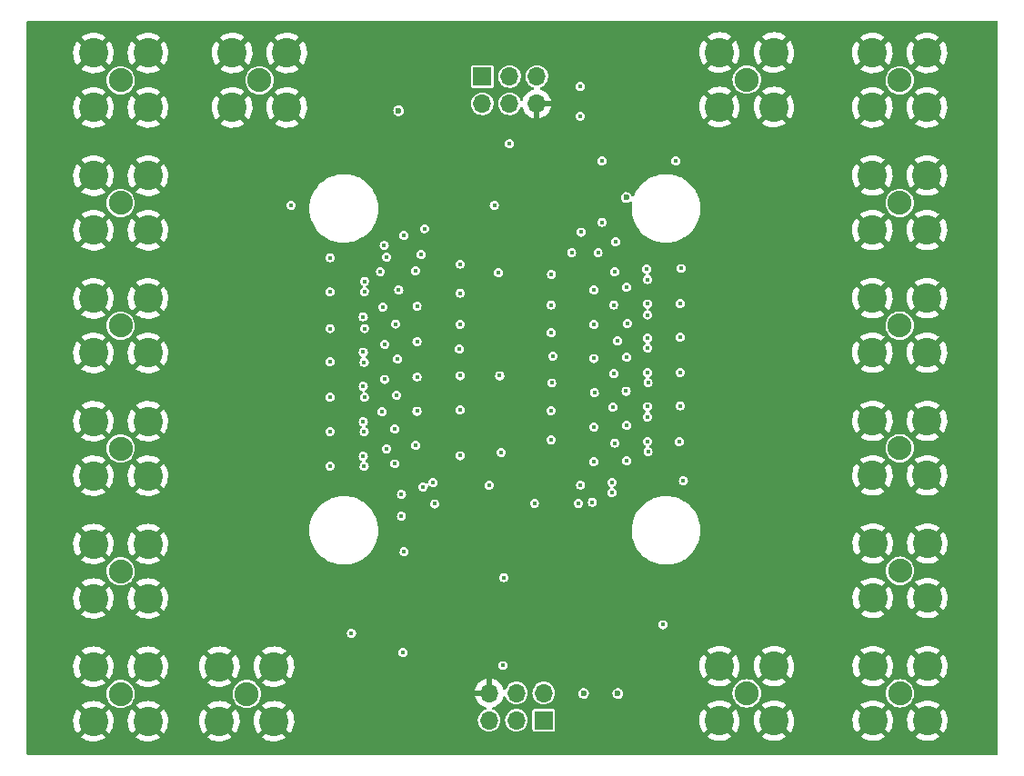
<source format=gbr>
%TF.GenerationSoftware,KiCad,Pcbnew,(6.0.1)*%
%TF.CreationDate,2022-02-22T23:19:08-05:00*%
%TF.ProjectId,sipm-linear-s14160,7369706d-2d6c-4696-9e65-61722d733134,rev?*%
%TF.SameCoordinates,Original*%
%TF.FileFunction,Copper,L2,Inr*%
%TF.FilePolarity,Positive*%
%FSLAX46Y46*%
G04 Gerber Fmt 4.6, Leading zero omitted, Abs format (unit mm)*
G04 Created by KiCad (PCBNEW (6.0.1)) date 2022-02-22 23:19:08*
%MOMM*%
%LPD*%
G01*
G04 APERTURE LIST*
%TA.AperFunction,ComponentPad*%
%ADD10C,2.240000*%
%TD*%
%TA.AperFunction,ComponentPad*%
%ADD11C,2.740000*%
%TD*%
%TA.AperFunction,ComponentPad*%
%ADD12R,1.700000X1.700000*%
%TD*%
%TA.AperFunction,ComponentPad*%
%ADD13O,1.700000X1.700000*%
%TD*%
%TA.AperFunction,ViaPad*%
%ADD14C,0.450000*%
%TD*%
%TA.AperFunction,ViaPad*%
%ADD15C,0.600000*%
%TD*%
G04 APERTURE END LIST*
D10*
%TO.N,Net-(J13-Pad1)*%
%TO.C,J13*%
X160740000Y-74470000D03*
D11*
%TO.N,GND*%
X163280000Y-71930000D03*
X158200000Y-77010000D03*
X158200000Y-71930000D03*
X163280000Y-77010000D03*
%TD*%
D10*
%TO.N,Net-(J6-Pad1)*%
%TO.C,J6*%
X220340000Y-97322000D03*
D11*
%TO.N,GND*%
X217800000Y-99862000D03*
X217800000Y-94782000D03*
X222880000Y-94782000D03*
X222880000Y-99862000D03*
%TD*%
D10*
%TO.N,Net-(J8-Pad1)*%
%TO.C,J8*%
X220350000Y-108748000D03*
D11*
%TO.N,GND*%
X217810000Y-111288000D03*
X222890000Y-111288000D03*
X217810000Y-106208000D03*
X222890000Y-106208000D03*
%TD*%
D10*
%TO.N,Net-(J9-Pad1)*%
%TO.C,J9*%
X147810000Y-108778000D03*
D11*
%TO.N,GND*%
X145270000Y-106238000D03*
X145270000Y-111318000D03*
X150350000Y-106238000D03*
X150350000Y-111318000D03*
%TD*%
D10*
%TO.N,Net-(J2-Pad1)*%
%TO.C,J2*%
X220340000Y-74470000D03*
D11*
%TO.N,GND*%
X222880000Y-77010000D03*
X222880000Y-71930000D03*
X217800000Y-71930000D03*
X217800000Y-77010000D03*
%TD*%
D10*
%TO.N,Net-(J5-Pad1)*%
%TO.C,J5*%
X147810000Y-85906000D03*
D11*
%TO.N,GND*%
X150350000Y-88446000D03*
X150350000Y-83366000D03*
X145270000Y-83366000D03*
X145270000Y-88446000D03*
%TD*%
D10*
%TO.N,Net-(J3-Pad1)*%
%TO.C,J3*%
X147810000Y-74470000D03*
D11*
%TO.N,GND*%
X150350000Y-71930000D03*
X150350000Y-77010000D03*
X145270000Y-77010000D03*
X145270000Y-71930000D03*
%TD*%
D10*
%TO.N,Net-(J10-Pad1)*%
%TO.C,J10*%
X220370000Y-120174000D03*
D11*
%TO.N,GND*%
X217830000Y-117634000D03*
X222910000Y-117634000D03*
X217830000Y-122714000D03*
X222910000Y-122714000D03*
%TD*%
D10*
%TO.N,Net-(J4-Pad1)*%
%TO.C,J4*%
X220340000Y-85896000D03*
D11*
%TO.N,GND*%
X217800000Y-83356000D03*
X222880000Y-83356000D03*
X222880000Y-88436000D03*
X217800000Y-88436000D03*
%TD*%
D10*
%TO.N,Net-(J16-Pad1)*%
%TO.C,J16*%
X206100000Y-131600000D03*
D11*
%TO.N,GND*%
X203560000Y-129060000D03*
X208640000Y-129060000D03*
X208640000Y-134140000D03*
X203560000Y-134140000D03*
%TD*%
D10*
%TO.N,Net-(J11-Pad1)*%
%TO.C,J11*%
X147810000Y-120214000D03*
D11*
%TO.N,GND*%
X145270000Y-117674000D03*
X150350000Y-117674000D03*
X145270000Y-122754000D03*
X150350000Y-122754000D03*
%TD*%
D10*
%TO.N,Net-(J14-Pad1)*%
%TO.C,J14*%
X220370000Y-131600000D03*
D11*
%TO.N,GND*%
X222910000Y-129060000D03*
X222910000Y-134140000D03*
X217830000Y-129060000D03*
X217830000Y-134140000D03*
%TD*%
D10*
%TO.N,Net-(J17-Pad1)*%
%TO.C,J17*%
X159550000Y-131650000D03*
D11*
%TO.N,GND*%
X157010000Y-134190000D03*
X162090000Y-134190000D03*
X157010000Y-129110000D03*
X162090000Y-129110000D03*
%TD*%
D10*
%TO.N,Net-(J12-Pad1)*%
%TO.C,J12*%
X206100000Y-74420000D03*
D11*
%TO.N,GND*%
X203560000Y-76960000D03*
X203560000Y-71880000D03*
X208640000Y-76960000D03*
X208640000Y-71880000D03*
%TD*%
D10*
%TO.N,Net-(J15-Pad1)*%
%TO.C,J15*%
X147810000Y-131650000D03*
D11*
%TO.N,GND*%
X150350000Y-134190000D03*
X145270000Y-129110000D03*
X145270000Y-134190000D03*
X150350000Y-129110000D03*
%TD*%
D10*
%TO.N,Net-(J7-Pad1)*%
%TO.C,J7*%
X147810000Y-97342000D03*
D11*
%TO.N,GND*%
X150350000Y-99882000D03*
X150350000Y-94802000D03*
X145270000Y-94802000D03*
X145270000Y-99882000D03*
%TD*%
D12*
%TO.N,unconnected-(J18-Pad1)*%
%TO.C,J18*%
X187200000Y-134100000D03*
D13*
%TO.N,/VSSA2*%
X187200000Y-131560000D03*
%TO.N,/VDDA2*%
X184660000Y-134100000D03*
%TO.N,/LINE2*%
X184660000Y-131560000D03*
%TO.N,/VBias2*%
X182120000Y-134100000D03*
%TO.N,GND*%
X182120000Y-131560000D03*
%TD*%
D12*
%TO.N,unconnected-(J1-Pad1)*%
%TO.C,J1*%
X181475000Y-74125000D03*
D13*
%TO.N,VSSA*%
X181475000Y-76665000D03*
%TO.N,VDDA*%
X184015000Y-74125000D03*
%TO.N,LINE*%
X184015000Y-76665000D03*
%TO.N,/VBias*%
X186555000Y-74125000D03*
%TO.N,GND*%
X186555000Y-76665000D03*
%TD*%
D14*
%TO.N,GND*%
X190937400Y-97255000D03*
X176300000Y-102000000D03*
X192600000Y-86700000D03*
X178400000Y-93400000D03*
X197800000Y-92030000D03*
X172990000Y-114040000D03*
X185530000Y-105004000D03*
X178450000Y-108350000D03*
X190860000Y-110080000D03*
X169500000Y-100700000D03*
X169500000Y-97600000D03*
X190897400Y-103630000D03*
X177700000Y-105850000D03*
X194500000Y-112900000D03*
X169500000Y-109500000D03*
X186331001Y-116176000D03*
X197837400Y-102680000D03*
X181600000Y-111250000D03*
X185784000Y-89510000D03*
X189420000Y-100880000D03*
X185530000Y-95352000D03*
X180300000Y-89500000D03*
X169500000Y-107200000D03*
X197887400Y-101755000D03*
X169400000Y-106300000D03*
X187850000Y-109730000D03*
X189940000Y-98230000D03*
X172940000Y-113090000D03*
X178885000Y-88940000D03*
X178400000Y-96100000D03*
X197787400Y-95330000D03*
X190050000Y-102420000D03*
X185530000Y-101448000D03*
X169500000Y-104000000D03*
X176300000Y-92200000D03*
X189700000Y-92300000D03*
X187531001Y-113876000D03*
X169400000Y-103000000D03*
X171615000Y-90785000D03*
X179740000Y-112090000D03*
X188900000Y-95400000D03*
X176400000Y-95500000D03*
X197887400Y-105780000D03*
X197862400Y-98530000D03*
X176300000Y-108500000D03*
X188157053Y-90557053D03*
X197862400Y-109080000D03*
X176400000Y-105300000D03*
X171600000Y-89800000D03*
X197837400Y-99430000D03*
X190887400Y-94030000D03*
X189750000Y-105790000D03*
X177700000Y-98950000D03*
X190940000Y-106770000D03*
X197887400Y-96330000D03*
X169500000Y-93200000D03*
X176400000Y-98800000D03*
X177950000Y-102750000D03*
X169500000Y-94200000D03*
X169500000Y-110450000D03*
X194500000Y-111900000D03*
X197887400Y-93100000D03*
X169400000Y-99800000D03*
X190890000Y-100400000D03*
X197812400Y-108180000D03*
X197837400Y-104830000D03*
X169400000Y-96500000D03*
X194957053Y-89557053D03*
X172990000Y-115090000D03*
%TO.N,Net-(C7-Pad1)*%
X170500000Y-94165002D03*
%TO.N,VDDA*%
X191887400Y-94030000D03*
X175400000Y-98800000D03*
X191892400Y-97230000D03*
X175250000Y-92250000D03*
X175400000Y-95500000D03*
X190600000Y-75050000D03*
X190600000Y-77800000D03*
X191842400Y-100390000D03*
X189800000Y-90557053D03*
X176100000Y-88300000D03*
%TO.N,VSSA*%
X196887400Y-96330000D03*
X196887400Y-93030000D03*
X196887400Y-99405000D03*
X170400000Y-99800000D03*
X193872053Y-89522054D03*
D15*
X173700000Y-77300000D03*
D14*
X172350000Y-89840000D03*
D15*
X194900000Y-85400000D03*
D14*
X170400000Y-96500000D03*
X170500000Y-93200000D03*
%TO.N,Net-(L1-Pad1)*%
X187870000Y-95400000D03*
%TO.N,Net-(C6-Pad1)*%
X196802400Y-92060000D03*
%TO.N,Net-(L2-Pad1)*%
X179400000Y-94300000D03*
%TO.N,/VBias*%
X182600000Y-86150000D03*
%TO.N,LINE*%
X199900000Y-98400000D03*
X167300000Y-100700000D03*
X167300000Y-97600000D03*
X200000000Y-92000000D03*
X163700000Y-86100000D03*
X167300000Y-94200000D03*
X184000000Y-80400000D03*
X192600000Y-82000000D03*
X199500000Y-82000000D03*
X167300000Y-91000000D03*
X199900000Y-95300000D03*
%TO.N,Net-(C46-Pad1)*%
X192600000Y-87700000D03*
%TO.N,Net-(C47-Pad1)*%
X172572500Y-90927500D03*
%TO.N,Net-(L11-Pad1)*%
X187920000Y-92540000D03*
%TO.N,Net-(L12-Pad1)*%
X179400000Y-91600000D03*
%TO.N,Net-(C1-Pad1)*%
X183000000Y-92400000D03*
%TO.N,Net-(C19-Pad1)*%
X196877400Y-95310000D03*
%TO.N,Net-(C20-Pad1)*%
X170500000Y-97600000D03*
%TO.N,Net-(L3-Pad1)*%
X187900000Y-98000000D03*
%TO.N,Net-(L4-Pad1)*%
X179400000Y-97200000D03*
%TO.N,Net-(C27-Pad1)*%
X196877400Y-98490000D03*
%TO.N,Net-(C28-Pad1)*%
X170485000Y-100740002D03*
%TO.N,Net-(L5-Pad1)*%
X188030000Y-100170000D03*
%TO.N,Net-(L6-Pad1)*%
X179350000Y-99500000D03*
%TO.N,Net-(C14-Pad1)*%
X183100000Y-102000000D03*
%TO.N,Net-(C35-Pad1)*%
X196847400Y-101720000D03*
%TO.N,Net-(C36-Pad1)*%
X170500000Y-104000000D03*
%TO.N,Net-(L7-Pad1)*%
X187940000Y-102670000D03*
%TO.N,Net-(L8-Pad1)*%
X179400000Y-102000000D03*
%TO.N,Net-(C61-Pad1)*%
X196877400Y-104880000D03*
%TO.N,Net-(C62-Pad1)*%
X170485000Y-107210000D03*
%TO.N,Net-(L9-Pad1)*%
X187880000Y-105250000D03*
%TO.N,Net-(L10-Pad1)*%
X179400000Y-105200000D03*
%TO.N,Net-(C69-Pad1)*%
X196852399Y-108129999D03*
%TO.N,Net-(C70-Pad1)*%
X170485000Y-110450000D03*
%TO.N,Net-(L13-Pad1)*%
X187890000Y-107950000D03*
%TO.N,Net-(L14-Pad1)*%
X179400000Y-109450000D03*
%TO.N,Net-(C77-Pad1)*%
X193546001Y-111926000D03*
%TO.N,Net-(C78-Pad1)*%
X173950000Y-115090000D03*
%TO.N,Net-(L15-Pad1)*%
X186331001Y-113876000D03*
%TO.N,Net-(L16-Pad1)*%
X182100000Y-112200000D03*
%TO.N,/VBias2*%
X183500000Y-120800000D03*
X183250000Y-109150000D03*
%TO.N,/VSSA2*%
X196912400Y-109080000D03*
D15*
X190900000Y-131600000D03*
D14*
X170400000Y-103000000D03*
X170400000Y-109500000D03*
X196837400Y-105830000D03*
X193546001Y-112900000D03*
X173957500Y-113057500D03*
D15*
X194100000Y-131600000D03*
D14*
X196912400Y-102655000D03*
X170400000Y-106300000D03*
%TO.N,/VDDA2*%
X191847400Y-110030000D03*
X174100000Y-127800000D03*
X175400000Y-105300000D03*
X176900000Y-111950000D03*
X191892400Y-106780000D03*
X190431001Y-113876000D03*
X191914900Y-103587500D03*
X174200000Y-118400000D03*
X175300000Y-108500000D03*
X175400000Y-102100000D03*
%TO.N,/LINE2*%
X199900000Y-104800000D03*
X167300000Y-104000000D03*
X198300000Y-125200000D03*
X183400000Y-129000000D03*
X167300000Y-107200000D03*
X200200000Y-111800000D03*
X167300000Y-110400000D03*
X199892400Y-101700000D03*
X199805000Y-108150000D03*
X169300000Y-126000000D03*
%TO.N,Net-(R10-Pad1)*%
X193787400Y-92330000D03*
%TO.N,Net-(R11-Pad1)*%
X173700000Y-94000000D03*
%TO.N,Net-(R10-Pad2)*%
X194887400Y-93763902D03*
%TO.N,Net-(R11-Pad2)*%
X172000000Y-92300000D03*
%TO.N,Net-(R23-Pad2)*%
X193700000Y-95400000D03*
%TO.N,Net-(R24-Pad2)*%
X173400000Y-97177237D03*
%TO.N,Net-(R29-Pad2)*%
X194987400Y-97130000D03*
%TO.N,Net-(R30-Pad2)*%
X172200000Y-95600000D03*
%TO.N,Net-(R35-Pad2)*%
X194062367Y-98743891D03*
%TO.N,Net-(R36-Pad2)*%
X173600000Y-100460570D03*
%TO.N,Net-(R41-Pad2)*%
X194937400Y-100280000D03*
%TO.N,Net-(R42-Pad2)*%
X172400000Y-99052766D03*
%TO.N,Net-(R47-Pad2)*%
X193727400Y-101800000D03*
%TO.N,Net-(R48-Pad2)*%
X173500000Y-103800000D03*
%TO.N,Net-(R53-Pad2)*%
X194867400Y-103440000D03*
%TO.N,Net-(R54-Pad2)*%
X172400000Y-102336099D03*
%TO.N,Net-(R64-Pad2)*%
X190657053Y-88622052D03*
%TO.N,Net-(R65-Pad2)*%
X175800000Y-90700000D03*
%TO.N,Net-(R70-Pad2)*%
X192257053Y-90557053D03*
%TO.N,Net-(R71-Pad2)*%
X174182400Y-88939999D03*
%TO.N,Net-(R79-Pad2)*%
X193630000Y-104950000D03*
%TO.N,Net-(R80-Pad2)*%
X173350000Y-106963902D03*
%TO.N,Net-(R85-Pad2)*%
X194940000Y-106620000D03*
%TO.N,Net-(R86-Pad2)*%
X172150000Y-105350000D03*
%TO.N,Net-(R91-Pad2)*%
X193830000Y-108270000D03*
%TO.N,Net-(R92-Pad2)*%
X173350000Y-110203902D03*
%TO.N,Net-(R97-Pad2)*%
X194930000Y-109930000D03*
%TO.N,Net-(R100-Pad1)*%
X172557053Y-108796098D03*
%TO.N,Net-(R103-Pad2)*%
X190631001Y-112176000D03*
%TO.N,Net-(R104-Pad2)*%
X177040000Y-113940000D03*
%TO.N,Net-(R109-Pad2)*%
X191731001Y-113776000D03*
%TO.N,Net-(R110-Pad2)*%
X175972053Y-112346098D03*
%TD*%
%TA.AperFunction,Conductor*%
%TO.N,GND*%
G36*
X229392121Y-68920002D02*
G01*
X229438614Y-68973658D01*
X229450000Y-69026000D01*
X229450000Y-137224000D01*
X229429998Y-137292121D01*
X229376342Y-137338614D01*
X229324000Y-137350000D01*
X139201000Y-137350000D01*
X139132879Y-137329998D01*
X139086386Y-137276342D01*
X139075000Y-137224000D01*
X139075000Y-135686480D01*
X144138687Y-135686480D01*
X144146077Y-135696782D01*
X144183924Y-135727595D01*
X144191199Y-135732708D01*
X144411412Y-135865287D01*
X144419336Y-135869323D01*
X144656026Y-135969550D01*
X144664431Y-135972428D01*
X144912897Y-136038306D01*
X144921618Y-136039970D01*
X145176892Y-136070184D01*
X145185757Y-136070602D01*
X145442730Y-136064546D01*
X145451585Y-136063709D01*
X145705140Y-136021506D01*
X145713774Y-136019433D01*
X145958858Y-135941923D01*
X145967120Y-135938652D01*
X146198829Y-135827387D01*
X146206553Y-135822981D01*
X146393636Y-135697975D01*
X146401925Y-135688057D01*
X146401118Y-135686480D01*
X149218687Y-135686480D01*
X149226077Y-135696782D01*
X149263924Y-135727595D01*
X149271199Y-135732708D01*
X149491412Y-135865287D01*
X149499336Y-135869323D01*
X149736026Y-135969550D01*
X149744431Y-135972428D01*
X149992897Y-136038306D01*
X150001618Y-136039970D01*
X150256892Y-136070184D01*
X150265757Y-136070602D01*
X150522730Y-136064546D01*
X150531585Y-136063709D01*
X150785140Y-136021506D01*
X150793774Y-136019433D01*
X151038858Y-135941923D01*
X151047120Y-135938652D01*
X151278829Y-135827387D01*
X151286553Y-135822981D01*
X151473636Y-135697975D01*
X151481925Y-135688057D01*
X151481118Y-135686480D01*
X155878687Y-135686480D01*
X155886077Y-135696782D01*
X155923924Y-135727595D01*
X155931199Y-135732708D01*
X156151412Y-135865287D01*
X156159336Y-135869323D01*
X156396026Y-135969550D01*
X156404431Y-135972428D01*
X156652897Y-136038306D01*
X156661618Y-136039970D01*
X156916892Y-136070184D01*
X156925757Y-136070602D01*
X157182730Y-136064546D01*
X157191585Y-136063709D01*
X157445140Y-136021506D01*
X157453774Y-136019433D01*
X157698858Y-135941923D01*
X157707120Y-135938652D01*
X157938829Y-135827387D01*
X157946553Y-135822981D01*
X158133636Y-135697975D01*
X158141925Y-135688057D01*
X158141118Y-135686480D01*
X160958687Y-135686480D01*
X160966077Y-135696782D01*
X161003924Y-135727595D01*
X161011199Y-135732708D01*
X161231412Y-135865287D01*
X161239336Y-135869323D01*
X161476026Y-135969550D01*
X161484431Y-135972428D01*
X161732897Y-136038306D01*
X161741618Y-136039970D01*
X161996892Y-136070184D01*
X162005757Y-136070602D01*
X162262730Y-136064546D01*
X162271585Y-136063709D01*
X162525140Y-136021506D01*
X162533774Y-136019433D01*
X162778858Y-135941923D01*
X162787120Y-135938652D01*
X163018829Y-135827387D01*
X163026553Y-135822981D01*
X163213636Y-135697975D01*
X163221925Y-135688057D01*
X163214670Y-135673880D01*
X163177270Y-135636480D01*
X202428687Y-135636480D01*
X202436077Y-135646782D01*
X202473924Y-135677595D01*
X202481199Y-135682708D01*
X202701412Y-135815287D01*
X202709336Y-135819323D01*
X202946026Y-135919550D01*
X202954431Y-135922428D01*
X203202897Y-135988306D01*
X203211618Y-135989970D01*
X203466892Y-136020184D01*
X203475757Y-136020602D01*
X203732730Y-136014546D01*
X203741585Y-136013709D01*
X203995140Y-135971506D01*
X204003774Y-135969433D01*
X204248858Y-135891923D01*
X204257120Y-135888652D01*
X204488829Y-135777387D01*
X204496553Y-135772981D01*
X204683636Y-135647975D01*
X204691925Y-135638057D01*
X204691118Y-135636480D01*
X207508687Y-135636480D01*
X207516077Y-135646782D01*
X207553924Y-135677595D01*
X207561199Y-135682708D01*
X207781412Y-135815287D01*
X207789336Y-135819323D01*
X208026026Y-135919550D01*
X208034431Y-135922428D01*
X208282897Y-135988306D01*
X208291618Y-135989970D01*
X208546892Y-136020184D01*
X208555757Y-136020602D01*
X208812730Y-136014546D01*
X208821585Y-136013709D01*
X209075140Y-135971506D01*
X209083774Y-135969433D01*
X209328858Y-135891923D01*
X209337120Y-135888652D01*
X209568829Y-135777387D01*
X209576553Y-135772981D01*
X209763636Y-135647975D01*
X209771925Y-135638057D01*
X209771118Y-135636480D01*
X216698687Y-135636480D01*
X216706077Y-135646782D01*
X216743924Y-135677595D01*
X216751199Y-135682708D01*
X216971412Y-135815287D01*
X216979336Y-135819323D01*
X217216026Y-135919550D01*
X217224431Y-135922428D01*
X217472897Y-135988306D01*
X217481618Y-135989970D01*
X217736892Y-136020184D01*
X217745757Y-136020602D01*
X218002730Y-136014546D01*
X218011585Y-136013709D01*
X218265140Y-135971506D01*
X218273774Y-135969433D01*
X218518858Y-135891923D01*
X218527120Y-135888652D01*
X218758829Y-135777387D01*
X218766553Y-135772981D01*
X218953636Y-135647975D01*
X218961925Y-135638057D01*
X218961118Y-135636480D01*
X221778687Y-135636480D01*
X221786077Y-135646782D01*
X221823924Y-135677595D01*
X221831199Y-135682708D01*
X222051412Y-135815287D01*
X222059336Y-135819323D01*
X222296026Y-135919550D01*
X222304431Y-135922428D01*
X222552897Y-135988306D01*
X222561618Y-135989970D01*
X222816892Y-136020184D01*
X222825757Y-136020602D01*
X223082730Y-136014546D01*
X223091585Y-136013709D01*
X223345140Y-135971506D01*
X223353774Y-135969433D01*
X223598858Y-135891923D01*
X223607120Y-135888652D01*
X223838829Y-135777387D01*
X223846553Y-135772981D01*
X224033636Y-135647975D01*
X224041925Y-135638057D01*
X224034670Y-135623880D01*
X222922812Y-134512022D01*
X222908868Y-134504408D01*
X222907035Y-134504539D01*
X222900420Y-134508790D01*
X221785853Y-135623357D01*
X221778687Y-135636480D01*
X218961118Y-135636480D01*
X218954670Y-135623880D01*
X217842812Y-134512022D01*
X217828868Y-134504408D01*
X217827035Y-134504539D01*
X217820420Y-134508790D01*
X216705853Y-135623357D01*
X216698687Y-135636480D01*
X209771118Y-135636480D01*
X209764670Y-135623880D01*
X208652812Y-134512022D01*
X208638868Y-134504408D01*
X208637035Y-134504539D01*
X208630420Y-134508790D01*
X207515853Y-135623357D01*
X207508687Y-135636480D01*
X204691118Y-135636480D01*
X204684670Y-135623880D01*
X203572812Y-134512022D01*
X203558868Y-134504408D01*
X203557035Y-134504539D01*
X203550420Y-134508790D01*
X202435853Y-135623357D01*
X202428687Y-135636480D01*
X163177270Y-135636480D01*
X162102812Y-134562022D01*
X162088868Y-134554408D01*
X162087035Y-134554539D01*
X162080420Y-134558790D01*
X160965853Y-135673357D01*
X160958687Y-135686480D01*
X158141118Y-135686480D01*
X158134670Y-135673880D01*
X157022812Y-134562022D01*
X157008868Y-134554408D01*
X157007035Y-134554539D01*
X157000420Y-134558790D01*
X155885853Y-135673357D01*
X155878687Y-135686480D01*
X151481118Y-135686480D01*
X151474670Y-135673880D01*
X150362812Y-134562022D01*
X150348868Y-134554408D01*
X150347035Y-134554539D01*
X150340420Y-134558790D01*
X149225853Y-135673357D01*
X149218687Y-135686480D01*
X146401118Y-135686480D01*
X146394670Y-135673880D01*
X145282812Y-134562022D01*
X145268868Y-134554408D01*
X145267035Y-134554539D01*
X145260420Y-134558790D01*
X144145853Y-135673357D01*
X144138687Y-135686480D01*
X139075000Y-135686480D01*
X139075000Y-134135312D01*
X143388307Y-134135312D01*
X143398398Y-134392160D01*
X143399372Y-134400984D01*
X143445557Y-134653862D01*
X143447761Y-134662449D01*
X143529111Y-134906286D01*
X143532515Y-134914504D01*
X143647407Y-135144440D01*
X143651931Y-135152088D01*
X143762917Y-135312670D01*
X143773238Y-135321024D01*
X143786888Y-135313902D01*
X144897978Y-134202812D01*
X144904356Y-134191132D01*
X145634408Y-134191132D01*
X145634539Y-134192965D01*
X145638790Y-134199580D01*
X146754223Y-135315013D01*
X146767623Y-135322330D01*
X146777528Y-135315343D01*
X146790343Y-135300097D01*
X146795579Y-135292890D01*
X146931591Y-135074802D01*
X146935752Y-135066943D01*
X147039689Y-134831842D01*
X147042695Y-134823492D01*
X147112469Y-134576092D01*
X147114270Y-134567398D01*
X147148655Y-134311403D01*
X147149183Y-134305011D01*
X147152696Y-134193222D01*
X147152569Y-134186779D01*
X147148925Y-134135312D01*
X148468307Y-134135312D01*
X148478398Y-134392160D01*
X148479372Y-134400984D01*
X148525557Y-134653862D01*
X148527761Y-134662449D01*
X148609111Y-134906286D01*
X148612515Y-134914504D01*
X148727407Y-135144440D01*
X148731931Y-135152088D01*
X148842917Y-135312670D01*
X148853238Y-135321024D01*
X148866888Y-135313902D01*
X149977978Y-134202812D01*
X149984356Y-134191132D01*
X150714408Y-134191132D01*
X150714539Y-134192965D01*
X150718790Y-134199580D01*
X151834223Y-135315013D01*
X151847623Y-135322330D01*
X151857528Y-135315343D01*
X151870343Y-135300097D01*
X151875579Y-135292890D01*
X152011591Y-135074802D01*
X152015752Y-135066943D01*
X152119689Y-134831842D01*
X152122695Y-134823492D01*
X152192469Y-134576092D01*
X152194270Y-134567398D01*
X152228655Y-134311403D01*
X152229183Y-134305011D01*
X152232696Y-134193222D01*
X152232569Y-134186779D01*
X152228925Y-134135312D01*
X155128307Y-134135312D01*
X155138398Y-134392160D01*
X155139372Y-134400984D01*
X155185557Y-134653862D01*
X155187761Y-134662449D01*
X155269111Y-134906286D01*
X155272515Y-134914504D01*
X155387407Y-135144440D01*
X155391931Y-135152088D01*
X155502917Y-135312670D01*
X155513238Y-135321024D01*
X155526888Y-135313902D01*
X156637978Y-134202812D01*
X156644356Y-134191132D01*
X157374408Y-134191132D01*
X157374539Y-134192965D01*
X157378790Y-134199580D01*
X158494223Y-135315013D01*
X158507623Y-135322330D01*
X158517528Y-135315343D01*
X158530343Y-135300097D01*
X158535579Y-135292890D01*
X158671591Y-135074802D01*
X158675752Y-135066943D01*
X158779689Y-134831842D01*
X158782695Y-134823492D01*
X158852469Y-134576092D01*
X158854270Y-134567398D01*
X158888655Y-134311403D01*
X158889183Y-134305011D01*
X158892696Y-134193222D01*
X158892569Y-134186779D01*
X158888925Y-134135312D01*
X160208307Y-134135312D01*
X160218398Y-134392160D01*
X160219372Y-134400984D01*
X160265557Y-134653862D01*
X160267761Y-134662449D01*
X160349111Y-134906286D01*
X160352515Y-134914504D01*
X160467407Y-135144440D01*
X160471931Y-135152088D01*
X160582917Y-135312670D01*
X160593238Y-135321024D01*
X160606888Y-135313902D01*
X161717978Y-134202812D01*
X161724356Y-134191132D01*
X162454408Y-134191132D01*
X162454539Y-134192965D01*
X162458790Y-134199580D01*
X163574223Y-135315013D01*
X163587623Y-135322330D01*
X163597528Y-135315343D01*
X163610343Y-135300097D01*
X163615579Y-135292890D01*
X163751591Y-135074802D01*
X163755752Y-135066943D01*
X163859689Y-134831842D01*
X163862695Y-134823492D01*
X163932469Y-134576092D01*
X163934270Y-134567398D01*
X163968655Y-134311403D01*
X163969183Y-134305011D01*
X163972696Y-134193222D01*
X163972569Y-134186779D01*
X163954329Y-133929161D01*
X163953076Y-133920357D01*
X163898975Y-133669068D01*
X163896496Y-133660535D01*
X163807528Y-133419379D01*
X163803873Y-133411284D01*
X163681811Y-133185063D01*
X163677052Y-133177565D01*
X163596306Y-133068243D01*
X163585178Y-133059801D01*
X163572585Y-133066625D01*
X162462022Y-134177188D01*
X162454408Y-134191132D01*
X161724356Y-134191132D01*
X161725592Y-134188868D01*
X161725461Y-134187035D01*
X161721210Y-134180420D01*
X160607181Y-133066391D01*
X160594340Y-133059379D01*
X160583651Y-133067174D01*
X160535531Y-133128215D01*
X160530538Y-133135563D01*
X160401430Y-133357837D01*
X160397526Y-133365807D01*
X160301025Y-133604058D01*
X160298281Y-133612502D01*
X160236312Y-133861971D01*
X160234785Y-133870722D01*
X160208586Y-134126428D01*
X160208307Y-134135312D01*
X158888925Y-134135312D01*
X158874329Y-133929161D01*
X158873076Y-133920357D01*
X158818975Y-133669068D01*
X158816496Y-133660535D01*
X158727528Y-133419379D01*
X158723873Y-133411284D01*
X158601811Y-133185063D01*
X158597052Y-133177565D01*
X158516306Y-133068243D01*
X158505178Y-133059801D01*
X158492585Y-133066625D01*
X157382022Y-134177188D01*
X157374408Y-134191132D01*
X156644356Y-134191132D01*
X156645592Y-134188868D01*
X156645461Y-134187035D01*
X156641210Y-134180420D01*
X155527181Y-133066391D01*
X155514340Y-133059379D01*
X155503651Y-133067174D01*
X155455531Y-133128215D01*
X155450538Y-133135563D01*
X155321430Y-133357837D01*
X155317526Y-133365807D01*
X155221025Y-133604058D01*
X155218281Y-133612502D01*
X155156312Y-133861971D01*
X155154785Y-133870722D01*
X155128586Y-134126428D01*
X155128307Y-134135312D01*
X152228925Y-134135312D01*
X152214329Y-133929161D01*
X152213076Y-133920357D01*
X152158975Y-133669068D01*
X152156496Y-133660535D01*
X152067528Y-133419379D01*
X152063873Y-133411284D01*
X151941811Y-133185063D01*
X151937052Y-133177565D01*
X151856306Y-133068243D01*
X151845178Y-133059801D01*
X151832585Y-133066625D01*
X150722022Y-134177188D01*
X150714408Y-134191132D01*
X149984356Y-134191132D01*
X149985592Y-134188868D01*
X149985461Y-134187035D01*
X149981210Y-134180420D01*
X148867181Y-133066391D01*
X148854340Y-133059379D01*
X148843651Y-133067174D01*
X148795531Y-133128215D01*
X148790538Y-133135563D01*
X148661430Y-133357837D01*
X148657526Y-133365807D01*
X148561025Y-133604058D01*
X148558281Y-133612502D01*
X148496312Y-133861971D01*
X148494785Y-133870722D01*
X148468586Y-134126428D01*
X148468307Y-134135312D01*
X147148925Y-134135312D01*
X147134329Y-133929161D01*
X147133076Y-133920357D01*
X147078975Y-133669068D01*
X147076496Y-133660535D01*
X146987528Y-133419379D01*
X146983873Y-133411284D01*
X146861811Y-133185063D01*
X146857052Y-133177565D01*
X146776306Y-133068243D01*
X146765178Y-133059801D01*
X146752585Y-133066625D01*
X145642022Y-134177188D01*
X145634408Y-134191132D01*
X144904356Y-134191132D01*
X144905592Y-134188868D01*
X144905461Y-134187035D01*
X144901210Y-134180420D01*
X143787181Y-133066391D01*
X143774340Y-133059379D01*
X143763651Y-133067174D01*
X143715531Y-133128215D01*
X143710538Y-133135563D01*
X143581430Y-133357837D01*
X143577526Y-133365807D01*
X143481025Y-133604058D01*
X143478281Y-133612502D01*
X143416312Y-133861971D01*
X143414785Y-133870722D01*
X143388586Y-134126428D01*
X143388307Y-134135312D01*
X139075000Y-134135312D01*
X139075000Y-132694196D01*
X144139552Y-132694196D01*
X144146532Y-132707322D01*
X145257188Y-133817978D01*
X145271132Y-133825592D01*
X145272965Y-133825461D01*
X145279580Y-133821210D01*
X146393399Y-132707391D01*
X146400253Y-132694839D01*
X146392046Y-132683768D01*
X146307240Y-132619046D01*
X146299814Y-132614169D01*
X146075535Y-132488567D01*
X146067509Y-132484790D01*
X145827761Y-132392039D01*
X145819288Y-132389432D01*
X145568872Y-132331389D01*
X145560095Y-132329999D01*
X145304006Y-132307819D01*
X145295135Y-132307679D01*
X145038464Y-132321805D01*
X145029659Y-132322917D01*
X144777540Y-132373067D01*
X144768988Y-132375407D01*
X144526459Y-132460576D01*
X144518292Y-132464110D01*
X144290195Y-132582598D01*
X144282612Y-132587245D01*
X144147956Y-132683472D01*
X144139552Y-132694196D01*
X139075000Y-132694196D01*
X139075000Y-131650000D01*
X146484456Y-131650000D01*
X146504594Y-131880178D01*
X146506018Y-131885491D01*
X146506018Y-131885493D01*
X146552607Y-132059364D01*
X146564396Y-132103363D01*
X146566718Y-132108344D01*
X146566719Y-132108345D01*
X146659719Y-132307785D01*
X146659722Y-132307790D01*
X146662045Y-132312772D01*
X146665201Y-132317279D01*
X146665202Y-132317281D01*
X146759564Y-132452043D01*
X146794574Y-132502043D01*
X146957957Y-132665426D01*
X146962465Y-132668583D01*
X146962468Y-132668585D01*
X147079142Y-132750281D01*
X147147228Y-132797955D01*
X147152210Y-132800278D01*
X147152215Y-132800281D01*
X147351655Y-132893281D01*
X147356637Y-132895604D01*
X147361945Y-132897026D01*
X147361947Y-132897027D01*
X147574507Y-132953982D01*
X147574509Y-132953982D01*
X147579822Y-132955406D01*
X147810000Y-132975544D01*
X148040178Y-132955406D01*
X148045491Y-132953982D01*
X148045493Y-132953982D01*
X148258053Y-132897027D01*
X148258055Y-132897026D01*
X148263363Y-132895604D01*
X148268345Y-132893281D01*
X148467785Y-132800281D01*
X148467790Y-132800278D01*
X148472772Y-132797955D01*
X148540858Y-132750281D01*
X148620956Y-132694196D01*
X149219552Y-132694196D01*
X149226532Y-132707322D01*
X150337188Y-133817978D01*
X150351132Y-133825592D01*
X150352965Y-133825461D01*
X150359580Y-133821210D01*
X151473399Y-132707391D01*
X151480253Y-132694839D01*
X151479776Y-132694196D01*
X155879552Y-132694196D01*
X155886532Y-132707322D01*
X156997188Y-133817978D01*
X157011132Y-133825592D01*
X157012965Y-133825461D01*
X157019580Y-133821210D01*
X158133399Y-132707391D01*
X158140253Y-132694839D01*
X158132046Y-132683768D01*
X158047240Y-132619046D01*
X158039814Y-132614169D01*
X157815535Y-132488567D01*
X157807509Y-132484790D01*
X157567761Y-132392039D01*
X157559288Y-132389432D01*
X157308872Y-132331389D01*
X157300095Y-132329999D01*
X157044006Y-132307819D01*
X157035135Y-132307679D01*
X156778464Y-132321805D01*
X156769659Y-132322917D01*
X156517540Y-132373067D01*
X156508988Y-132375407D01*
X156266459Y-132460576D01*
X156258292Y-132464110D01*
X156030195Y-132582598D01*
X156022612Y-132587245D01*
X155887956Y-132683472D01*
X155879552Y-132694196D01*
X151479776Y-132694196D01*
X151472046Y-132683768D01*
X151387240Y-132619046D01*
X151379814Y-132614169D01*
X151155535Y-132488567D01*
X151147509Y-132484790D01*
X150907761Y-132392039D01*
X150899288Y-132389432D01*
X150648872Y-132331389D01*
X150640095Y-132329999D01*
X150384006Y-132307819D01*
X150375135Y-132307679D01*
X150118464Y-132321805D01*
X150109659Y-132322917D01*
X149857540Y-132373067D01*
X149848988Y-132375407D01*
X149606459Y-132460576D01*
X149598292Y-132464110D01*
X149370195Y-132582598D01*
X149362612Y-132587245D01*
X149227956Y-132683472D01*
X149219552Y-132694196D01*
X148620956Y-132694196D01*
X148657532Y-132668585D01*
X148657535Y-132668583D01*
X148662043Y-132665426D01*
X148825426Y-132502043D01*
X148860437Y-132452043D01*
X148954798Y-132317281D01*
X148954799Y-132317279D01*
X148957955Y-132312772D01*
X148960278Y-132307790D01*
X148960281Y-132307785D01*
X149053281Y-132108345D01*
X149053282Y-132108344D01*
X149055604Y-132103363D01*
X149067394Y-132059364D01*
X149113982Y-131885493D01*
X149113982Y-131885491D01*
X149115406Y-131880178D01*
X149135544Y-131650000D01*
X158224456Y-131650000D01*
X158244594Y-131880178D01*
X158246018Y-131885491D01*
X158246018Y-131885493D01*
X158292607Y-132059364D01*
X158304396Y-132103363D01*
X158306718Y-132108344D01*
X158306719Y-132108345D01*
X158399719Y-132307785D01*
X158399722Y-132307790D01*
X158402045Y-132312772D01*
X158405201Y-132317279D01*
X158405202Y-132317281D01*
X158499564Y-132452043D01*
X158534574Y-132502043D01*
X158697957Y-132665426D01*
X158702465Y-132668583D01*
X158702468Y-132668585D01*
X158819142Y-132750281D01*
X158887228Y-132797955D01*
X158892210Y-132800278D01*
X158892215Y-132800281D01*
X159091655Y-132893281D01*
X159096637Y-132895604D01*
X159101945Y-132897026D01*
X159101947Y-132897027D01*
X159314507Y-132953982D01*
X159314509Y-132953982D01*
X159319822Y-132955406D01*
X159550000Y-132975544D01*
X159780178Y-132955406D01*
X159785491Y-132953982D01*
X159785493Y-132953982D01*
X159998053Y-132897027D01*
X159998055Y-132897026D01*
X160003363Y-132895604D01*
X160008345Y-132893281D01*
X160207785Y-132800281D01*
X160207790Y-132800278D01*
X160212772Y-132797955D01*
X160280858Y-132750281D01*
X160360956Y-132694196D01*
X160959552Y-132694196D01*
X160966532Y-132707322D01*
X162077188Y-133817978D01*
X162091132Y-133825592D01*
X162092965Y-133825461D01*
X162099580Y-133821210D01*
X163213399Y-132707391D01*
X163220253Y-132694839D01*
X163212046Y-132683768D01*
X163127240Y-132619046D01*
X163119814Y-132614169D01*
X162895535Y-132488567D01*
X162887509Y-132484790D01*
X162647761Y-132392039D01*
X162639288Y-132389432D01*
X162388872Y-132331389D01*
X162380095Y-132329999D01*
X162124006Y-132307819D01*
X162115135Y-132307679D01*
X161858464Y-132321805D01*
X161849659Y-132322917D01*
X161597540Y-132373067D01*
X161588988Y-132375407D01*
X161346459Y-132460576D01*
X161338292Y-132464110D01*
X161110195Y-132582598D01*
X161102612Y-132587245D01*
X160967956Y-132683472D01*
X160959552Y-132694196D01*
X160360956Y-132694196D01*
X160397532Y-132668585D01*
X160397535Y-132668583D01*
X160402043Y-132665426D01*
X160565426Y-132502043D01*
X160600437Y-132452043D01*
X160694798Y-132317281D01*
X160694799Y-132317279D01*
X160697955Y-132312772D01*
X160700278Y-132307790D01*
X160700281Y-132307785D01*
X160793281Y-132108345D01*
X160793282Y-132108344D01*
X160795604Y-132103363D01*
X160807394Y-132059364D01*
X160853982Y-131885493D01*
X160853982Y-131885491D01*
X160855406Y-131880178D01*
X160859974Y-131827966D01*
X180788257Y-131827966D01*
X180818565Y-131962446D01*
X180821645Y-131972275D01*
X180901770Y-132169603D01*
X180906413Y-132178794D01*
X181017694Y-132360388D01*
X181023777Y-132368699D01*
X181163213Y-132529667D01*
X181170580Y-132536883D01*
X181334434Y-132672916D01*
X181342881Y-132678831D01*
X181526756Y-132786279D01*
X181536042Y-132790729D01*
X181735001Y-132866703D01*
X181749866Y-132871022D01*
X181749289Y-132873008D01*
X181804260Y-132902082D01*
X181839110Y-132963936D01*
X181834988Y-133034813D01*
X181793201Y-133092209D01*
X181751930Y-133113228D01*
X181730489Y-133119538D01*
X181730484Y-133119540D01*
X181724572Y-133121280D01*
X181542002Y-133216726D01*
X181537201Y-133220586D01*
X181537198Y-133220588D01*
X181386254Y-133341950D01*
X181381447Y-133345815D01*
X181249024Y-133503630D01*
X181246056Y-133509028D01*
X181246053Y-133509033D01*
X181162765Y-133660535D01*
X181149776Y-133684162D01*
X181087484Y-133880532D01*
X181086798Y-133886649D01*
X181086797Y-133886653D01*
X181083017Y-133920357D01*
X181064520Y-134085262D01*
X181081759Y-134290553D01*
X181083458Y-134296478D01*
X181113425Y-134400984D01*
X181138544Y-134488586D01*
X181141359Y-134494063D01*
X181141360Y-134494066D01*
X181223484Y-134653862D01*
X181232712Y-134671818D01*
X181360677Y-134833270D01*
X181517564Y-134966791D01*
X181697398Y-135067297D01*
X181780935Y-135094440D01*
X181887471Y-135129056D01*
X181887475Y-135129057D01*
X181893329Y-135130959D01*
X182097894Y-135155351D01*
X182104029Y-135154879D01*
X182104031Y-135154879D01*
X182176625Y-135149293D01*
X182303300Y-135139546D01*
X182309230Y-135137890D01*
X182309232Y-135137890D01*
X182495797Y-135085800D01*
X182495796Y-135085800D01*
X182501725Y-135084145D01*
X182507214Y-135081372D01*
X182507220Y-135081370D01*
X182680116Y-134994033D01*
X182685610Y-134991258D01*
X182847951Y-134864424D01*
X182854976Y-134856286D01*
X182978540Y-134713134D01*
X182978540Y-134713133D01*
X182982564Y-134708472D01*
X183003387Y-134671818D01*
X183070010Y-134554539D01*
X183084323Y-134529344D01*
X183149351Y-134333863D01*
X183175171Y-134129474D01*
X183175583Y-134100000D01*
X183174138Y-134085262D01*
X183604520Y-134085262D01*
X183621759Y-134290553D01*
X183623458Y-134296478D01*
X183653425Y-134400984D01*
X183678544Y-134488586D01*
X183681359Y-134494063D01*
X183681360Y-134494066D01*
X183763484Y-134653862D01*
X183772712Y-134671818D01*
X183900677Y-134833270D01*
X184057564Y-134966791D01*
X184237398Y-135067297D01*
X184320935Y-135094440D01*
X184427471Y-135129056D01*
X184427475Y-135129057D01*
X184433329Y-135130959D01*
X184637894Y-135155351D01*
X184644029Y-135154879D01*
X184644031Y-135154879D01*
X184716625Y-135149293D01*
X184843300Y-135139546D01*
X184849230Y-135137890D01*
X184849232Y-135137890D01*
X185035797Y-135085800D01*
X185035796Y-135085800D01*
X185041725Y-135084145D01*
X185047214Y-135081372D01*
X185047220Y-135081370D01*
X185220116Y-134994033D01*
X185225610Y-134991258D01*
X185253142Y-134969748D01*
X186149500Y-134969748D01*
X186150707Y-134975816D01*
X186154331Y-134994033D01*
X186161133Y-135028231D01*
X186205448Y-135094552D01*
X186271769Y-135138867D01*
X186283938Y-135141288D01*
X186283939Y-135141288D01*
X186299786Y-135144440D01*
X186330252Y-135150500D01*
X188069748Y-135150500D01*
X188100214Y-135144440D01*
X188116061Y-135141288D01*
X188116062Y-135141288D01*
X188128231Y-135138867D01*
X188194552Y-135094552D01*
X188238867Y-135028231D01*
X188245670Y-134994033D01*
X188249293Y-134975816D01*
X188250500Y-134969748D01*
X188250500Y-134085312D01*
X201678307Y-134085312D01*
X201688398Y-134342160D01*
X201689372Y-134350984D01*
X201735557Y-134603862D01*
X201737761Y-134612449D01*
X201819111Y-134856286D01*
X201822515Y-134864504D01*
X201937407Y-135094440D01*
X201941931Y-135102088D01*
X202052917Y-135262670D01*
X202063238Y-135271024D01*
X202076888Y-135263902D01*
X203187978Y-134152812D01*
X203194356Y-134141132D01*
X203924408Y-134141132D01*
X203924539Y-134142965D01*
X203928790Y-134149580D01*
X205044223Y-135265013D01*
X205057623Y-135272330D01*
X205067528Y-135265343D01*
X205080343Y-135250097D01*
X205085579Y-135242890D01*
X205221591Y-135024802D01*
X205225752Y-135016943D01*
X205329689Y-134781842D01*
X205332695Y-134773492D01*
X205402469Y-134526092D01*
X205404270Y-134517398D01*
X205438655Y-134261403D01*
X205439183Y-134255011D01*
X205442696Y-134143222D01*
X205442569Y-134136779D01*
X205438925Y-134085312D01*
X206758307Y-134085312D01*
X206768398Y-134342160D01*
X206769372Y-134350984D01*
X206815557Y-134603862D01*
X206817761Y-134612449D01*
X206899111Y-134856286D01*
X206902515Y-134864504D01*
X207017407Y-135094440D01*
X207021931Y-135102088D01*
X207132917Y-135262670D01*
X207143238Y-135271024D01*
X207156888Y-135263902D01*
X208267978Y-134152812D01*
X208274356Y-134141132D01*
X209004408Y-134141132D01*
X209004539Y-134142965D01*
X209008790Y-134149580D01*
X210124223Y-135265013D01*
X210137623Y-135272330D01*
X210147528Y-135265343D01*
X210160343Y-135250097D01*
X210165579Y-135242890D01*
X210301591Y-135024802D01*
X210305752Y-135016943D01*
X210409689Y-134781842D01*
X210412695Y-134773492D01*
X210482469Y-134526092D01*
X210484270Y-134517398D01*
X210518655Y-134261403D01*
X210519183Y-134255011D01*
X210522696Y-134143222D01*
X210522569Y-134136779D01*
X210518925Y-134085312D01*
X215948307Y-134085312D01*
X215958398Y-134342160D01*
X215959372Y-134350984D01*
X216005557Y-134603862D01*
X216007761Y-134612449D01*
X216089111Y-134856286D01*
X216092515Y-134864504D01*
X216207407Y-135094440D01*
X216211931Y-135102088D01*
X216322917Y-135262670D01*
X216333238Y-135271024D01*
X216346888Y-135263902D01*
X217457978Y-134152812D01*
X217464356Y-134141132D01*
X218194408Y-134141132D01*
X218194539Y-134142965D01*
X218198790Y-134149580D01*
X219314223Y-135265013D01*
X219327623Y-135272330D01*
X219337528Y-135265343D01*
X219350343Y-135250097D01*
X219355579Y-135242890D01*
X219491591Y-135024802D01*
X219495752Y-135016943D01*
X219599689Y-134781842D01*
X219602695Y-134773492D01*
X219672469Y-134526092D01*
X219674270Y-134517398D01*
X219708655Y-134261403D01*
X219709183Y-134255011D01*
X219712696Y-134143222D01*
X219712569Y-134136779D01*
X219708925Y-134085312D01*
X221028307Y-134085312D01*
X221038398Y-134342160D01*
X221039372Y-134350984D01*
X221085557Y-134603862D01*
X221087761Y-134612449D01*
X221169111Y-134856286D01*
X221172515Y-134864504D01*
X221287407Y-135094440D01*
X221291931Y-135102088D01*
X221402917Y-135262670D01*
X221413238Y-135271024D01*
X221426888Y-135263902D01*
X222537978Y-134152812D01*
X222544356Y-134141132D01*
X223274408Y-134141132D01*
X223274539Y-134142965D01*
X223278790Y-134149580D01*
X224394223Y-135265013D01*
X224407623Y-135272330D01*
X224417528Y-135265343D01*
X224430343Y-135250097D01*
X224435579Y-135242890D01*
X224571591Y-135024802D01*
X224575752Y-135016943D01*
X224679689Y-134781842D01*
X224682695Y-134773492D01*
X224752469Y-134526092D01*
X224754270Y-134517398D01*
X224788655Y-134261403D01*
X224789183Y-134255011D01*
X224792696Y-134143222D01*
X224792569Y-134136779D01*
X224774329Y-133879161D01*
X224773076Y-133870357D01*
X224718975Y-133619068D01*
X224716496Y-133610535D01*
X224627528Y-133369379D01*
X224623873Y-133361284D01*
X224501811Y-133135063D01*
X224497052Y-133127565D01*
X224416306Y-133018243D01*
X224405178Y-133009801D01*
X224392585Y-133016625D01*
X223282022Y-134127188D01*
X223274408Y-134141132D01*
X222544356Y-134141132D01*
X222545592Y-134138868D01*
X222545461Y-134137035D01*
X222541210Y-134130420D01*
X221427181Y-133016391D01*
X221414340Y-133009379D01*
X221403651Y-133017174D01*
X221355531Y-133078215D01*
X221350538Y-133085563D01*
X221221430Y-133307837D01*
X221217526Y-133315807D01*
X221121025Y-133554058D01*
X221118281Y-133562502D01*
X221056312Y-133811971D01*
X221054785Y-133820722D01*
X221028586Y-134076428D01*
X221028307Y-134085312D01*
X219708925Y-134085312D01*
X219694329Y-133879161D01*
X219693076Y-133870357D01*
X219638975Y-133619068D01*
X219636496Y-133610535D01*
X219547528Y-133369379D01*
X219543873Y-133361284D01*
X219421811Y-133135063D01*
X219417052Y-133127565D01*
X219336306Y-133018243D01*
X219325178Y-133009801D01*
X219312585Y-133016625D01*
X218202022Y-134127188D01*
X218194408Y-134141132D01*
X217464356Y-134141132D01*
X217465592Y-134138868D01*
X217465461Y-134137035D01*
X217461210Y-134130420D01*
X216347181Y-133016391D01*
X216334340Y-133009379D01*
X216323651Y-133017174D01*
X216275531Y-133078215D01*
X216270538Y-133085563D01*
X216141430Y-133307837D01*
X216137526Y-133315807D01*
X216041025Y-133554058D01*
X216038281Y-133562502D01*
X215976312Y-133811971D01*
X215974785Y-133820722D01*
X215948586Y-134076428D01*
X215948307Y-134085312D01*
X210518925Y-134085312D01*
X210504329Y-133879161D01*
X210503076Y-133870357D01*
X210448975Y-133619068D01*
X210446496Y-133610535D01*
X210357528Y-133369379D01*
X210353873Y-133361284D01*
X210231811Y-133135063D01*
X210227052Y-133127565D01*
X210146306Y-133018243D01*
X210135178Y-133009801D01*
X210122585Y-133016625D01*
X209012022Y-134127188D01*
X209004408Y-134141132D01*
X208274356Y-134141132D01*
X208275592Y-134138868D01*
X208275461Y-134137035D01*
X208271210Y-134130420D01*
X207157181Y-133016391D01*
X207144340Y-133009379D01*
X207133651Y-133017174D01*
X207085531Y-133078215D01*
X207080538Y-133085563D01*
X206951430Y-133307837D01*
X206947526Y-133315807D01*
X206851025Y-133554058D01*
X206848281Y-133562502D01*
X206786312Y-133811971D01*
X206784785Y-133820722D01*
X206758586Y-134076428D01*
X206758307Y-134085312D01*
X205438925Y-134085312D01*
X205424329Y-133879161D01*
X205423076Y-133870357D01*
X205368975Y-133619068D01*
X205366496Y-133610535D01*
X205277528Y-133369379D01*
X205273873Y-133361284D01*
X205151811Y-133135063D01*
X205147052Y-133127565D01*
X205066306Y-133018243D01*
X205055178Y-133009801D01*
X205042585Y-133016625D01*
X203932022Y-134127188D01*
X203924408Y-134141132D01*
X203194356Y-134141132D01*
X203195592Y-134138868D01*
X203195461Y-134137035D01*
X203191210Y-134130420D01*
X202077181Y-133016391D01*
X202064340Y-133009379D01*
X202053651Y-133017174D01*
X202005531Y-133078215D01*
X202000538Y-133085563D01*
X201871430Y-133307837D01*
X201867526Y-133315807D01*
X201771025Y-133554058D01*
X201768281Y-133562502D01*
X201706312Y-133811971D01*
X201704785Y-133820722D01*
X201678586Y-134076428D01*
X201678307Y-134085312D01*
X188250500Y-134085312D01*
X188250500Y-133230252D01*
X188247241Y-133213869D01*
X188241288Y-133183939D01*
X188241288Y-133183938D01*
X188238867Y-133171769D01*
X188194552Y-133105448D01*
X188128231Y-133061133D01*
X188116062Y-133058712D01*
X188116061Y-133058712D01*
X188075816Y-133050707D01*
X188069748Y-133049500D01*
X186330252Y-133049500D01*
X186324184Y-133050707D01*
X186283939Y-133058712D01*
X186283938Y-133058712D01*
X186271769Y-133061133D01*
X186205448Y-133105448D01*
X186161133Y-133171769D01*
X186158712Y-133183938D01*
X186158712Y-133183939D01*
X186152759Y-133213869D01*
X186149500Y-133230252D01*
X186149500Y-134969748D01*
X185253142Y-134969748D01*
X185387951Y-134864424D01*
X185394976Y-134856286D01*
X185518540Y-134713134D01*
X185518540Y-134713133D01*
X185522564Y-134708472D01*
X185543387Y-134671818D01*
X185610010Y-134554539D01*
X185624323Y-134529344D01*
X185689351Y-134333863D01*
X185715171Y-134129474D01*
X185715583Y-134100000D01*
X185695480Y-133894970D01*
X185635935Y-133697749D01*
X185539218Y-133515849D01*
X185419760Y-133369379D01*
X185412906Y-133360975D01*
X185412903Y-133360972D01*
X185409011Y-133356200D01*
X185391786Y-133341950D01*
X185255025Y-133228811D01*
X185255021Y-133228809D01*
X185250275Y-133224882D01*
X185113091Y-133150707D01*
X185074474Y-133129827D01*
X185069055Y-133126897D01*
X184872254Y-133065977D01*
X184866129Y-133065333D01*
X184866128Y-133065333D01*
X184673498Y-133045087D01*
X184673496Y-133045087D01*
X184667369Y-133044443D01*
X184580529Y-133052346D01*
X184468342Y-133062555D01*
X184468339Y-133062556D01*
X184462203Y-133063114D01*
X184264572Y-133121280D01*
X184082002Y-133216726D01*
X184077201Y-133220586D01*
X184077198Y-133220588D01*
X183926254Y-133341950D01*
X183921447Y-133345815D01*
X183789024Y-133503630D01*
X183786056Y-133509028D01*
X183786053Y-133509033D01*
X183702765Y-133660535D01*
X183689776Y-133684162D01*
X183627484Y-133880532D01*
X183626798Y-133886649D01*
X183626797Y-133886653D01*
X183623017Y-133920357D01*
X183604520Y-134085262D01*
X183174138Y-134085262D01*
X183155480Y-133894970D01*
X183095935Y-133697749D01*
X182999218Y-133515849D01*
X182879760Y-133369379D01*
X182872906Y-133360975D01*
X182872903Y-133360972D01*
X182869011Y-133356200D01*
X182851786Y-133341950D01*
X182715025Y-133228811D01*
X182715021Y-133228809D01*
X182710275Y-133224882D01*
X182573091Y-133150707D01*
X182534474Y-133129827D01*
X182529055Y-133126897D01*
X182478183Y-133111150D01*
X182419025Y-133071899D01*
X182390477Y-133006895D01*
X182401605Y-132936776D01*
X182448876Y-132883804D01*
X182479235Y-132870099D01*
X182612255Y-132830191D01*
X182621842Y-132826433D01*
X182813095Y-132732739D01*
X182821945Y-132727464D01*
X182938683Y-132644196D01*
X202429552Y-132644196D01*
X202436532Y-132657322D01*
X203547188Y-133767978D01*
X203561132Y-133775592D01*
X203562965Y-133775461D01*
X203569580Y-133771210D01*
X204683399Y-132657391D01*
X204690253Y-132644839D01*
X204682046Y-132633768D01*
X204597240Y-132569046D01*
X204589814Y-132564169D01*
X204365535Y-132438567D01*
X204357509Y-132434790D01*
X204117761Y-132342039D01*
X204109288Y-132339432D01*
X203858872Y-132281389D01*
X203850095Y-132279999D01*
X203594006Y-132257819D01*
X203585135Y-132257679D01*
X203328464Y-132271805D01*
X203319659Y-132272917D01*
X203067540Y-132323067D01*
X203058988Y-132325407D01*
X202816459Y-132410576D01*
X202808292Y-132414110D01*
X202580195Y-132532598D01*
X202572612Y-132537245D01*
X202437956Y-132633472D01*
X202429552Y-132644196D01*
X182938683Y-132644196D01*
X182995328Y-132603792D01*
X183003200Y-132597139D01*
X183154052Y-132446812D01*
X183160730Y-132438965D01*
X183285003Y-132266020D01*
X183290313Y-132257183D01*
X183384670Y-132066267D01*
X183388469Y-132056672D01*
X183429593Y-131921319D01*
X183468534Y-131861955D01*
X183533388Y-131833068D01*
X183603564Y-131843830D01*
X183656782Y-131890823D01*
X183671270Y-131923217D01*
X183678544Y-131948586D01*
X183681359Y-131954063D01*
X183681360Y-131954066D01*
X183769897Y-132126341D01*
X183772712Y-132131818D01*
X183900677Y-132293270D01*
X183905370Y-132297264D01*
X183905371Y-132297265D01*
X183979541Y-132360388D01*
X184057564Y-132426791D01*
X184062942Y-132429797D01*
X184062944Y-132429798D01*
X184101342Y-132451258D01*
X184237398Y-132527297D01*
X184332238Y-132558113D01*
X184427471Y-132589056D01*
X184427475Y-132589057D01*
X184433329Y-132590959D01*
X184637894Y-132615351D01*
X184644029Y-132614879D01*
X184644031Y-132614879D01*
X184700039Y-132610569D01*
X184843300Y-132599546D01*
X184849230Y-132597890D01*
X184849232Y-132597890D01*
X185035797Y-132545800D01*
X185035796Y-132545800D01*
X185041725Y-132544145D01*
X185047214Y-132541372D01*
X185047220Y-132541370D01*
X185220116Y-132454033D01*
X185225610Y-132451258D01*
X185241345Y-132438965D01*
X185341919Y-132360388D01*
X185387951Y-132324424D01*
X185402314Y-132307785D01*
X185518540Y-132173134D01*
X185518540Y-132173133D01*
X185522564Y-132168472D01*
X185543387Y-132131818D01*
X185580537Y-132066421D01*
X185624323Y-131989344D01*
X185689351Y-131793863D01*
X185715171Y-131589474D01*
X185715583Y-131560000D01*
X185714138Y-131545262D01*
X186144520Y-131545262D01*
X186161759Y-131750553D01*
X186163458Y-131756478D01*
X186201575Y-131889407D01*
X186218544Y-131948586D01*
X186221359Y-131954063D01*
X186221360Y-131954066D01*
X186309897Y-132126341D01*
X186312712Y-132131818D01*
X186440677Y-132293270D01*
X186445370Y-132297264D01*
X186445371Y-132297265D01*
X186519541Y-132360388D01*
X186597564Y-132426791D01*
X186602942Y-132429797D01*
X186602944Y-132429798D01*
X186641342Y-132451258D01*
X186777398Y-132527297D01*
X186872238Y-132558113D01*
X186967471Y-132589056D01*
X186967475Y-132589057D01*
X186973329Y-132590959D01*
X187177894Y-132615351D01*
X187184029Y-132614879D01*
X187184031Y-132614879D01*
X187240039Y-132610569D01*
X187383300Y-132599546D01*
X187389230Y-132597890D01*
X187389232Y-132597890D01*
X187575797Y-132545800D01*
X187575796Y-132545800D01*
X187581725Y-132544145D01*
X187587214Y-132541372D01*
X187587220Y-132541370D01*
X187760116Y-132454033D01*
X187765610Y-132451258D01*
X187781345Y-132438965D01*
X187881919Y-132360388D01*
X187927951Y-132324424D01*
X187942314Y-132307785D01*
X188058540Y-132173134D01*
X188058540Y-132173133D01*
X188062564Y-132168472D01*
X188083387Y-132131818D01*
X188120537Y-132066421D01*
X188164323Y-131989344D01*
X188229351Y-131793863D01*
X188254622Y-131593823D01*
X190394391Y-131593823D01*
X190395555Y-131602725D01*
X190395555Y-131602728D01*
X190396814Y-131612354D01*
X190412980Y-131735979D01*
X190470720Y-131867203D01*
X190476497Y-131874076D01*
X190476498Y-131874077D01*
X190516209Y-131921319D01*
X190562970Y-131976948D01*
X190581143Y-131989045D01*
X190669789Y-132048053D01*
X190682313Y-132056390D01*
X190819157Y-132099142D01*
X190828129Y-132099306D01*
X190828132Y-132099307D01*
X190893463Y-132100504D01*
X190962499Y-132101770D01*
X190971533Y-132099307D01*
X191092158Y-132066421D01*
X191092160Y-132066420D01*
X191100817Y-132064060D01*
X191222991Y-131989045D01*
X191264975Y-131942662D01*
X191313178Y-131889407D01*
X191319200Y-131882754D01*
X191381710Y-131753733D01*
X191405496Y-131612354D01*
X191405647Y-131600000D01*
X191404762Y-131593823D01*
X193594391Y-131593823D01*
X193595555Y-131602725D01*
X193595555Y-131602728D01*
X193596814Y-131612354D01*
X193612980Y-131735979D01*
X193670720Y-131867203D01*
X193676497Y-131874076D01*
X193676498Y-131874077D01*
X193716209Y-131921319D01*
X193762970Y-131976948D01*
X193781143Y-131989045D01*
X193869789Y-132048053D01*
X193882313Y-132056390D01*
X194019157Y-132099142D01*
X194028129Y-132099306D01*
X194028132Y-132099307D01*
X194093463Y-132100504D01*
X194162499Y-132101770D01*
X194171533Y-132099307D01*
X194292158Y-132066421D01*
X194292160Y-132066420D01*
X194300817Y-132064060D01*
X194422991Y-131989045D01*
X194464975Y-131942662D01*
X194513178Y-131889407D01*
X194519200Y-131882754D01*
X194581710Y-131753733D01*
X194605496Y-131612354D01*
X194605647Y-131600000D01*
X204774456Y-131600000D01*
X204794594Y-131830178D01*
X204796018Y-131835491D01*
X204796018Y-131835493D01*
X204832669Y-131972275D01*
X204854396Y-132053363D01*
X204856718Y-132058344D01*
X204856719Y-132058345D01*
X204949719Y-132257785D01*
X204949722Y-132257790D01*
X204952045Y-132262772D01*
X204955201Y-132267279D01*
X204955202Y-132267281D01*
X205075417Y-132438965D01*
X205084574Y-132452043D01*
X205247957Y-132615426D01*
X205252465Y-132618583D01*
X205252468Y-132618585D01*
X205415497Y-132732739D01*
X205437228Y-132747955D01*
X205442210Y-132750278D01*
X205442215Y-132750281D01*
X205641655Y-132843281D01*
X205646637Y-132845604D01*
X205651945Y-132847026D01*
X205651947Y-132847027D01*
X205864507Y-132903982D01*
X205864509Y-132903982D01*
X205869822Y-132905406D01*
X206100000Y-132925544D01*
X206330178Y-132905406D01*
X206335491Y-132903982D01*
X206335493Y-132903982D01*
X206548053Y-132847027D01*
X206548055Y-132847026D01*
X206553363Y-132845604D01*
X206558345Y-132843281D01*
X206757785Y-132750281D01*
X206757790Y-132750278D01*
X206762772Y-132747955D01*
X206784503Y-132732739D01*
X206910956Y-132644196D01*
X207509552Y-132644196D01*
X207516532Y-132657322D01*
X208627188Y-133767978D01*
X208641132Y-133775592D01*
X208642965Y-133775461D01*
X208649580Y-133771210D01*
X209763399Y-132657391D01*
X209770253Y-132644839D01*
X209769776Y-132644196D01*
X216699552Y-132644196D01*
X216706532Y-132657322D01*
X217817188Y-133767978D01*
X217831132Y-133775592D01*
X217832965Y-133775461D01*
X217839580Y-133771210D01*
X218953399Y-132657391D01*
X218960253Y-132644839D01*
X218952046Y-132633768D01*
X218867240Y-132569046D01*
X218859814Y-132564169D01*
X218635535Y-132438567D01*
X218627509Y-132434790D01*
X218387761Y-132342039D01*
X218379288Y-132339432D01*
X218128872Y-132281389D01*
X218120095Y-132279999D01*
X217864006Y-132257819D01*
X217855135Y-132257679D01*
X217598464Y-132271805D01*
X217589659Y-132272917D01*
X217337540Y-132323067D01*
X217328988Y-132325407D01*
X217086459Y-132410576D01*
X217078292Y-132414110D01*
X216850195Y-132532598D01*
X216842612Y-132537245D01*
X216707956Y-132633472D01*
X216699552Y-132644196D01*
X209769776Y-132644196D01*
X209762046Y-132633768D01*
X209677240Y-132569046D01*
X209669814Y-132564169D01*
X209445535Y-132438567D01*
X209437509Y-132434790D01*
X209197761Y-132342039D01*
X209189288Y-132339432D01*
X208938872Y-132281389D01*
X208930095Y-132279999D01*
X208674006Y-132257819D01*
X208665135Y-132257679D01*
X208408464Y-132271805D01*
X208399659Y-132272917D01*
X208147540Y-132323067D01*
X208138988Y-132325407D01*
X207896459Y-132410576D01*
X207888292Y-132414110D01*
X207660195Y-132532598D01*
X207652612Y-132537245D01*
X207517956Y-132633472D01*
X207509552Y-132644196D01*
X206910956Y-132644196D01*
X206947532Y-132618585D01*
X206947535Y-132618583D01*
X206952043Y-132615426D01*
X207115426Y-132452043D01*
X207124584Y-132438965D01*
X207244798Y-132267281D01*
X207244799Y-132267279D01*
X207247955Y-132262772D01*
X207250278Y-132257790D01*
X207250281Y-132257785D01*
X207343281Y-132058345D01*
X207343282Y-132058344D01*
X207345604Y-132053363D01*
X207367332Y-131972275D01*
X207403982Y-131835493D01*
X207403982Y-131835491D01*
X207405406Y-131830178D01*
X207425544Y-131600000D01*
X219044456Y-131600000D01*
X219064594Y-131830178D01*
X219066018Y-131835491D01*
X219066018Y-131835493D01*
X219102669Y-131972275D01*
X219124396Y-132053363D01*
X219126718Y-132058344D01*
X219126719Y-132058345D01*
X219219719Y-132257785D01*
X219219722Y-132257790D01*
X219222045Y-132262772D01*
X219225201Y-132267279D01*
X219225202Y-132267281D01*
X219345417Y-132438965D01*
X219354574Y-132452043D01*
X219517957Y-132615426D01*
X219522465Y-132618583D01*
X219522468Y-132618585D01*
X219685497Y-132732739D01*
X219707228Y-132747955D01*
X219712210Y-132750278D01*
X219712215Y-132750281D01*
X219911655Y-132843281D01*
X219916637Y-132845604D01*
X219921945Y-132847026D01*
X219921947Y-132847027D01*
X220134507Y-132903982D01*
X220134509Y-132903982D01*
X220139822Y-132905406D01*
X220370000Y-132925544D01*
X220600178Y-132905406D01*
X220605491Y-132903982D01*
X220605493Y-132903982D01*
X220818053Y-132847027D01*
X220818055Y-132847026D01*
X220823363Y-132845604D01*
X220828345Y-132843281D01*
X221027785Y-132750281D01*
X221027790Y-132750278D01*
X221032772Y-132747955D01*
X221054503Y-132732739D01*
X221180956Y-132644196D01*
X221779552Y-132644196D01*
X221786532Y-132657322D01*
X222897188Y-133767978D01*
X222911132Y-133775592D01*
X222912965Y-133775461D01*
X222919580Y-133771210D01*
X224033399Y-132657391D01*
X224040253Y-132644839D01*
X224032046Y-132633768D01*
X223947240Y-132569046D01*
X223939814Y-132564169D01*
X223715535Y-132438567D01*
X223707509Y-132434790D01*
X223467761Y-132342039D01*
X223459288Y-132339432D01*
X223208872Y-132281389D01*
X223200095Y-132279999D01*
X222944006Y-132257819D01*
X222935135Y-132257679D01*
X222678464Y-132271805D01*
X222669659Y-132272917D01*
X222417540Y-132323067D01*
X222408988Y-132325407D01*
X222166459Y-132410576D01*
X222158292Y-132414110D01*
X221930195Y-132532598D01*
X221922612Y-132537245D01*
X221787956Y-132633472D01*
X221779552Y-132644196D01*
X221180956Y-132644196D01*
X221217532Y-132618585D01*
X221217535Y-132618583D01*
X221222043Y-132615426D01*
X221385426Y-132452043D01*
X221394584Y-132438965D01*
X221514798Y-132267281D01*
X221514799Y-132267279D01*
X221517955Y-132262772D01*
X221520278Y-132257790D01*
X221520281Y-132257785D01*
X221613281Y-132058345D01*
X221613282Y-132058344D01*
X221615604Y-132053363D01*
X221637332Y-131972275D01*
X221673982Y-131835493D01*
X221673982Y-131835491D01*
X221675406Y-131830178D01*
X221695544Y-131600000D01*
X221675406Y-131369822D01*
X221673070Y-131361103D01*
X221617027Y-131151947D01*
X221617026Y-131151945D01*
X221615604Y-131146637D01*
X221613281Y-131141655D01*
X221520281Y-130942215D01*
X221520278Y-130942210D01*
X221517955Y-130937228D01*
X221506462Y-130920814D01*
X221388585Y-130752468D01*
X221388583Y-130752465D01*
X221385426Y-130747957D01*
X221222043Y-130584574D01*
X221217535Y-130581417D01*
X221217532Y-130581415D01*
X221181921Y-130556480D01*
X221778687Y-130556480D01*
X221786077Y-130566782D01*
X221823924Y-130597595D01*
X221831199Y-130602708D01*
X222051412Y-130735287D01*
X222059336Y-130739323D01*
X222296026Y-130839550D01*
X222304431Y-130842428D01*
X222552897Y-130908306D01*
X222561618Y-130909970D01*
X222816892Y-130940184D01*
X222825757Y-130940602D01*
X223082730Y-130934546D01*
X223091585Y-130933709D01*
X223345140Y-130891506D01*
X223353774Y-130889433D01*
X223598858Y-130811923D01*
X223607120Y-130808652D01*
X223838829Y-130697387D01*
X223846553Y-130692981D01*
X224033636Y-130567975D01*
X224041925Y-130558057D01*
X224034670Y-130543880D01*
X222922812Y-129432022D01*
X222908868Y-129424408D01*
X222907035Y-129424539D01*
X222900420Y-129428790D01*
X221785853Y-130543357D01*
X221778687Y-130556480D01*
X221181921Y-130556480D01*
X221037281Y-130455202D01*
X221037279Y-130455201D01*
X221032772Y-130452045D01*
X221027790Y-130449722D01*
X221027785Y-130449719D01*
X220828345Y-130356719D01*
X220828344Y-130356718D01*
X220823363Y-130354396D01*
X220818055Y-130352974D01*
X220818053Y-130352973D01*
X220605493Y-130296018D01*
X220605491Y-130296018D01*
X220600178Y-130294594D01*
X220370000Y-130274456D01*
X220139822Y-130294594D01*
X220134509Y-130296018D01*
X220134507Y-130296018D01*
X219921947Y-130352973D01*
X219921945Y-130352974D01*
X219916637Y-130354396D01*
X219911656Y-130356718D01*
X219911655Y-130356719D01*
X219712215Y-130449719D01*
X219712210Y-130449722D01*
X219707228Y-130452045D01*
X219702721Y-130455201D01*
X219702719Y-130455202D01*
X219522468Y-130581415D01*
X219522465Y-130581417D01*
X219517957Y-130584574D01*
X219354574Y-130747957D01*
X219351417Y-130752465D01*
X219351415Y-130752468D01*
X219233538Y-130920814D01*
X219222045Y-130937228D01*
X219219722Y-130942210D01*
X219219719Y-130942215D01*
X219126719Y-131141655D01*
X219124396Y-131146637D01*
X219122974Y-131151945D01*
X219122973Y-131151947D01*
X219066930Y-131361103D01*
X219064594Y-131369822D01*
X219044456Y-131600000D01*
X207425544Y-131600000D01*
X207405406Y-131369822D01*
X207403070Y-131361103D01*
X207347027Y-131151947D01*
X207347026Y-131151945D01*
X207345604Y-131146637D01*
X207343281Y-131141655D01*
X207250281Y-130942215D01*
X207250278Y-130942210D01*
X207247955Y-130937228D01*
X207236462Y-130920814D01*
X207118585Y-130752468D01*
X207118583Y-130752465D01*
X207115426Y-130747957D01*
X206952043Y-130584574D01*
X206947535Y-130581417D01*
X206947532Y-130581415D01*
X206911921Y-130556480D01*
X207508687Y-130556480D01*
X207516077Y-130566782D01*
X207553924Y-130597595D01*
X207561199Y-130602708D01*
X207781412Y-130735287D01*
X207789336Y-130739323D01*
X208026026Y-130839550D01*
X208034431Y-130842428D01*
X208282897Y-130908306D01*
X208291618Y-130909970D01*
X208546892Y-130940184D01*
X208555757Y-130940602D01*
X208812730Y-130934546D01*
X208821585Y-130933709D01*
X209075140Y-130891506D01*
X209083774Y-130889433D01*
X209328858Y-130811923D01*
X209337120Y-130808652D01*
X209568829Y-130697387D01*
X209576553Y-130692981D01*
X209763636Y-130567975D01*
X209771925Y-130558057D01*
X209771118Y-130556480D01*
X216698687Y-130556480D01*
X216706077Y-130566782D01*
X216743924Y-130597595D01*
X216751199Y-130602708D01*
X216971412Y-130735287D01*
X216979336Y-130739323D01*
X217216026Y-130839550D01*
X217224431Y-130842428D01*
X217472897Y-130908306D01*
X217481618Y-130909970D01*
X217736892Y-130940184D01*
X217745757Y-130940602D01*
X218002730Y-130934546D01*
X218011585Y-130933709D01*
X218265140Y-130891506D01*
X218273774Y-130889433D01*
X218518858Y-130811923D01*
X218527120Y-130808652D01*
X218758829Y-130697387D01*
X218766553Y-130692981D01*
X218953636Y-130567975D01*
X218961925Y-130558057D01*
X218954670Y-130543880D01*
X217842812Y-129432022D01*
X217828868Y-129424408D01*
X217827035Y-129424539D01*
X217820420Y-129428790D01*
X216705853Y-130543357D01*
X216698687Y-130556480D01*
X209771118Y-130556480D01*
X209764670Y-130543880D01*
X208652812Y-129432022D01*
X208638868Y-129424408D01*
X208637035Y-129424539D01*
X208630420Y-129428790D01*
X207515853Y-130543357D01*
X207508687Y-130556480D01*
X206911921Y-130556480D01*
X206767281Y-130455202D01*
X206767279Y-130455201D01*
X206762772Y-130452045D01*
X206757790Y-130449722D01*
X206757785Y-130449719D01*
X206558345Y-130356719D01*
X206558344Y-130356718D01*
X206553363Y-130354396D01*
X206548055Y-130352974D01*
X206548053Y-130352973D01*
X206335493Y-130296018D01*
X206335491Y-130296018D01*
X206330178Y-130294594D01*
X206100000Y-130274456D01*
X205869822Y-130294594D01*
X205864509Y-130296018D01*
X205864507Y-130296018D01*
X205651947Y-130352973D01*
X205651945Y-130352974D01*
X205646637Y-130354396D01*
X205641656Y-130356718D01*
X205641655Y-130356719D01*
X205442215Y-130449719D01*
X205442210Y-130449722D01*
X205437228Y-130452045D01*
X205432721Y-130455201D01*
X205432719Y-130455202D01*
X205252468Y-130581415D01*
X205252465Y-130581417D01*
X205247957Y-130584574D01*
X205084574Y-130747957D01*
X205081417Y-130752465D01*
X205081415Y-130752468D01*
X204963538Y-130920814D01*
X204952045Y-130937228D01*
X204949722Y-130942210D01*
X204949719Y-130942215D01*
X204856719Y-131141655D01*
X204854396Y-131146637D01*
X204852974Y-131151945D01*
X204852973Y-131151947D01*
X204796930Y-131361103D01*
X204794594Y-131369822D01*
X204774456Y-131600000D01*
X194605647Y-131600000D01*
X194585323Y-131458082D01*
X194525984Y-131327572D01*
X194483698Y-131278497D01*
X194438260Y-131225763D01*
X194438257Y-131225760D01*
X194432400Y-131218963D01*
X194312095Y-131140985D01*
X194174739Y-131099907D01*
X194165763Y-131099852D01*
X194165762Y-131099852D01*
X194105555Y-131099484D01*
X194031376Y-131099031D01*
X193893529Y-131138428D01*
X193772280Y-131214930D01*
X193677377Y-131322388D01*
X193616447Y-131452163D01*
X193615066Y-131461035D01*
X193599109Y-131563522D01*
X193594391Y-131593823D01*
X191404762Y-131593823D01*
X191385323Y-131458082D01*
X191325984Y-131327572D01*
X191283698Y-131278497D01*
X191238260Y-131225763D01*
X191238257Y-131225760D01*
X191232400Y-131218963D01*
X191112095Y-131140985D01*
X190974739Y-131099907D01*
X190965763Y-131099852D01*
X190965762Y-131099852D01*
X190905555Y-131099484D01*
X190831376Y-131099031D01*
X190693529Y-131138428D01*
X190572280Y-131214930D01*
X190477377Y-131322388D01*
X190416447Y-131452163D01*
X190415066Y-131461035D01*
X190399109Y-131563522D01*
X190394391Y-131593823D01*
X188254622Y-131593823D01*
X188255171Y-131589474D01*
X188255583Y-131560000D01*
X188235480Y-131354970D01*
X188175935Y-131157749D01*
X188079218Y-130975849D01*
X187983634Y-130858652D01*
X187952906Y-130820975D01*
X187952903Y-130820972D01*
X187949011Y-130816200D01*
X187926959Y-130797957D01*
X187795025Y-130688811D01*
X187795021Y-130688809D01*
X187790275Y-130684882D01*
X187609055Y-130586897D01*
X187510793Y-130556480D01*
X202428687Y-130556480D01*
X202436077Y-130566782D01*
X202473924Y-130597595D01*
X202481199Y-130602708D01*
X202701412Y-130735287D01*
X202709336Y-130739323D01*
X202946026Y-130839550D01*
X202954431Y-130842428D01*
X203202897Y-130908306D01*
X203211618Y-130909970D01*
X203466892Y-130940184D01*
X203475757Y-130940602D01*
X203732730Y-130934546D01*
X203741585Y-130933709D01*
X203995140Y-130891506D01*
X204003774Y-130889433D01*
X204248858Y-130811923D01*
X204257120Y-130808652D01*
X204488829Y-130697387D01*
X204496553Y-130692981D01*
X204683636Y-130567975D01*
X204691925Y-130558057D01*
X204684670Y-130543880D01*
X203572812Y-129432022D01*
X203558868Y-129424408D01*
X203557035Y-129424539D01*
X203550420Y-129428790D01*
X202435853Y-130543357D01*
X202428687Y-130556480D01*
X187510793Y-130556480D01*
X187412254Y-130525977D01*
X187406129Y-130525333D01*
X187406128Y-130525333D01*
X187213498Y-130505087D01*
X187213496Y-130505087D01*
X187207369Y-130504443D01*
X187120529Y-130512346D01*
X187008342Y-130522555D01*
X187008339Y-130522556D01*
X187002203Y-130523114D01*
X186804572Y-130581280D01*
X186799107Y-130584137D01*
X186763584Y-130602708D01*
X186622002Y-130676726D01*
X186617201Y-130680586D01*
X186617198Y-130680588D01*
X186486979Y-130785287D01*
X186461447Y-130805815D01*
X186329024Y-130963630D01*
X186326056Y-130969028D01*
X186326053Y-130969033D01*
X186252691Y-131102480D01*
X186229776Y-131144162D01*
X186167484Y-131340532D01*
X186166798Y-131346649D01*
X186166797Y-131346653D01*
X186153302Y-131466968D01*
X186144520Y-131545262D01*
X185714138Y-131545262D01*
X185695480Y-131354970D01*
X185635935Y-131157749D01*
X185539218Y-130975849D01*
X185443634Y-130858652D01*
X185412906Y-130820975D01*
X185412903Y-130820972D01*
X185409011Y-130816200D01*
X185386959Y-130797957D01*
X185255025Y-130688811D01*
X185255021Y-130688809D01*
X185250275Y-130684882D01*
X185069055Y-130586897D01*
X184872254Y-130525977D01*
X184866129Y-130525333D01*
X184866128Y-130525333D01*
X184673498Y-130505087D01*
X184673496Y-130505087D01*
X184667369Y-130504443D01*
X184580529Y-130512346D01*
X184468342Y-130522555D01*
X184468339Y-130522556D01*
X184462203Y-130523114D01*
X184264572Y-130581280D01*
X184259107Y-130584137D01*
X184223584Y-130602708D01*
X184082002Y-130676726D01*
X184077201Y-130680586D01*
X184077198Y-130680588D01*
X183946979Y-130785287D01*
X183921447Y-130805815D01*
X183789024Y-130963630D01*
X183786056Y-130969028D01*
X183786053Y-130969033D01*
X183712691Y-131102480D01*
X183689776Y-131144162D01*
X183674711Y-131191655D01*
X183671068Y-131203138D01*
X183631405Y-131262022D01*
X183566202Y-131290114D01*
X183496163Y-131278497D01*
X183443523Y-131230857D01*
X183428762Y-131195735D01*
X183411214Y-131125875D01*
X183407894Y-131116124D01*
X183322972Y-130920814D01*
X183318105Y-130911739D01*
X183202426Y-130732926D01*
X183196136Y-130724757D01*
X183052806Y-130567240D01*
X183045273Y-130560215D01*
X182878139Y-130428222D01*
X182869552Y-130422517D01*
X182683117Y-130319599D01*
X182673705Y-130315369D01*
X182472959Y-130244280D01*
X182462988Y-130241646D01*
X182391837Y-130228972D01*
X182378540Y-130230432D01*
X182374000Y-130244989D01*
X182374000Y-131688000D01*
X182353998Y-131756121D01*
X182300342Y-131802614D01*
X182248000Y-131814000D01*
X180803225Y-131814000D01*
X180789694Y-131817973D01*
X180788257Y-131827966D01*
X160859974Y-131827966D01*
X160875544Y-131650000D01*
X160855406Y-131419822D01*
X160842009Y-131369822D01*
X160821742Y-131294183D01*
X180784389Y-131294183D01*
X180785912Y-131302607D01*
X180798292Y-131306000D01*
X181847885Y-131306000D01*
X181863124Y-131301525D01*
X181864329Y-131300135D01*
X181866000Y-131292452D01*
X181866000Y-130243102D01*
X181862082Y-130229758D01*
X181847806Y-130227771D01*
X181809324Y-130233660D01*
X181799288Y-130236051D01*
X181596868Y-130302212D01*
X181587359Y-130306209D01*
X181398463Y-130404542D01*
X181389738Y-130410036D01*
X181219433Y-130537905D01*
X181211726Y-130544748D01*
X181064590Y-130698717D01*
X181058104Y-130706727D01*
X180938098Y-130882649D01*
X180933000Y-130891623D01*
X180843338Y-131084783D01*
X180839775Y-131094470D01*
X180784389Y-131294183D01*
X160821742Y-131294183D01*
X160797027Y-131201947D01*
X160797026Y-131201945D01*
X160795604Y-131196637D01*
X160793281Y-131191655D01*
X160700281Y-130992215D01*
X160700278Y-130992210D01*
X160697955Y-130987228D01*
X160693797Y-130981290D01*
X160568585Y-130802468D01*
X160568583Y-130802465D01*
X160565426Y-130797957D01*
X160402043Y-130634574D01*
X160397535Y-130631417D01*
X160397532Y-130631415D01*
X160361921Y-130606480D01*
X160958687Y-130606480D01*
X160966077Y-130616782D01*
X161003924Y-130647595D01*
X161011199Y-130652708D01*
X161231412Y-130785287D01*
X161239336Y-130789323D01*
X161476026Y-130889550D01*
X161484431Y-130892428D01*
X161732897Y-130958306D01*
X161741618Y-130959970D01*
X161996892Y-130990184D01*
X162005757Y-130990602D01*
X162262730Y-130984546D01*
X162271585Y-130983709D01*
X162525140Y-130941506D01*
X162533774Y-130939433D01*
X162778858Y-130861923D01*
X162787120Y-130858652D01*
X163018829Y-130747387D01*
X163026553Y-130742981D01*
X163213636Y-130617975D01*
X163221925Y-130608057D01*
X163214670Y-130593880D01*
X162102812Y-129482022D01*
X162088868Y-129474408D01*
X162087035Y-129474539D01*
X162080420Y-129478790D01*
X160965853Y-130593357D01*
X160958687Y-130606480D01*
X160361921Y-130606480D01*
X160217281Y-130505202D01*
X160217279Y-130505201D01*
X160212772Y-130502045D01*
X160207790Y-130499722D01*
X160207785Y-130499719D01*
X160008345Y-130406719D01*
X160008344Y-130406718D01*
X160003363Y-130404396D01*
X159998055Y-130402974D01*
X159998053Y-130402973D01*
X159785493Y-130346018D01*
X159785491Y-130346018D01*
X159780178Y-130344594D01*
X159550000Y-130324456D01*
X159319822Y-130344594D01*
X159314509Y-130346018D01*
X159314507Y-130346018D01*
X159101947Y-130402973D01*
X159101945Y-130402974D01*
X159096637Y-130404396D01*
X159091656Y-130406718D01*
X159091655Y-130406719D01*
X158892215Y-130499719D01*
X158892210Y-130499722D01*
X158887228Y-130502045D01*
X158882721Y-130505201D01*
X158882719Y-130505202D01*
X158702468Y-130631415D01*
X158702465Y-130631417D01*
X158697957Y-130634574D01*
X158534574Y-130797957D01*
X158531417Y-130802465D01*
X158531415Y-130802468D01*
X158406203Y-130981290D01*
X158402045Y-130987228D01*
X158399722Y-130992210D01*
X158399719Y-130992215D01*
X158306719Y-131191655D01*
X158304396Y-131196637D01*
X158302974Y-131201945D01*
X158302973Y-131201947D01*
X158257991Y-131369822D01*
X158244594Y-131419822D01*
X158224456Y-131650000D01*
X149135544Y-131650000D01*
X149115406Y-131419822D01*
X149102009Y-131369822D01*
X149057027Y-131201947D01*
X149057026Y-131201945D01*
X149055604Y-131196637D01*
X149053281Y-131191655D01*
X148960281Y-130992215D01*
X148960278Y-130992210D01*
X148957955Y-130987228D01*
X148953797Y-130981290D01*
X148828585Y-130802468D01*
X148828583Y-130802465D01*
X148825426Y-130797957D01*
X148662043Y-130634574D01*
X148657535Y-130631417D01*
X148657532Y-130631415D01*
X148621921Y-130606480D01*
X149218687Y-130606480D01*
X149226077Y-130616782D01*
X149263924Y-130647595D01*
X149271199Y-130652708D01*
X149491412Y-130785287D01*
X149499336Y-130789323D01*
X149736026Y-130889550D01*
X149744431Y-130892428D01*
X149992897Y-130958306D01*
X150001618Y-130959970D01*
X150256892Y-130990184D01*
X150265757Y-130990602D01*
X150522730Y-130984546D01*
X150531585Y-130983709D01*
X150785140Y-130941506D01*
X150793774Y-130939433D01*
X151038858Y-130861923D01*
X151047120Y-130858652D01*
X151278829Y-130747387D01*
X151286553Y-130742981D01*
X151473636Y-130617975D01*
X151481925Y-130608057D01*
X151481118Y-130606480D01*
X155878687Y-130606480D01*
X155886077Y-130616782D01*
X155923924Y-130647595D01*
X155931199Y-130652708D01*
X156151412Y-130785287D01*
X156159336Y-130789323D01*
X156396026Y-130889550D01*
X156404431Y-130892428D01*
X156652897Y-130958306D01*
X156661618Y-130959970D01*
X156916892Y-130990184D01*
X156925757Y-130990602D01*
X157182730Y-130984546D01*
X157191585Y-130983709D01*
X157445140Y-130941506D01*
X157453774Y-130939433D01*
X157698858Y-130861923D01*
X157707120Y-130858652D01*
X157938829Y-130747387D01*
X157946553Y-130742981D01*
X158133636Y-130617975D01*
X158141925Y-130608057D01*
X158134670Y-130593880D01*
X157022812Y-129482022D01*
X157008868Y-129474408D01*
X157007035Y-129474539D01*
X157000420Y-129478790D01*
X155885853Y-130593357D01*
X155878687Y-130606480D01*
X151481118Y-130606480D01*
X151474670Y-130593880D01*
X150362812Y-129482022D01*
X150348868Y-129474408D01*
X150347035Y-129474539D01*
X150340420Y-129478790D01*
X149225853Y-130593357D01*
X149218687Y-130606480D01*
X148621921Y-130606480D01*
X148477281Y-130505202D01*
X148477279Y-130505201D01*
X148472772Y-130502045D01*
X148467790Y-130499722D01*
X148467785Y-130499719D01*
X148268345Y-130406719D01*
X148268344Y-130406718D01*
X148263363Y-130404396D01*
X148258055Y-130402974D01*
X148258053Y-130402973D01*
X148045493Y-130346018D01*
X148045491Y-130346018D01*
X148040178Y-130344594D01*
X147810000Y-130324456D01*
X147579822Y-130344594D01*
X147574509Y-130346018D01*
X147574507Y-130346018D01*
X147361947Y-130402973D01*
X147361945Y-130402974D01*
X147356637Y-130404396D01*
X147351656Y-130406718D01*
X147351655Y-130406719D01*
X147152215Y-130499719D01*
X147152210Y-130499722D01*
X147147228Y-130502045D01*
X147142721Y-130505201D01*
X147142719Y-130505202D01*
X146962468Y-130631415D01*
X146962465Y-130631417D01*
X146957957Y-130634574D01*
X146794574Y-130797957D01*
X146791417Y-130802465D01*
X146791415Y-130802468D01*
X146666203Y-130981290D01*
X146662045Y-130987228D01*
X146659722Y-130992210D01*
X146659719Y-130992215D01*
X146566719Y-131191655D01*
X146564396Y-131196637D01*
X146562974Y-131201945D01*
X146562973Y-131201947D01*
X146517991Y-131369822D01*
X146504594Y-131419822D01*
X146484456Y-131650000D01*
X139075000Y-131650000D01*
X139075000Y-130606480D01*
X144138687Y-130606480D01*
X144146077Y-130616782D01*
X144183924Y-130647595D01*
X144191199Y-130652708D01*
X144411412Y-130785287D01*
X144419336Y-130789323D01*
X144656026Y-130889550D01*
X144664431Y-130892428D01*
X144912897Y-130958306D01*
X144921618Y-130959970D01*
X145176892Y-130990184D01*
X145185757Y-130990602D01*
X145442730Y-130984546D01*
X145451585Y-130983709D01*
X145705140Y-130941506D01*
X145713774Y-130939433D01*
X145958858Y-130861923D01*
X145967120Y-130858652D01*
X146198829Y-130747387D01*
X146206553Y-130742981D01*
X146393636Y-130617975D01*
X146401925Y-130608057D01*
X146394670Y-130593880D01*
X145282812Y-129482022D01*
X145268868Y-129474408D01*
X145267035Y-129474539D01*
X145260420Y-129478790D01*
X144145853Y-130593357D01*
X144138687Y-130606480D01*
X139075000Y-130606480D01*
X139075000Y-129055312D01*
X143388307Y-129055312D01*
X143398398Y-129312160D01*
X143399372Y-129320984D01*
X143445557Y-129573862D01*
X143447761Y-129582449D01*
X143529111Y-129826286D01*
X143532515Y-129834504D01*
X143647407Y-130064440D01*
X143651931Y-130072088D01*
X143762917Y-130232670D01*
X143773238Y-130241024D01*
X143786888Y-130233902D01*
X144897978Y-129122812D01*
X144904356Y-129111132D01*
X145634408Y-129111132D01*
X145634539Y-129112965D01*
X145638790Y-129119580D01*
X146754223Y-130235013D01*
X146767623Y-130242330D01*
X146777528Y-130235343D01*
X146790343Y-130220097D01*
X146795579Y-130212890D01*
X146931591Y-129994802D01*
X146935752Y-129986943D01*
X147039689Y-129751842D01*
X147042695Y-129743492D01*
X147112469Y-129496092D01*
X147114270Y-129487398D01*
X147148655Y-129231403D01*
X147149183Y-129225011D01*
X147152696Y-129113222D01*
X147152569Y-129106779D01*
X147148925Y-129055312D01*
X148468307Y-129055312D01*
X148478398Y-129312160D01*
X148479372Y-129320984D01*
X148525557Y-129573862D01*
X148527761Y-129582449D01*
X148609111Y-129826286D01*
X148612515Y-129834504D01*
X148727407Y-130064440D01*
X148731931Y-130072088D01*
X148842917Y-130232670D01*
X148853238Y-130241024D01*
X148866888Y-130233902D01*
X149977978Y-129122812D01*
X149984356Y-129111132D01*
X150714408Y-129111132D01*
X150714539Y-129112965D01*
X150718790Y-129119580D01*
X151834223Y-130235013D01*
X151847623Y-130242330D01*
X151857528Y-130235343D01*
X151870343Y-130220097D01*
X151875579Y-130212890D01*
X152011591Y-129994802D01*
X152015752Y-129986943D01*
X152119689Y-129751842D01*
X152122695Y-129743492D01*
X152192469Y-129496092D01*
X152194270Y-129487398D01*
X152228655Y-129231403D01*
X152229183Y-129225011D01*
X152232696Y-129113222D01*
X152232569Y-129106779D01*
X152228925Y-129055312D01*
X155128307Y-129055312D01*
X155138398Y-129312160D01*
X155139372Y-129320984D01*
X155185557Y-129573862D01*
X155187761Y-129582449D01*
X155269111Y-129826286D01*
X155272515Y-129834504D01*
X155387407Y-130064440D01*
X155391931Y-130072088D01*
X155502917Y-130232670D01*
X155513238Y-130241024D01*
X155526888Y-130233902D01*
X156637978Y-129122812D01*
X156644356Y-129111132D01*
X157374408Y-129111132D01*
X157374539Y-129112965D01*
X157378790Y-129119580D01*
X158494223Y-130235013D01*
X158507623Y-130242330D01*
X158517528Y-130235343D01*
X158530343Y-130220097D01*
X158535579Y-130212890D01*
X158671591Y-129994802D01*
X158675752Y-129986943D01*
X158779689Y-129751842D01*
X158782695Y-129743492D01*
X158852469Y-129496092D01*
X158854270Y-129487398D01*
X158888655Y-129231403D01*
X158889183Y-129225011D01*
X158892696Y-129113222D01*
X158892569Y-129106779D01*
X158888925Y-129055312D01*
X160208307Y-129055312D01*
X160218398Y-129312160D01*
X160219372Y-129320984D01*
X160265557Y-129573862D01*
X160267761Y-129582449D01*
X160349111Y-129826286D01*
X160352515Y-129834504D01*
X160467407Y-130064440D01*
X160471931Y-130072088D01*
X160582917Y-130232670D01*
X160593238Y-130241024D01*
X160606888Y-130233902D01*
X161717978Y-129122812D01*
X161724356Y-129111132D01*
X162454408Y-129111132D01*
X162454539Y-129112965D01*
X162458790Y-129119580D01*
X163574223Y-130235013D01*
X163587623Y-130242330D01*
X163597528Y-130235343D01*
X163610343Y-130220097D01*
X163615579Y-130212890D01*
X163751591Y-129994802D01*
X163755752Y-129986943D01*
X163859689Y-129751842D01*
X163862695Y-129743492D01*
X163932469Y-129496092D01*
X163934270Y-129487398D01*
X163968655Y-129231403D01*
X163969183Y-129225011D01*
X163972696Y-129113222D01*
X163972569Y-129106779D01*
X163965009Y-129000000D01*
X182969196Y-129000000D01*
X182970747Y-129009793D01*
X182988136Y-129119580D01*
X182990281Y-129133126D01*
X183051472Y-129253220D01*
X183146780Y-129348528D01*
X183266874Y-129409719D01*
X183276663Y-129411269D01*
X183276665Y-129411270D01*
X183390207Y-129429253D01*
X183400000Y-129430804D01*
X183409793Y-129429253D01*
X183523335Y-129411270D01*
X183523337Y-129411269D01*
X183533126Y-129409719D01*
X183653220Y-129348528D01*
X183748528Y-129253220D01*
X183809719Y-129133126D01*
X183811865Y-129119580D01*
X183829253Y-129009793D01*
X183829963Y-129005312D01*
X201678307Y-129005312D01*
X201688398Y-129262160D01*
X201689372Y-129270984D01*
X201735557Y-129523862D01*
X201737761Y-129532449D01*
X201819111Y-129776286D01*
X201822515Y-129784504D01*
X201937407Y-130014440D01*
X201941931Y-130022088D01*
X202052917Y-130182670D01*
X202063238Y-130191024D01*
X202076888Y-130183902D01*
X203187978Y-129072812D01*
X203194356Y-129061132D01*
X203924408Y-129061132D01*
X203924539Y-129062965D01*
X203928790Y-129069580D01*
X205044223Y-130185013D01*
X205057623Y-130192330D01*
X205067528Y-130185343D01*
X205080343Y-130170097D01*
X205085579Y-130162890D01*
X205221591Y-129944802D01*
X205225752Y-129936943D01*
X205329689Y-129701842D01*
X205332695Y-129693492D01*
X205402469Y-129446092D01*
X205404270Y-129437398D01*
X205438655Y-129181403D01*
X205439183Y-129175011D01*
X205442696Y-129063222D01*
X205442569Y-129056779D01*
X205438925Y-129005312D01*
X206758307Y-129005312D01*
X206768398Y-129262160D01*
X206769372Y-129270984D01*
X206815557Y-129523862D01*
X206817761Y-129532449D01*
X206899111Y-129776286D01*
X206902515Y-129784504D01*
X207017407Y-130014440D01*
X207021931Y-130022088D01*
X207132917Y-130182670D01*
X207143238Y-130191024D01*
X207156888Y-130183902D01*
X208267978Y-129072812D01*
X208274356Y-129061132D01*
X209004408Y-129061132D01*
X209004539Y-129062965D01*
X209008790Y-129069580D01*
X210124223Y-130185013D01*
X210137623Y-130192330D01*
X210147528Y-130185343D01*
X210160343Y-130170097D01*
X210165579Y-130162890D01*
X210301591Y-129944802D01*
X210305752Y-129936943D01*
X210409689Y-129701842D01*
X210412695Y-129693492D01*
X210482469Y-129446092D01*
X210484270Y-129437398D01*
X210518655Y-129181403D01*
X210519183Y-129175011D01*
X210522696Y-129063222D01*
X210522569Y-129056779D01*
X210518925Y-129005312D01*
X215948307Y-129005312D01*
X215958398Y-129262160D01*
X215959372Y-129270984D01*
X216005557Y-129523862D01*
X216007761Y-129532449D01*
X216089111Y-129776286D01*
X216092515Y-129784504D01*
X216207407Y-130014440D01*
X216211931Y-130022088D01*
X216322917Y-130182670D01*
X216333238Y-130191024D01*
X216346888Y-130183902D01*
X217457978Y-129072812D01*
X217464356Y-129061132D01*
X218194408Y-129061132D01*
X218194539Y-129062965D01*
X218198790Y-129069580D01*
X219314223Y-130185013D01*
X219327623Y-130192330D01*
X219337528Y-130185343D01*
X219350343Y-130170097D01*
X219355579Y-130162890D01*
X219491591Y-129944802D01*
X219495752Y-129936943D01*
X219599689Y-129701842D01*
X219602695Y-129693492D01*
X219672469Y-129446092D01*
X219674270Y-129437398D01*
X219708655Y-129181403D01*
X219709183Y-129175011D01*
X219712696Y-129063222D01*
X219712569Y-129056779D01*
X219708925Y-129005312D01*
X221028307Y-129005312D01*
X221038398Y-129262160D01*
X221039372Y-129270984D01*
X221085557Y-129523862D01*
X221087761Y-129532449D01*
X221169111Y-129776286D01*
X221172515Y-129784504D01*
X221287407Y-130014440D01*
X221291931Y-130022088D01*
X221402917Y-130182670D01*
X221413238Y-130191024D01*
X221426888Y-130183902D01*
X222537978Y-129072812D01*
X222544356Y-129061132D01*
X223274408Y-129061132D01*
X223274539Y-129062965D01*
X223278790Y-129069580D01*
X224394223Y-130185013D01*
X224407623Y-130192330D01*
X224417528Y-130185343D01*
X224430343Y-130170097D01*
X224435579Y-130162890D01*
X224571591Y-129944802D01*
X224575752Y-129936943D01*
X224679689Y-129701842D01*
X224682695Y-129693492D01*
X224752469Y-129446092D01*
X224754270Y-129437398D01*
X224788655Y-129181403D01*
X224789183Y-129175011D01*
X224792696Y-129063222D01*
X224792569Y-129056779D01*
X224774329Y-128799161D01*
X224773076Y-128790357D01*
X224718975Y-128539068D01*
X224716496Y-128530535D01*
X224627528Y-128289379D01*
X224623873Y-128281284D01*
X224501811Y-128055063D01*
X224497052Y-128047565D01*
X224416306Y-127938243D01*
X224405178Y-127929801D01*
X224392585Y-127936625D01*
X223282022Y-129047188D01*
X223274408Y-129061132D01*
X222544356Y-129061132D01*
X222545592Y-129058868D01*
X222545461Y-129057035D01*
X222541210Y-129050420D01*
X221427181Y-127936391D01*
X221414340Y-127929379D01*
X221403651Y-127937174D01*
X221355531Y-127998215D01*
X221350538Y-128005563D01*
X221221430Y-128227837D01*
X221217526Y-128235807D01*
X221121025Y-128474058D01*
X221118281Y-128482502D01*
X221056312Y-128731971D01*
X221054785Y-128740722D01*
X221028586Y-128996428D01*
X221028307Y-129005312D01*
X219708925Y-129005312D01*
X219694329Y-128799161D01*
X219693076Y-128790357D01*
X219638975Y-128539068D01*
X219636496Y-128530535D01*
X219547528Y-128289379D01*
X219543873Y-128281284D01*
X219421811Y-128055063D01*
X219417052Y-128047565D01*
X219336306Y-127938243D01*
X219325178Y-127929801D01*
X219312585Y-127936625D01*
X218202022Y-129047188D01*
X218194408Y-129061132D01*
X217464356Y-129061132D01*
X217465592Y-129058868D01*
X217465461Y-129057035D01*
X217461210Y-129050420D01*
X216347181Y-127936391D01*
X216334340Y-127929379D01*
X216323651Y-127937174D01*
X216275531Y-127998215D01*
X216270538Y-128005563D01*
X216141430Y-128227837D01*
X216137526Y-128235807D01*
X216041025Y-128474058D01*
X216038281Y-128482502D01*
X215976312Y-128731971D01*
X215974785Y-128740722D01*
X215948586Y-128996428D01*
X215948307Y-129005312D01*
X210518925Y-129005312D01*
X210504329Y-128799161D01*
X210503076Y-128790357D01*
X210448975Y-128539068D01*
X210446496Y-128530535D01*
X210357528Y-128289379D01*
X210353873Y-128281284D01*
X210231811Y-128055063D01*
X210227052Y-128047565D01*
X210146306Y-127938243D01*
X210135178Y-127929801D01*
X210122585Y-127936625D01*
X209012022Y-129047188D01*
X209004408Y-129061132D01*
X208274356Y-129061132D01*
X208275592Y-129058868D01*
X208275461Y-129057035D01*
X208271210Y-129050420D01*
X207157181Y-127936391D01*
X207144340Y-127929379D01*
X207133651Y-127937174D01*
X207085531Y-127998215D01*
X207080538Y-128005563D01*
X206951430Y-128227837D01*
X206947526Y-128235807D01*
X206851025Y-128474058D01*
X206848281Y-128482502D01*
X206786312Y-128731971D01*
X206784785Y-128740722D01*
X206758586Y-128996428D01*
X206758307Y-129005312D01*
X205438925Y-129005312D01*
X205424329Y-128799161D01*
X205423076Y-128790357D01*
X205368975Y-128539068D01*
X205366496Y-128530535D01*
X205277528Y-128289379D01*
X205273873Y-128281284D01*
X205151811Y-128055063D01*
X205147052Y-128047565D01*
X205066306Y-127938243D01*
X205055178Y-127929801D01*
X205042585Y-127936625D01*
X203932022Y-129047188D01*
X203924408Y-129061132D01*
X203194356Y-129061132D01*
X203195592Y-129058868D01*
X203195461Y-129057035D01*
X203191210Y-129050420D01*
X202077181Y-127936391D01*
X202064340Y-127929379D01*
X202053651Y-127937174D01*
X202005531Y-127998215D01*
X202000538Y-128005563D01*
X201871430Y-128227837D01*
X201867526Y-128235807D01*
X201771025Y-128474058D01*
X201768281Y-128482502D01*
X201706312Y-128731971D01*
X201704785Y-128740722D01*
X201678586Y-128996428D01*
X201678307Y-129005312D01*
X183829963Y-129005312D01*
X183830804Y-129000000D01*
X183809719Y-128866874D01*
X183748528Y-128746780D01*
X183653220Y-128651472D01*
X183533126Y-128590281D01*
X183523337Y-128588731D01*
X183523335Y-128588730D01*
X183409793Y-128570747D01*
X183400000Y-128569196D01*
X183390207Y-128570747D01*
X183276665Y-128588730D01*
X183276663Y-128588731D01*
X183266874Y-128590281D01*
X183146780Y-128651472D01*
X183051472Y-128746780D01*
X182990281Y-128866874D01*
X182969196Y-129000000D01*
X163965009Y-129000000D01*
X163954329Y-128849161D01*
X163953076Y-128840357D01*
X163898975Y-128589068D01*
X163896496Y-128580535D01*
X163807528Y-128339379D01*
X163803873Y-128331284D01*
X163681811Y-128105063D01*
X163677052Y-128097565D01*
X163596306Y-127988243D01*
X163585178Y-127979801D01*
X163572585Y-127986625D01*
X162462022Y-129097188D01*
X162454408Y-129111132D01*
X161724356Y-129111132D01*
X161725592Y-129108868D01*
X161725461Y-129107035D01*
X161721210Y-129100420D01*
X160607181Y-127986391D01*
X160594340Y-127979379D01*
X160583651Y-127987174D01*
X160535531Y-128048215D01*
X160530538Y-128055563D01*
X160401430Y-128277837D01*
X160397526Y-128285807D01*
X160301025Y-128524058D01*
X160298281Y-128532502D01*
X160236312Y-128781971D01*
X160234785Y-128790722D01*
X160208586Y-129046428D01*
X160208307Y-129055312D01*
X158888925Y-129055312D01*
X158874329Y-128849161D01*
X158873076Y-128840357D01*
X158818975Y-128589068D01*
X158816496Y-128580535D01*
X158727528Y-128339379D01*
X158723873Y-128331284D01*
X158601811Y-128105063D01*
X158597052Y-128097565D01*
X158516306Y-127988243D01*
X158505178Y-127979801D01*
X158492585Y-127986625D01*
X157382022Y-129097188D01*
X157374408Y-129111132D01*
X156644356Y-129111132D01*
X156645592Y-129108868D01*
X156645461Y-129107035D01*
X156641210Y-129100420D01*
X155527181Y-127986391D01*
X155514340Y-127979379D01*
X155503651Y-127987174D01*
X155455531Y-128048215D01*
X155450538Y-128055563D01*
X155321430Y-128277837D01*
X155317526Y-128285807D01*
X155221025Y-128524058D01*
X155218281Y-128532502D01*
X155156312Y-128781971D01*
X155154785Y-128790722D01*
X155128586Y-129046428D01*
X155128307Y-129055312D01*
X152228925Y-129055312D01*
X152214329Y-128849161D01*
X152213076Y-128840357D01*
X152158975Y-128589068D01*
X152156496Y-128580535D01*
X152067528Y-128339379D01*
X152063873Y-128331284D01*
X151941811Y-128105063D01*
X151937052Y-128097565D01*
X151856306Y-127988243D01*
X151845178Y-127979801D01*
X151832585Y-127986625D01*
X150722022Y-129097188D01*
X150714408Y-129111132D01*
X149984356Y-129111132D01*
X149985592Y-129108868D01*
X149985461Y-129107035D01*
X149981210Y-129100420D01*
X148867181Y-127986391D01*
X148854340Y-127979379D01*
X148843651Y-127987174D01*
X148795531Y-128048215D01*
X148790538Y-128055563D01*
X148661430Y-128277837D01*
X148657526Y-128285807D01*
X148561025Y-128524058D01*
X148558281Y-128532502D01*
X148496312Y-128781971D01*
X148494785Y-128790722D01*
X148468586Y-129046428D01*
X148468307Y-129055312D01*
X147148925Y-129055312D01*
X147134329Y-128849161D01*
X147133076Y-128840357D01*
X147078975Y-128589068D01*
X147076496Y-128580535D01*
X146987528Y-128339379D01*
X146983873Y-128331284D01*
X146861811Y-128105063D01*
X146857052Y-128097565D01*
X146776306Y-127988243D01*
X146765178Y-127979801D01*
X146752585Y-127986625D01*
X145642022Y-129097188D01*
X145634408Y-129111132D01*
X144904356Y-129111132D01*
X144905592Y-129108868D01*
X144905461Y-129107035D01*
X144901210Y-129100420D01*
X143787181Y-127986391D01*
X143774340Y-127979379D01*
X143763651Y-127987174D01*
X143715531Y-128048215D01*
X143710538Y-128055563D01*
X143581430Y-128277837D01*
X143577526Y-128285807D01*
X143481025Y-128524058D01*
X143478281Y-128532502D01*
X143416312Y-128781971D01*
X143414785Y-128790722D01*
X143388586Y-129046428D01*
X143388307Y-129055312D01*
X139075000Y-129055312D01*
X139075000Y-127614196D01*
X144139552Y-127614196D01*
X144146532Y-127627322D01*
X145257188Y-128737978D01*
X145271132Y-128745592D01*
X145272965Y-128745461D01*
X145279580Y-128741210D01*
X146393399Y-127627391D01*
X146400253Y-127614839D01*
X146399776Y-127614196D01*
X149219552Y-127614196D01*
X149226532Y-127627322D01*
X150337188Y-128737978D01*
X150351132Y-128745592D01*
X150352965Y-128745461D01*
X150359580Y-128741210D01*
X151473399Y-127627391D01*
X151480253Y-127614839D01*
X151479776Y-127614196D01*
X155879552Y-127614196D01*
X155886532Y-127627322D01*
X156997188Y-128737978D01*
X157011132Y-128745592D01*
X157012965Y-128745461D01*
X157019580Y-128741210D01*
X158133399Y-127627391D01*
X158140253Y-127614839D01*
X158139776Y-127614196D01*
X160959552Y-127614196D01*
X160966532Y-127627322D01*
X162077188Y-128737978D01*
X162091132Y-128745592D01*
X162092965Y-128745461D01*
X162099580Y-128741210D01*
X163040790Y-127800000D01*
X173669196Y-127800000D01*
X173690281Y-127933126D01*
X173751472Y-128053220D01*
X173846780Y-128148528D01*
X173966874Y-128209719D01*
X173976663Y-128211269D01*
X173976665Y-128211270D01*
X174090207Y-128229253D01*
X174100000Y-128230804D01*
X174109793Y-128229253D01*
X174223335Y-128211270D01*
X174223337Y-128211269D01*
X174233126Y-128209719D01*
X174353220Y-128148528D01*
X174448528Y-128053220D01*
X174509719Y-127933126D01*
X174530804Y-127800000D01*
X174509719Y-127666874D01*
X174457402Y-127564196D01*
X202429552Y-127564196D01*
X202436532Y-127577322D01*
X203547188Y-128687978D01*
X203561132Y-128695592D01*
X203562965Y-128695461D01*
X203569580Y-128691210D01*
X204683399Y-127577391D01*
X204690253Y-127564839D01*
X204689776Y-127564196D01*
X207509552Y-127564196D01*
X207516532Y-127577322D01*
X208627188Y-128687978D01*
X208641132Y-128695592D01*
X208642965Y-128695461D01*
X208649580Y-128691210D01*
X209763399Y-127577391D01*
X209770253Y-127564839D01*
X209769776Y-127564196D01*
X216699552Y-127564196D01*
X216706532Y-127577322D01*
X217817188Y-128687978D01*
X217831132Y-128695592D01*
X217832965Y-128695461D01*
X217839580Y-128691210D01*
X218953399Y-127577391D01*
X218960253Y-127564839D01*
X218959776Y-127564196D01*
X221779552Y-127564196D01*
X221786532Y-127577322D01*
X222897188Y-128687978D01*
X222911132Y-128695592D01*
X222912965Y-128695461D01*
X222919580Y-128691210D01*
X224033399Y-127577391D01*
X224040253Y-127564839D01*
X224032046Y-127553768D01*
X223947240Y-127489046D01*
X223939814Y-127484169D01*
X223715535Y-127358567D01*
X223707509Y-127354790D01*
X223467761Y-127262039D01*
X223459288Y-127259432D01*
X223208872Y-127201389D01*
X223200095Y-127199999D01*
X222944006Y-127177819D01*
X222935135Y-127177679D01*
X222678464Y-127191805D01*
X222669659Y-127192917D01*
X222417540Y-127243067D01*
X222408988Y-127245407D01*
X222166459Y-127330576D01*
X222158292Y-127334110D01*
X221930195Y-127452598D01*
X221922612Y-127457245D01*
X221787956Y-127553472D01*
X221779552Y-127564196D01*
X218959776Y-127564196D01*
X218952046Y-127553768D01*
X218867240Y-127489046D01*
X218859814Y-127484169D01*
X218635535Y-127358567D01*
X218627509Y-127354790D01*
X218387761Y-127262039D01*
X218379288Y-127259432D01*
X218128872Y-127201389D01*
X218120095Y-127199999D01*
X217864006Y-127177819D01*
X217855135Y-127177679D01*
X217598464Y-127191805D01*
X217589659Y-127192917D01*
X217337540Y-127243067D01*
X217328988Y-127245407D01*
X217086459Y-127330576D01*
X217078292Y-127334110D01*
X216850195Y-127452598D01*
X216842612Y-127457245D01*
X216707956Y-127553472D01*
X216699552Y-127564196D01*
X209769776Y-127564196D01*
X209762046Y-127553768D01*
X209677240Y-127489046D01*
X209669814Y-127484169D01*
X209445535Y-127358567D01*
X209437509Y-127354790D01*
X209197761Y-127262039D01*
X209189288Y-127259432D01*
X208938872Y-127201389D01*
X208930095Y-127199999D01*
X208674006Y-127177819D01*
X208665135Y-127177679D01*
X208408464Y-127191805D01*
X208399659Y-127192917D01*
X208147540Y-127243067D01*
X208138988Y-127245407D01*
X207896459Y-127330576D01*
X207888292Y-127334110D01*
X207660195Y-127452598D01*
X207652612Y-127457245D01*
X207517956Y-127553472D01*
X207509552Y-127564196D01*
X204689776Y-127564196D01*
X204682046Y-127553768D01*
X204597240Y-127489046D01*
X204589814Y-127484169D01*
X204365535Y-127358567D01*
X204357509Y-127354790D01*
X204117761Y-127262039D01*
X204109288Y-127259432D01*
X203858872Y-127201389D01*
X203850095Y-127199999D01*
X203594006Y-127177819D01*
X203585135Y-127177679D01*
X203328464Y-127191805D01*
X203319659Y-127192917D01*
X203067540Y-127243067D01*
X203058988Y-127245407D01*
X202816459Y-127330576D01*
X202808292Y-127334110D01*
X202580195Y-127452598D01*
X202572612Y-127457245D01*
X202437956Y-127553472D01*
X202429552Y-127564196D01*
X174457402Y-127564196D01*
X174448528Y-127546780D01*
X174353220Y-127451472D01*
X174233126Y-127390281D01*
X174223337Y-127388731D01*
X174223335Y-127388730D01*
X174109793Y-127370747D01*
X174100000Y-127369196D01*
X174090207Y-127370747D01*
X173976665Y-127388730D01*
X173976663Y-127388731D01*
X173966874Y-127390281D01*
X173846780Y-127451472D01*
X173751472Y-127546780D01*
X173690281Y-127666874D01*
X173669196Y-127800000D01*
X163040790Y-127800000D01*
X163213399Y-127627391D01*
X163220253Y-127614839D01*
X163212046Y-127603768D01*
X163127240Y-127539046D01*
X163119814Y-127534169D01*
X162895535Y-127408567D01*
X162887509Y-127404790D01*
X162647761Y-127312039D01*
X162639288Y-127309432D01*
X162388872Y-127251389D01*
X162380095Y-127249999D01*
X162124006Y-127227819D01*
X162115135Y-127227679D01*
X161858464Y-127241805D01*
X161849659Y-127242917D01*
X161597540Y-127293067D01*
X161588988Y-127295407D01*
X161346459Y-127380576D01*
X161338292Y-127384110D01*
X161110195Y-127502598D01*
X161102612Y-127507245D01*
X160967956Y-127603472D01*
X160959552Y-127614196D01*
X158139776Y-127614196D01*
X158132046Y-127603768D01*
X158047240Y-127539046D01*
X158039814Y-127534169D01*
X157815535Y-127408567D01*
X157807509Y-127404790D01*
X157567761Y-127312039D01*
X157559288Y-127309432D01*
X157308872Y-127251389D01*
X157300095Y-127249999D01*
X157044006Y-127227819D01*
X157035135Y-127227679D01*
X156778464Y-127241805D01*
X156769659Y-127242917D01*
X156517540Y-127293067D01*
X156508988Y-127295407D01*
X156266459Y-127380576D01*
X156258292Y-127384110D01*
X156030195Y-127502598D01*
X156022612Y-127507245D01*
X155887956Y-127603472D01*
X155879552Y-127614196D01*
X151479776Y-127614196D01*
X151472046Y-127603768D01*
X151387240Y-127539046D01*
X151379814Y-127534169D01*
X151155535Y-127408567D01*
X151147509Y-127404790D01*
X150907761Y-127312039D01*
X150899288Y-127309432D01*
X150648872Y-127251389D01*
X150640095Y-127249999D01*
X150384006Y-127227819D01*
X150375135Y-127227679D01*
X150118464Y-127241805D01*
X150109659Y-127242917D01*
X149857540Y-127293067D01*
X149848988Y-127295407D01*
X149606459Y-127380576D01*
X149598292Y-127384110D01*
X149370195Y-127502598D01*
X149362612Y-127507245D01*
X149227956Y-127603472D01*
X149219552Y-127614196D01*
X146399776Y-127614196D01*
X146392046Y-127603768D01*
X146307240Y-127539046D01*
X146299814Y-127534169D01*
X146075535Y-127408567D01*
X146067509Y-127404790D01*
X145827761Y-127312039D01*
X145819288Y-127309432D01*
X145568872Y-127251389D01*
X145560095Y-127249999D01*
X145304006Y-127227819D01*
X145295135Y-127227679D01*
X145038464Y-127241805D01*
X145029659Y-127242917D01*
X144777540Y-127293067D01*
X144768988Y-127295407D01*
X144526459Y-127380576D01*
X144518292Y-127384110D01*
X144290195Y-127502598D01*
X144282612Y-127507245D01*
X144147956Y-127603472D01*
X144139552Y-127614196D01*
X139075000Y-127614196D01*
X139075000Y-126000000D01*
X168869196Y-126000000D01*
X168890281Y-126133126D01*
X168951472Y-126253220D01*
X169046780Y-126348528D01*
X169166874Y-126409719D01*
X169176663Y-126411269D01*
X169176665Y-126411270D01*
X169290207Y-126429253D01*
X169300000Y-126430804D01*
X169309793Y-126429253D01*
X169423335Y-126411270D01*
X169423337Y-126411269D01*
X169433126Y-126409719D01*
X169553220Y-126348528D01*
X169648528Y-126253220D01*
X169709719Y-126133126D01*
X169730804Y-126000000D01*
X169709719Y-125866874D01*
X169648528Y-125746780D01*
X169553220Y-125651472D01*
X169433126Y-125590281D01*
X169423337Y-125588731D01*
X169423335Y-125588730D01*
X169309793Y-125570747D01*
X169300000Y-125569196D01*
X169290207Y-125570747D01*
X169176665Y-125588730D01*
X169176663Y-125588731D01*
X169166874Y-125590281D01*
X169046780Y-125651472D01*
X168951472Y-125746780D01*
X168890281Y-125866874D01*
X168869196Y-126000000D01*
X139075000Y-126000000D01*
X139075000Y-125200000D01*
X197869196Y-125200000D01*
X197890281Y-125333126D01*
X197951472Y-125453220D01*
X198046780Y-125548528D01*
X198166874Y-125609719D01*
X198176663Y-125611269D01*
X198176665Y-125611270D01*
X198290207Y-125629253D01*
X198300000Y-125630804D01*
X198309793Y-125629253D01*
X198423335Y-125611270D01*
X198423337Y-125611269D01*
X198433126Y-125609719D01*
X198553220Y-125548528D01*
X198648528Y-125453220D01*
X198709719Y-125333126D01*
X198730804Y-125200000D01*
X198709719Y-125066874D01*
X198648528Y-124946780D01*
X198553220Y-124851472D01*
X198433126Y-124790281D01*
X198423337Y-124788731D01*
X198423335Y-124788730D01*
X198309793Y-124770747D01*
X198300000Y-124769196D01*
X198290207Y-124770747D01*
X198176665Y-124788730D01*
X198176663Y-124788731D01*
X198166874Y-124790281D01*
X198046780Y-124851472D01*
X197951472Y-124946780D01*
X197890281Y-125066874D01*
X197869196Y-125200000D01*
X139075000Y-125200000D01*
X139075000Y-124250480D01*
X144138687Y-124250480D01*
X144146077Y-124260782D01*
X144183924Y-124291595D01*
X144191199Y-124296708D01*
X144411412Y-124429287D01*
X144419336Y-124433323D01*
X144656026Y-124533550D01*
X144664431Y-124536428D01*
X144912897Y-124602306D01*
X144921618Y-124603970D01*
X145176892Y-124634184D01*
X145185757Y-124634602D01*
X145442730Y-124628546D01*
X145451585Y-124627709D01*
X145705140Y-124585506D01*
X145713774Y-124583433D01*
X145958858Y-124505923D01*
X145967120Y-124502652D01*
X146198829Y-124391387D01*
X146206553Y-124386981D01*
X146393636Y-124261975D01*
X146401925Y-124252057D01*
X146401118Y-124250480D01*
X149218687Y-124250480D01*
X149226077Y-124260782D01*
X149263924Y-124291595D01*
X149271199Y-124296708D01*
X149491412Y-124429287D01*
X149499336Y-124433323D01*
X149736026Y-124533550D01*
X149744431Y-124536428D01*
X149992897Y-124602306D01*
X150001618Y-124603970D01*
X150256892Y-124634184D01*
X150265757Y-124634602D01*
X150522730Y-124628546D01*
X150531585Y-124627709D01*
X150785140Y-124585506D01*
X150793774Y-124583433D01*
X151038858Y-124505923D01*
X151047120Y-124502652D01*
X151278829Y-124391387D01*
X151286553Y-124386981D01*
X151473636Y-124261975D01*
X151481925Y-124252057D01*
X151474670Y-124237880D01*
X151447270Y-124210480D01*
X216698687Y-124210480D01*
X216706077Y-124220782D01*
X216743924Y-124251595D01*
X216751199Y-124256708D01*
X216971412Y-124389287D01*
X216979336Y-124393323D01*
X217216026Y-124493550D01*
X217224431Y-124496428D01*
X217472897Y-124562306D01*
X217481618Y-124563970D01*
X217736892Y-124594184D01*
X217745757Y-124594602D01*
X218002730Y-124588546D01*
X218011585Y-124587709D01*
X218265140Y-124545506D01*
X218273774Y-124543433D01*
X218518858Y-124465923D01*
X218527120Y-124462652D01*
X218758829Y-124351387D01*
X218766553Y-124346981D01*
X218953636Y-124221975D01*
X218961925Y-124212057D01*
X218961118Y-124210480D01*
X221778687Y-124210480D01*
X221786077Y-124220782D01*
X221823924Y-124251595D01*
X221831199Y-124256708D01*
X222051412Y-124389287D01*
X222059336Y-124393323D01*
X222296026Y-124493550D01*
X222304431Y-124496428D01*
X222552897Y-124562306D01*
X222561618Y-124563970D01*
X222816892Y-124594184D01*
X222825757Y-124594602D01*
X223082730Y-124588546D01*
X223091585Y-124587709D01*
X223345140Y-124545506D01*
X223353774Y-124543433D01*
X223598858Y-124465923D01*
X223607120Y-124462652D01*
X223838829Y-124351387D01*
X223846553Y-124346981D01*
X224033636Y-124221975D01*
X224041925Y-124212057D01*
X224034670Y-124197880D01*
X222922812Y-123086022D01*
X222908868Y-123078408D01*
X222907035Y-123078539D01*
X222900420Y-123082790D01*
X221785853Y-124197357D01*
X221778687Y-124210480D01*
X218961118Y-124210480D01*
X218954670Y-124197880D01*
X217842812Y-123086022D01*
X217828868Y-123078408D01*
X217827035Y-123078539D01*
X217820420Y-123082790D01*
X216705853Y-124197357D01*
X216698687Y-124210480D01*
X151447270Y-124210480D01*
X150362812Y-123126022D01*
X150348868Y-123118408D01*
X150347035Y-123118539D01*
X150340420Y-123122790D01*
X149225853Y-124237357D01*
X149218687Y-124250480D01*
X146401118Y-124250480D01*
X146394670Y-124237880D01*
X145282812Y-123126022D01*
X145268868Y-123118408D01*
X145267035Y-123118539D01*
X145260420Y-123122790D01*
X144145853Y-124237357D01*
X144138687Y-124250480D01*
X139075000Y-124250480D01*
X139075000Y-122699312D01*
X143388307Y-122699312D01*
X143398398Y-122956160D01*
X143399372Y-122964984D01*
X143445557Y-123217862D01*
X143447761Y-123226449D01*
X143529111Y-123470286D01*
X143532515Y-123478504D01*
X143647407Y-123708440D01*
X143651931Y-123716088D01*
X143762917Y-123876670D01*
X143773238Y-123885024D01*
X143786888Y-123877902D01*
X144897978Y-122766812D01*
X144904356Y-122755132D01*
X145634408Y-122755132D01*
X145634539Y-122756965D01*
X145638790Y-122763580D01*
X146754223Y-123879013D01*
X146767623Y-123886330D01*
X146777528Y-123879343D01*
X146790343Y-123864097D01*
X146795579Y-123856890D01*
X146931591Y-123638802D01*
X146935752Y-123630943D01*
X147039689Y-123395842D01*
X147042695Y-123387492D01*
X147112469Y-123140092D01*
X147114270Y-123131398D01*
X147148655Y-122875403D01*
X147149183Y-122869011D01*
X147152696Y-122757222D01*
X147152569Y-122750779D01*
X147148925Y-122699312D01*
X148468307Y-122699312D01*
X148478398Y-122956160D01*
X148479372Y-122964984D01*
X148525557Y-123217862D01*
X148527761Y-123226449D01*
X148609111Y-123470286D01*
X148612515Y-123478504D01*
X148727407Y-123708440D01*
X148731931Y-123716088D01*
X148842917Y-123876670D01*
X148853238Y-123885024D01*
X148866888Y-123877902D01*
X149977978Y-122766812D01*
X149984356Y-122755132D01*
X150714408Y-122755132D01*
X150714539Y-122756965D01*
X150718790Y-122763580D01*
X151834223Y-123879013D01*
X151847623Y-123886330D01*
X151857528Y-123879343D01*
X151870343Y-123864097D01*
X151875579Y-123856890D01*
X152011591Y-123638802D01*
X152015752Y-123630943D01*
X152119689Y-123395842D01*
X152122695Y-123387492D01*
X152192469Y-123140092D01*
X152194270Y-123131398D01*
X152228655Y-122875403D01*
X152229183Y-122869011D01*
X152232696Y-122757222D01*
X152232569Y-122750779D01*
X152226093Y-122659312D01*
X215948307Y-122659312D01*
X215958398Y-122916160D01*
X215959372Y-122924984D01*
X216005557Y-123177862D01*
X216007761Y-123186449D01*
X216089111Y-123430286D01*
X216092515Y-123438504D01*
X216207407Y-123668440D01*
X216211931Y-123676088D01*
X216322917Y-123836670D01*
X216333238Y-123845024D01*
X216346888Y-123837902D01*
X217457978Y-122726812D01*
X217464356Y-122715132D01*
X218194408Y-122715132D01*
X218194539Y-122716965D01*
X218198790Y-122723580D01*
X219314223Y-123839013D01*
X219327623Y-123846330D01*
X219337528Y-123839343D01*
X219350343Y-123824097D01*
X219355579Y-123816890D01*
X219491591Y-123598802D01*
X219495752Y-123590943D01*
X219599689Y-123355842D01*
X219602695Y-123347492D01*
X219672469Y-123100092D01*
X219674270Y-123091398D01*
X219708655Y-122835403D01*
X219709183Y-122829011D01*
X219712696Y-122717222D01*
X219712569Y-122710779D01*
X219708925Y-122659312D01*
X221028307Y-122659312D01*
X221038398Y-122916160D01*
X221039372Y-122924984D01*
X221085557Y-123177862D01*
X221087761Y-123186449D01*
X221169111Y-123430286D01*
X221172515Y-123438504D01*
X221287407Y-123668440D01*
X221291931Y-123676088D01*
X221402917Y-123836670D01*
X221413238Y-123845024D01*
X221426888Y-123837902D01*
X222537978Y-122726812D01*
X222544356Y-122715132D01*
X223274408Y-122715132D01*
X223274539Y-122716965D01*
X223278790Y-122723580D01*
X224394223Y-123839013D01*
X224407623Y-123846330D01*
X224417528Y-123839343D01*
X224430343Y-123824097D01*
X224435579Y-123816890D01*
X224571591Y-123598802D01*
X224575752Y-123590943D01*
X224679689Y-123355842D01*
X224682695Y-123347492D01*
X224752469Y-123100092D01*
X224754270Y-123091398D01*
X224788655Y-122835403D01*
X224789183Y-122829011D01*
X224792696Y-122717222D01*
X224792569Y-122710779D01*
X224774329Y-122453161D01*
X224773076Y-122444357D01*
X224718975Y-122193068D01*
X224716496Y-122184535D01*
X224627528Y-121943379D01*
X224623873Y-121935284D01*
X224501811Y-121709063D01*
X224497052Y-121701565D01*
X224416306Y-121592243D01*
X224405178Y-121583801D01*
X224392585Y-121590625D01*
X223282022Y-122701188D01*
X223274408Y-122715132D01*
X222544356Y-122715132D01*
X222545592Y-122712868D01*
X222545461Y-122711035D01*
X222541210Y-122704420D01*
X221427181Y-121590391D01*
X221414340Y-121583379D01*
X221403651Y-121591174D01*
X221355531Y-121652215D01*
X221350538Y-121659563D01*
X221221430Y-121881837D01*
X221217526Y-121889807D01*
X221121025Y-122128058D01*
X221118281Y-122136502D01*
X221056312Y-122385971D01*
X221054785Y-122394722D01*
X221028586Y-122650428D01*
X221028307Y-122659312D01*
X219708925Y-122659312D01*
X219694329Y-122453161D01*
X219693076Y-122444357D01*
X219638975Y-122193068D01*
X219636496Y-122184535D01*
X219547528Y-121943379D01*
X219543873Y-121935284D01*
X219421811Y-121709063D01*
X219417052Y-121701565D01*
X219336306Y-121592243D01*
X219325178Y-121583801D01*
X219312585Y-121590625D01*
X218202022Y-122701188D01*
X218194408Y-122715132D01*
X217464356Y-122715132D01*
X217465592Y-122712868D01*
X217465461Y-122711035D01*
X217461210Y-122704420D01*
X216347181Y-121590391D01*
X216334340Y-121583379D01*
X216323651Y-121591174D01*
X216275531Y-121652215D01*
X216270538Y-121659563D01*
X216141430Y-121881837D01*
X216137526Y-121889807D01*
X216041025Y-122128058D01*
X216038281Y-122136502D01*
X215976312Y-122385971D01*
X215974785Y-122394722D01*
X215948586Y-122650428D01*
X215948307Y-122659312D01*
X152226093Y-122659312D01*
X152214329Y-122493161D01*
X152213076Y-122484357D01*
X152158975Y-122233068D01*
X152156496Y-122224535D01*
X152067528Y-121983379D01*
X152063873Y-121975284D01*
X151941811Y-121749063D01*
X151937052Y-121741565D01*
X151856306Y-121632243D01*
X151845178Y-121623801D01*
X151832585Y-121630625D01*
X150722022Y-122741188D01*
X150714408Y-122755132D01*
X149984356Y-122755132D01*
X149985592Y-122752868D01*
X149985461Y-122751035D01*
X149981210Y-122744420D01*
X148867181Y-121630391D01*
X148854340Y-121623379D01*
X148843651Y-121631174D01*
X148795531Y-121692215D01*
X148790538Y-121699563D01*
X148661430Y-121921837D01*
X148657526Y-121929807D01*
X148561025Y-122168058D01*
X148558281Y-122176502D01*
X148496312Y-122425971D01*
X148494785Y-122434722D01*
X148468586Y-122690428D01*
X148468307Y-122699312D01*
X147148925Y-122699312D01*
X147134329Y-122493161D01*
X147133076Y-122484357D01*
X147078975Y-122233068D01*
X147076496Y-122224535D01*
X146987528Y-121983379D01*
X146983873Y-121975284D01*
X146861811Y-121749063D01*
X146857052Y-121741565D01*
X146776306Y-121632243D01*
X146765178Y-121623801D01*
X146752585Y-121630625D01*
X145642022Y-122741188D01*
X145634408Y-122755132D01*
X144904356Y-122755132D01*
X144905592Y-122752868D01*
X144905461Y-122751035D01*
X144901210Y-122744420D01*
X143787181Y-121630391D01*
X143774340Y-121623379D01*
X143763651Y-121631174D01*
X143715531Y-121692215D01*
X143710538Y-121699563D01*
X143581430Y-121921837D01*
X143577526Y-121929807D01*
X143481025Y-122168058D01*
X143478281Y-122176502D01*
X143416312Y-122425971D01*
X143414785Y-122434722D01*
X143388586Y-122690428D01*
X143388307Y-122699312D01*
X139075000Y-122699312D01*
X139075000Y-121258196D01*
X144139552Y-121258196D01*
X144146532Y-121271322D01*
X145257188Y-122381978D01*
X145271132Y-122389592D01*
X145272965Y-122389461D01*
X145279580Y-122385210D01*
X146393399Y-121271391D01*
X146400253Y-121258839D01*
X146392046Y-121247768D01*
X146307240Y-121183046D01*
X146299814Y-121178169D01*
X146075535Y-121052567D01*
X146067509Y-121048790D01*
X145827761Y-120956039D01*
X145819288Y-120953432D01*
X145568872Y-120895389D01*
X145560095Y-120893999D01*
X145304006Y-120871819D01*
X145295135Y-120871679D01*
X145038464Y-120885805D01*
X145029659Y-120886917D01*
X144777540Y-120937067D01*
X144768988Y-120939407D01*
X144526459Y-121024576D01*
X144518292Y-121028110D01*
X144290195Y-121146598D01*
X144282612Y-121151245D01*
X144147956Y-121247472D01*
X144139552Y-121258196D01*
X139075000Y-121258196D01*
X139075000Y-120214000D01*
X146484456Y-120214000D01*
X146504594Y-120444178D01*
X146506018Y-120449491D01*
X146506018Y-120449493D01*
X146534453Y-120555612D01*
X146564396Y-120667363D01*
X146566718Y-120672344D01*
X146566719Y-120672345D01*
X146659719Y-120871785D01*
X146659722Y-120871790D01*
X146662045Y-120876772D01*
X146665201Y-120881279D01*
X146665202Y-120881281D01*
X146766566Y-121026043D01*
X146794574Y-121066043D01*
X146957957Y-121229426D01*
X146962465Y-121232583D01*
X146962468Y-121232585D01*
X147017889Y-121271391D01*
X147147228Y-121361955D01*
X147152210Y-121364278D01*
X147152215Y-121364281D01*
X147273908Y-121421027D01*
X147356637Y-121459604D01*
X147361945Y-121461026D01*
X147361947Y-121461027D01*
X147574507Y-121517982D01*
X147574509Y-121517982D01*
X147579822Y-121519406D01*
X147810000Y-121539544D01*
X148040178Y-121519406D01*
X148045491Y-121517982D01*
X148045493Y-121517982D01*
X148258053Y-121461027D01*
X148258055Y-121461026D01*
X148263363Y-121459604D01*
X148346092Y-121421027D01*
X148467785Y-121364281D01*
X148467790Y-121364278D01*
X148472772Y-121361955D01*
X148602111Y-121271391D01*
X148620956Y-121258196D01*
X149219552Y-121258196D01*
X149226532Y-121271322D01*
X150337188Y-122381978D01*
X150351132Y-122389592D01*
X150352965Y-122389461D01*
X150359580Y-122385210D01*
X151473399Y-121271391D01*
X151480253Y-121258839D01*
X151472046Y-121247768D01*
X151387240Y-121183046D01*
X151379814Y-121178169D01*
X151155535Y-121052567D01*
X151147509Y-121048790D01*
X150907761Y-120956039D01*
X150899288Y-120953432D01*
X150648872Y-120895389D01*
X150640095Y-120893999D01*
X150384006Y-120871819D01*
X150375135Y-120871679D01*
X150118464Y-120885805D01*
X150109659Y-120886917D01*
X149857540Y-120937067D01*
X149848988Y-120939407D01*
X149606459Y-121024576D01*
X149598292Y-121028110D01*
X149370195Y-121146598D01*
X149362612Y-121151245D01*
X149227956Y-121247472D01*
X149219552Y-121258196D01*
X148620956Y-121258196D01*
X148657532Y-121232585D01*
X148657535Y-121232583D01*
X148662043Y-121229426D01*
X148825426Y-121066043D01*
X148853435Y-121026043D01*
X148954798Y-120881281D01*
X148954799Y-120881279D01*
X148957955Y-120876772D01*
X148960278Y-120871790D01*
X148960281Y-120871785D01*
X148993755Y-120800000D01*
X183069196Y-120800000D01*
X183070747Y-120809793D01*
X183087575Y-120916039D01*
X183090281Y-120933126D01*
X183151472Y-121053220D01*
X183246780Y-121148528D01*
X183366874Y-121209719D01*
X183376663Y-121211269D01*
X183376665Y-121211270D01*
X183490207Y-121229253D01*
X183500000Y-121230804D01*
X183509793Y-121229253D01*
X183579605Y-121218196D01*
X216699552Y-121218196D01*
X216706532Y-121231322D01*
X217817188Y-122341978D01*
X217831132Y-122349592D01*
X217832965Y-122349461D01*
X217839580Y-122345210D01*
X218953399Y-121231391D01*
X218960253Y-121218839D01*
X218952046Y-121207768D01*
X218867240Y-121143046D01*
X218859814Y-121138169D01*
X218635535Y-121012567D01*
X218627509Y-121008790D01*
X218387761Y-120916039D01*
X218379288Y-120913432D01*
X218128872Y-120855389D01*
X218120095Y-120853999D01*
X217864006Y-120831819D01*
X217855135Y-120831679D01*
X217598464Y-120845805D01*
X217589659Y-120846917D01*
X217337540Y-120897067D01*
X217328988Y-120899407D01*
X217086459Y-120984576D01*
X217078292Y-120988110D01*
X216850195Y-121106598D01*
X216842612Y-121111245D01*
X216707956Y-121207472D01*
X216699552Y-121218196D01*
X183579605Y-121218196D01*
X183623335Y-121211270D01*
X183623337Y-121211269D01*
X183633126Y-121209719D01*
X183753220Y-121148528D01*
X183848528Y-121053220D01*
X183909719Y-120933126D01*
X183912426Y-120916039D01*
X183929253Y-120809793D01*
X183930804Y-120800000D01*
X183909719Y-120666874D01*
X183848528Y-120546780D01*
X183753220Y-120451472D01*
X183633126Y-120390281D01*
X183623337Y-120388731D01*
X183623335Y-120388730D01*
X183509793Y-120370747D01*
X183500000Y-120369196D01*
X183490207Y-120370747D01*
X183376665Y-120388730D01*
X183376663Y-120388731D01*
X183366874Y-120390281D01*
X183246780Y-120451472D01*
X183151472Y-120546780D01*
X183090281Y-120666874D01*
X183069196Y-120800000D01*
X148993755Y-120800000D01*
X149053281Y-120672345D01*
X149053282Y-120672344D01*
X149055604Y-120667363D01*
X149085548Y-120555612D01*
X149113982Y-120449493D01*
X149113982Y-120449491D01*
X149115406Y-120444178D01*
X149135544Y-120214000D01*
X149132044Y-120174000D01*
X219044456Y-120174000D01*
X219064594Y-120404178D01*
X219066018Y-120409491D01*
X219066018Y-120409493D01*
X219076061Y-120446972D01*
X219124396Y-120627363D01*
X219126718Y-120632344D01*
X219126719Y-120632345D01*
X219219719Y-120831785D01*
X219219722Y-120831790D01*
X219222045Y-120836772D01*
X219225201Y-120841279D01*
X219225202Y-120841281D01*
X219305557Y-120956039D01*
X219354574Y-121026043D01*
X219517957Y-121189426D01*
X219522465Y-121192583D01*
X219522468Y-121192585D01*
X219635015Y-121271391D01*
X219707228Y-121321955D01*
X219712210Y-121324278D01*
X219712215Y-121324281D01*
X219793008Y-121361955D01*
X219916637Y-121419604D01*
X219921945Y-121421026D01*
X219921947Y-121421027D01*
X220134507Y-121477982D01*
X220134509Y-121477982D01*
X220139822Y-121479406D01*
X220370000Y-121499544D01*
X220600178Y-121479406D01*
X220605491Y-121477982D01*
X220605493Y-121477982D01*
X220818053Y-121421027D01*
X220818055Y-121421026D01*
X220823363Y-121419604D01*
X220946992Y-121361955D01*
X221027785Y-121324281D01*
X221027790Y-121324278D01*
X221032772Y-121321955D01*
X221104985Y-121271391D01*
X221180956Y-121218196D01*
X221779552Y-121218196D01*
X221786532Y-121231322D01*
X222897188Y-122341978D01*
X222911132Y-122349592D01*
X222912965Y-122349461D01*
X222919580Y-122345210D01*
X224033399Y-121231391D01*
X224040253Y-121218839D01*
X224032046Y-121207768D01*
X223947240Y-121143046D01*
X223939814Y-121138169D01*
X223715535Y-121012567D01*
X223707509Y-121008790D01*
X223467761Y-120916039D01*
X223459288Y-120913432D01*
X223208872Y-120855389D01*
X223200095Y-120853999D01*
X222944006Y-120831819D01*
X222935135Y-120831679D01*
X222678464Y-120845805D01*
X222669659Y-120846917D01*
X222417540Y-120897067D01*
X222408988Y-120899407D01*
X222166459Y-120984576D01*
X222158292Y-120988110D01*
X221930195Y-121106598D01*
X221922612Y-121111245D01*
X221787956Y-121207472D01*
X221779552Y-121218196D01*
X221180956Y-121218196D01*
X221217532Y-121192585D01*
X221217535Y-121192583D01*
X221222043Y-121189426D01*
X221385426Y-121026043D01*
X221434444Y-120956039D01*
X221514798Y-120841281D01*
X221514799Y-120841279D01*
X221517955Y-120836772D01*
X221520278Y-120831790D01*
X221520281Y-120831785D01*
X221613281Y-120632345D01*
X221613282Y-120632344D01*
X221615604Y-120627363D01*
X221663940Y-120446972D01*
X221673982Y-120409493D01*
X221673982Y-120409491D01*
X221675406Y-120404178D01*
X221695544Y-120174000D01*
X221675406Y-119943822D01*
X221615604Y-119720637D01*
X221613281Y-119715655D01*
X221520281Y-119516215D01*
X221520278Y-119516210D01*
X221517955Y-119511228D01*
X221514798Y-119506719D01*
X221388585Y-119326468D01*
X221388583Y-119326465D01*
X221385426Y-119321957D01*
X221222043Y-119158574D01*
X221217535Y-119155417D01*
X221217532Y-119155415D01*
X221181921Y-119130480D01*
X221778687Y-119130480D01*
X221786077Y-119140782D01*
X221823924Y-119171595D01*
X221831199Y-119176708D01*
X222051412Y-119309287D01*
X222059336Y-119313323D01*
X222296026Y-119413550D01*
X222304431Y-119416428D01*
X222552897Y-119482306D01*
X222561618Y-119483970D01*
X222816892Y-119514184D01*
X222825757Y-119514602D01*
X223082730Y-119508546D01*
X223091585Y-119507709D01*
X223345140Y-119465506D01*
X223353774Y-119463433D01*
X223598858Y-119385923D01*
X223607120Y-119382652D01*
X223838829Y-119271387D01*
X223846553Y-119266981D01*
X224033636Y-119141975D01*
X224041925Y-119132057D01*
X224034670Y-119117880D01*
X222922812Y-118006022D01*
X222908868Y-117998408D01*
X222907035Y-117998539D01*
X222900420Y-118002790D01*
X221785853Y-119117357D01*
X221778687Y-119130480D01*
X221181921Y-119130480D01*
X221037281Y-119029202D01*
X221037279Y-119029201D01*
X221032772Y-119026045D01*
X221027790Y-119023722D01*
X221027785Y-119023719D01*
X220828345Y-118930719D01*
X220828344Y-118930718D01*
X220823363Y-118928396D01*
X220818055Y-118926974D01*
X220818053Y-118926973D01*
X220605493Y-118870018D01*
X220605491Y-118870018D01*
X220600178Y-118868594D01*
X220370000Y-118848456D01*
X220139822Y-118868594D01*
X220134509Y-118870018D01*
X220134507Y-118870018D01*
X219921947Y-118926973D01*
X219921945Y-118926974D01*
X219916637Y-118928396D01*
X219911656Y-118930718D01*
X219911655Y-118930719D01*
X219712215Y-119023719D01*
X219712210Y-119023722D01*
X219707228Y-119026045D01*
X219702721Y-119029201D01*
X219702719Y-119029202D01*
X219522468Y-119155415D01*
X219522465Y-119155417D01*
X219517957Y-119158574D01*
X219354574Y-119321957D01*
X219351417Y-119326465D01*
X219351415Y-119326468D01*
X219225202Y-119506719D01*
X219222045Y-119511228D01*
X219219722Y-119516210D01*
X219219719Y-119516215D01*
X219126719Y-119715655D01*
X219124396Y-119720637D01*
X219064594Y-119943822D01*
X219044456Y-120174000D01*
X149132044Y-120174000D01*
X149115406Y-119983822D01*
X149113982Y-119978507D01*
X149057027Y-119765947D01*
X149057026Y-119765945D01*
X149055604Y-119760637D01*
X148978722Y-119595762D01*
X148960281Y-119556215D01*
X148960278Y-119556210D01*
X148957955Y-119551228D01*
X148947623Y-119536472D01*
X148828585Y-119366468D01*
X148828583Y-119366465D01*
X148825426Y-119361957D01*
X148662043Y-119198574D01*
X148657535Y-119195417D01*
X148657532Y-119195415D01*
X148621921Y-119170480D01*
X149218687Y-119170480D01*
X149226077Y-119180782D01*
X149263924Y-119211595D01*
X149271199Y-119216708D01*
X149491412Y-119349287D01*
X149499336Y-119353323D01*
X149736026Y-119453550D01*
X149744431Y-119456428D01*
X149992897Y-119522306D01*
X150001618Y-119523970D01*
X150256892Y-119554184D01*
X150265757Y-119554602D01*
X150522730Y-119548546D01*
X150531585Y-119547709D01*
X150785140Y-119505506D01*
X150793774Y-119503433D01*
X151038858Y-119425923D01*
X151047120Y-119422652D01*
X151278829Y-119311387D01*
X151286553Y-119306981D01*
X151473636Y-119181975D01*
X151481925Y-119172057D01*
X151474670Y-119157880D01*
X150362812Y-118046022D01*
X150348868Y-118038408D01*
X150347035Y-118038539D01*
X150340420Y-118042790D01*
X149225853Y-119157357D01*
X149218687Y-119170480D01*
X148621921Y-119170480D01*
X148477281Y-119069202D01*
X148477279Y-119069201D01*
X148472772Y-119066045D01*
X148467790Y-119063722D01*
X148467785Y-119063719D01*
X148268345Y-118970719D01*
X148268344Y-118970718D01*
X148263363Y-118968396D01*
X148258055Y-118966974D01*
X148258053Y-118966973D01*
X148045493Y-118910018D01*
X148045491Y-118910018D01*
X148040178Y-118908594D01*
X147810000Y-118888456D01*
X147579822Y-118908594D01*
X147574509Y-118910018D01*
X147574507Y-118910018D01*
X147361947Y-118966973D01*
X147361945Y-118966974D01*
X147356637Y-118968396D01*
X147351656Y-118970718D01*
X147351655Y-118970719D01*
X147152215Y-119063719D01*
X147152210Y-119063722D01*
X147147228Y-119066045D01*
X147142721Y-119069201D01*
X147142719Y-119069202D01*
X146962468Y-119195415D01*
X146962465Y-119195417D01*
X146957957Y-119198574D01*
X146794574Y-119361957D01*
X146791417Y-119366465D01*
X146791415Y-119366468D01*
X146672377Y-119536472D01*
X146662045Y-119551228D01*
X146659722Y-119556210D01*
X146659719Y-119556215D01*
X146641278Y-119595762D01*
X146564396Y-119760637D01*
X146562974Y-119765945D01*
X146562973Y-119765947D01*
X146506018Y-119978507D01*
X146504594Y-119983822D01*
X146484456Y-120214000D01*
X139075000Y-120214000D01*
X139075000Y-119170480D01*
X144138687Y-119170480D01*
X144146077Y-119180782D01*
X144183924Y-119211595D01*
X144191199Y-119216708D01*
X144411412Y-119349287D01*
X144419336Y-119353323D01*
X144656026Y-119453550D01*
X144664431Y-119456428D01*
X144912897Y-119522306D01*
X144921618Y-119523970D01*
X145176892Y-119554184D01*
X145185757Y-119554602D01*
X145442730Y-119548546D01*
X145451585Y-119547709D01*
X145705140Y-119505506D01*
X145713774Y-119503433D01*
X145958858Y-119425923D01*
X145967120Y-119422652D01*
X146198829Y-119311387D01*
X146206553Y-119306981D01*
X146393636Y-119181975D01*
X146401925Y-119172057D01*
X146394670Y-119157880D01*
X145282812Y-118046022D01*
X145268868Y-118038408D01*
X145267035Y-118038539D01*
X145260420Y-118042790D01*
X144145853Y-119157357D01*
X144138687Y-119170480D01*
X139075000Y-119170480D01*
X139075000Y-117619312D01*
X143388307Y-117619312D01*
X143398398Y-117876160D01*
X143399372Y-117884984D01*
X143445557Y-118137862D01*
X143447761Y-118146449D01*
X143529111Y-118390286D01*
X143532515Y-118398504D01*
X143647407Y-118628440D01*
X143651931Y-118636088D01*
X143762917Y-118796670D01*
X143773238Y-118805024D01*
X143786888Y-118797902D01*
X144897978Y-117686812D01*
X144904356Y-117675132D01*
X145634408Y-117675132D01*
X145634539Y-117676965D01*
X145638790Y-117683580D01*
X146754223Y-118799013D01*
X146767623Y-118806330D01*
X146777528Y-118799343D01*
X146790343Y-118784097D01*
X146795579Y-118776890D01*
X146931591Y-118558802D01*
X146935752Y-118550943D01*
X147039689Y-118315842D01*
X147042695Y-118307492D01*
X147112469Y-118060092D01*
X147114270Y-118051398D01*
X147148655Y-117795403D01*
X147149183Y-117789011D01*
X147152696Y-117677222D01*
X147152569Y-117670779D01*
X147148925Y-117619312D01*
X148468307Y-117619312D01*
X148478398Y-117876160D01*
X148479372Y-117884984D01*
X148525557Y-118137862D01*
X148527761Y-118146449D01*
X148609111Y-118390286D01*
X148612515Y-118398504D01*
X148727407Y-118628440D01*
X148731931Y-118636088D01*
X148842917Y-118796670D01*
X148853238Y-118805024D01*
X148866888Y-118797902D01*
X149977978Y-117686812D01*
X149984356Y-117675132D01*
X150714408Y-117675132D01*
X150714539Y-117676965D01*
X150718790Y-117683580D01*
X151834223Y-118799013D01*
X151847623Y-118806330D01*
X151857528Y-118799343D01*
X151870343Y-118784097D01*
X151875579Y-118776890D01*
X152011591Y-118558802D01*
X152015752Y-118550943D01*
X152119689Y-118315842D01*
X152122695Y-118307492D01*
X152192469Y-118060092D01*
X152194270Y-118051398D01*
X152228655Y-117795403D01*
X152229183Y-117789011D01*
X152232696Y-117677222D01*
X152232569Y-117670779D01*
X152214329Y-117413161D01*
X152213076Y-117404357D01*
X152158975Y-117153068D01*
X152156496Y-117144535D01*
X152067528Y-116903379D01*
X152063873Y-116895284D01*
X151941811Y-116669063D01*
X151937052Y-116661565D01*
X151856306Y-116552243D01*
X151845178Y-116543801D01*
X151832585Y-116550625D01*
X150722022Y-117661188D01*
X150714408Y-117675132D01*
X149984356Y-117675132D01*
X149985592Y-117672868D01*
X149985461Y-117671035D01*
X149981210Y-117664420D01*
X148867181Y-116550391D01*
X148854340Y-116543379D01*
X148843651Y-116551174D01*
X148795531Y-116612215D01*
X148790538Y-116619563D01*
X148661430Y-116841837D01*
X148657526Y-116849807D01*
X148561025Y-117088058D01*
X148558281Y-117096502D01*
X148496312Y-117345971D01*
X148494785Y-117354722D01*
X148468586Y-117610428D01*
X148468307Y-117619312D01*
X147148925Y-117619312D01*
X147134329Y-117413161D01*
X147133076Y-117404357D01*
X147078975Y-117153068D01*
X147076496Y-117144535D01*
X146987528Y-116903379D01*
X146983873Y-116895284D01*
X146861811Y-116669063D01*
X146857052Y-116661565D01*
X146776306Y-116552243D01*
X146765178Y-116543801D01*
X146752585Y-116550625D01*
X145642022Y-117661188D01*
X145634408Y-117675132D01*
X144904356Y-117675132D01*
X144905592Y-117672868D01*
X144905461Y-117671035D01*
X144901210Y-117664420D01*
X143787181Y-116550391D01*
X143774340Y-116543379D01*
X143763651Y-116551174D01*
X143715531Y-116612215D01*
X143710538Y-116619563D01*
X143581430Y-116841837D01*
X143577526Y-116849807D01*
X143481025Y-117088058D01*
X143478281Y-117096502D01*
X143416312Y-117345971D01*
X143414785Y-117354722D01*
X143388586Y-117610428D01*
X143388307Y-117619312D01*
X139075000Y-117619312D01*
X139075000Y-116178196D01*
X144139552Y-116178196D01*
X144146532Y-116191322D01*
X145257188Y-117301978D01*
X145271132Y-117309592D01*
X145272965Y-117309461D01*
X145279580Y-117305210D01*
X146393399Y-116191391D01*
X146400253Y-116178839D01*
X146399776Y-116178196D01*
X149219552Y-116178196D01*
X149226532Y-116191322D01*
X150337188Y-117301978D01*
X150351132Y-117309592D01*
X150352965Y-117309461D01*
X150359580Y-117305210D01*
X151277169Y-116387621D01*
X165384535Y-116387621D01*
X165384707Y-116391134D01*
X165398300Y-116669063D01*
X165402017Y-116745070D01*
X165402579Y-116748538D01*
X165402579Y-116748541D01*
X165452458Y-117056502D01*
X165459235Y-117098343D01*
X165555475Y-117443037D01*
X165689538Y-117774854D01*
X165859753Y-118089659D01*
X166063998Y-118383529D01*
X166299727Y-118652801D01*
X166564003Y-118894118D01*
X166853531Y-119104472D01*
X166856597Y-119106214D01*
X166856599Y-119106215D01*
X166898732Y-119130150D01*
X167164703Y-119281243D01*
X167270221Y-119326468D01*
X167490408Y-119420840D01*
X167490412Y-119420841D01*
X167493640Y-119422225D01*
X167538934Y-119435900D01*
X167832866Y-119524644D01*
X167832871Y-119524645D01*
X167836242Y-119525663D01*
X167950968Y-119546719D01*
X168184782Y-119589632D01*
X168184790Y-119589633D01*
X168188239Y-119590266D01*
X168354979Y-119601926D01*
X168475401Y-119610347D01*
X168475403Y-119610347D01*
X168477590Y-119610500D01*
X168680201Y-119610500D01*
X168681930Y-119610403D01*
X168681942Y-119610403D01*
X168800660Y-119603765D01*
X168947318Y-119595566D01*
X168950793Y-119594978D01*
X168950795Y-119594978D01*
X169296702Y-119536472D01*
X169296706Y-119536471D01*
X169300183Y-119535883D01*
X169333607Y-119526299D01*
X169545617Y-119465506D01*
X169644196Y-119437239D01*
X169776634Y-119382652D01*
X169971824Y-119302201D01*
X169971832Y-119302197D01*
X169975069Y-119300863D01*
X170288679Y-119128455D01*
X170304412Y-119117357D01*
X170578237Y-118924194D01*
X170578238Y-118924193D01*
X170581116Y-118922163D01*
X170848735Y-118684560D01*
X171088201Y-118418605D01*
X171090242Y-118415755D01*
X171090247Y-118415748D01*
X171101521Y-118400000D01*
X173769196Y-118400000D01*
X173770747Y-118409793D01*
X173786768Y-118510943D01*
X173790281Y-118533126D01*
X173851472Y-118653220D01*
X173946780Y-118748528D01*
X174066874Y-118809719D01*
X174076663Y-118811269D01*
X174076665Y-118811270D01*
X174190207Y-118829253D01*
X174200000Y-118830804D01*
X174209793Y-118829253D01*
X174323335Y-118811270D01*
X174323337Y-118811269D01*
X174333126Y-118809719D01*
X174453220Y-118748528D01*
X174548528Y-118653220D01*
X174609719Y-118533126D01*
X174613233Y-118510943D01*
X174629253Y-118409793D01*
X174630804Y-118400000D01*
X174609719Y-118266874D01*
X174548528Y-118146780D01*
X174453220Y-118051472D01*
X174333126Y-117990281D01*
X174323337Y-117988731D01*
X174323335Y-117988730D01*
X174209793Y-117970747D01*
X174200000Y-117969196D01*
X174190207Y-117970747D01*
X174076665Y-117988730D01*
X174076663Y-117988731D01*
X174066874Y-117990281D01*
X173946780Y-118051472D01*
X173851472Y-118146780D01*
X173790281Y-118266874D01*
X173769196Y-118400000D01*
X171101521Y-118400000D01*
X171294486Y-118130470D01*
X171294488Y-118130467D01*
X171296529Y-118127616D01*
X171471123Y-117815218D01*
X171609806Y-117485304D01*
X171623241Y-117439658D01*
X171661559Y-117309461D01*
X171710849Y-117141989D01*
X171772994Y-116789549D01*
X171786205Y-116579563D01*
X171795244Y-116435897D01*
X171795244Y-116435891D01*
X171795465Y-116432379D01*
X171793276Y-116387621D01*
X195384535Y-116387621D01*
X195384707Y-116391134D01*
X195398300Y-116669063D01*
X195402017Y-116745070D01*
X195402579Y-116748538D01*
X195402579Y-116748541D01*
X195452458Y-117056502D01*
X195459235Y-117098343D01*
X195555475Y-117443037D01*
X195689538Y-117774854D01*
X195859753Y-118089659D01*
X196063998Y-118383529D01*
X196299727Y-118652801D01*
X196564003Y-118894118D01*
X196853531Y-119104472D01*
X196856597Y-119106214D01*
X196856599Y-119106215D01*
X196898732Y-119130150D01*
X197164703Y-119281243D01*
X197270221Y-119326468D01*
X197490408Y-119420840D01*
X197490412Y-119420841D01*
X197493640Y-119422225D01*
X197538934Y-119435900D01*
X197832866Y-119524644D01*
X197832871Y-119524645D01*
X197836242Y-119525663D01*
X197950968Y-119546719D01*
X198184782Y-119589632D01*
X198184790Y-119589633D01*
X198188239Y-119590266D01*
X198354979Y-119601926D01*
X198475401Y-119610347D01*
X198475403Y-119610347D01*
X198477590Y-119610500D01*
X198680201Y-119610500D01*
X198681930Y-119610403D01*
X198681942Y-119610403D01*
X198800660Y-119603765D01*
X198947318Y-119595566D01*
X198950793Y-119594978D01*
X198950795Y-119594978D01*
X199296702Y-119536472D01*
X199296706Y-119536471D01*
X199300183Y-119535883D01*
X199333607Y-119526299D01*
X199545617Y-119465506D01*
X199644196Y-119437239D01*
X199776634Y-119382652D01*
X199971824Y-119302201D01*
X199971832Y-119302197D01*
X199975069Y-119300863D01*
X200284996Y-119130480D01*
X216698687Y-119130480D01*
X216706077Y-119140782D01*
X216743924Y-119171595D01*
X216751199Y-119176708D01*
X216971412Y-119309287D01*
X216979336Y-119313323D01*
X217216026Y-119413550D01*
X217224431Y-119416428D01*
X217472897Y-119482306D01*
X217481618Y-119483970D01*
X217736892Y-119514184D01*
X217745757Y-119514602D01*
X218002730Y-119508546D01*
X218011585Y-119507709D01*
X218265140Y-119465506D01*
X218273774Y-119463433D01*
X218518858Y-119385923D01*
X218527120Y-119382652D01*
X218758829Y-119271387D01*
X218766553Y-119266981D01*
X218953636Y-119141975D01*
X218961925Y-119132057D01*
X218954670Y-119117880D01*
X217842812Y-118006022D01*
X217828868Y-117998408D01*
X217827035Y-117998539D01*
X217820420Y-118002790D01*
X216705853Y-119117357D01*
X216698687Y-119130480D01*
X200284996Y-119130480D01*
X200288679Y-119128455D01*
X200304412Y-119117357D01*
X200578237Y-118924194D01*
X200578238Y-118924193D01*
X200581116Y-118922163D01*
X200848735Y-118684560D01*
X201088201Y-118418605D01*
X201090242Y-118415755D01*
X201090247Y-118415748D01*
X201294486Y-118130470D01*
X201294488Y-118130467D01*
X201296529Y-118127616D01*
X201471123Y-117815218D01*
X201570289Y-117579312D01*
X215948307Y-117579312D01*
X215958398Y-117836160D01*
X215959372Y-117844984D01*
X216005557Y-118097862D01*
X216007761Y-118106449D01*
X216089111Y-118350286D01*
X216092515Y-118358504D01*
X216207407Y-118588440D01*
X216211931Y-118596088D01*
X216322917Y-118756670D01*
X216333238Y-118765024D01*
X216346888Y-118757902D01*
X217457978Y-117646812D01*
X217464356Y-117635132D01*
X218194408Y-117635132D01*
X218194539Y-117636965D01*
X218198790Y-117643580D01*
X219314223Y-118759013D01*
X219327623Y-118766330D01*
X219337528Y-118759343D01*
X219350343Y-118744097D01*
X219355579Y-118736890D01*
X219491591Y-118518802D01*
X219495752Y-118510943D01*
X219599689Y-118275842D01*
X219602695Y-118267492D01*
X219672469Y-118020092D01*
X219674270Y-118011398D01*
X219708655Y-117755403D01*
X219709183Y-117749011D01*
X219712696Y-117637222D01*
X219712569Y-117630779D01*
X219708925Y-117579312D01*
X221028307Y-117579312D01*
X221038398Y-117836160D01*
X221039372Y-117844984D01*
X221085557Y-118097862D01*
X221087761Y-118106449D01*
X221169111Y-118350286D01*
X221172515Y-118358504D01*
X221287407Y-118588440D01*
X221291931Y-118596088D01*
X221402917Y-118756670D01*
X221413238Y-118765024D01*
X221426888Y-118757902D01*
X222537978Y-117646812D01*
X222544356Y-117635132D01*
X223274408Y-117635132D01*
X223274539Y-117636965D01*
X223278790Y-117643580D01*
X224394223Y-118759013D01*
X224407623Y-118766330D01*
X224417528Y-118759343D01*
X224430343Y-118744097D01*
X224435579Y-118736890D01*
X224571591Y-118518802D01*
X224575752Y-118510943D01*
X224679689Y-118275842D01*
X224682695Y-118267492D01*
X224752469Y-118020092D01*
X224754270Y-118011398D01*
X224788655Y-117755403D01*
X224789183Y-117749011D01*
X224792696Y-117637222D01*
X224792569Y-117630779D01*
X224774329Y-117373161D01*
X224773076Y-117364357D01*
X224718975Y-117113068D01*
X224716496Y-117104535D01*
X224627528Y-116863379D01*
X224623873Y-116855284D01*
X224501811Y-116629063D01*
X224497052Y-116621565D01*
X224416306Y-116512243D01*
X224405178Y-116503801D01*
X224392585Y-116510625D01*
X223282022Y-117621188D01*
X223274408Y-117635132D01*
X222544356Y-117635132D01*
X222545592Y-117632868D01*
X222545461Y-117631035D01*
X222541210Y-117624420D01*
X221427181Y-116510391D01*
X221414340Y-116503379D01*
X221403651Y-116511174D01*
X221355531Y-116572215D01*
X221350538Y-116579563D01*
X221221430Y-116801837D01*
X221217526Y-116809807D01*
X221121025Y-117048058D01*
X221118281Y-117056502D01*
X221056312Y-117305971D01*
X221054785Y-117314722D01*
X221028586Y-117570428D01*
X221028307Y-117579312D01*
X219708925Y-117579312D01*
X219694329Y-117373161D01*
X219693076Y-117364357D01*
X219638975Y-117113068D01*
X219636496Y-117104535D01*
X219547528Y-116863379D01*
X219543873Y-116855284D01*
X219421811Y-116629063D01*
X219417052Y-116621565D01*
X219336306Y-116512243D01*
X219325178Y-116503801D01*
X219312585Y-116510625D01*
X218202022Y-117621188D01*
X218194408Y-117635132D01*
X217464356Y-117635132D01*
X217465592Y-117632868D01*
X217465461Y-117631035D01*
X217461210Y-117624420D01*
X216347181Y-116510391D01*
X216334340Y-116503379D01*
X216323651Y-116511174D01*
X216275531Y-116572215D01*
X216270538Y-116579563D01*
X216141430Y-116801837D01*
X216137526Y-116809807D01*
X216041025Y-117048058D01*
X216038281Y-117056502D01*
X215976312Y-117305971D01*
X215974785Y-117314722D01*
X215948586Y-117570428D01*
X215948307Y-117579312D01*
X201570289Y-117579312D01*
X201609806Y-117485304D01*
X201623241Y-117439658D01*
X201661559Y-117309461D01*
X201710849Y-117141989D01*
X201772994Y-116789549D01*
X201786205Y-116579563D01*
X201795244Y-116435897D01*
X201795244Y-116435891D01*
X201795465Y-116432379D01*
X201783679Y-116191391D01*
X201781078Y-116138196D01*
X216699552Y-116138196D01*
X216706532Y-116151322D01*
X217817188Y-117261978D01*
X217831132Y-117269592D01*
X217832965Y-117269461D01*
X217839580Y-117265210D01*
X218953399Y-116151391D01*
X218960253Y-116138839D01*
X218959776Y-116138196D01*
X221779552Y-116138196D01*
X221786532Y-116151322D01*
X222897188Y-117261978D01*
X222911132Y-117269592D01*
X222912965Y-117269461D01*
X222919580Y-117265210D01*
X224033399Y-116151391D01*
X224040253Y-116138839D01*
X224032046Y-116127768D01*
X223947240Y-116063046D01*
X223939814Y-116058169D01*
X223715535Y-115932567D01*
X223707509Y-115928790D01*
X223467761Y-115836039D01*
X223459288Y-115833432D01*
X223208872Y-115775389D01*
X223200095Y-115773999D01*
X222944006Y-115751819D01*
X222935135Y-115751679D01*
X222678464Y-115765805D01*
X222669659Y-115766917D01*
X222417540Y-115817067D01*
X222408988Y-115819407D01*
X222166459Y-115904576D01*
X222158292Y-115908110D01*
X221930195Y-116026598D01*
X221922612Y-116031245D01*
X221787956Y-116127472D01*
X221779552Y-116138196D01*
X218959776Y-116138196D01*
X218952046Y-116127768D01*
X218867240Y-116063046D01*
X218859814Y-116058169D01*
X218635535Y-115932567D01*
X218627509Y-115928790D01*
X218387761Y-115836039D01*
X218379288Y-115833432D01*
X218128872Y-115775389D01*
X218120095Y-115773999D01*
X217864006Y-115751819D01*
X217855135Y-115751679D01*
X217598464Y-115765805D01*
X217589659Y-115766917D01*
X217337540Y-115817067D01*
X217328988Y-115819407D01*
X217086459Y-115904576D01*
X217078292Y-115908110D01*
X216850195Y-116026598D01*
X216842612Y-116031245D01*
X216707956Y-116127472D01*
X216699552Y-116138196D01*
X201781078Y-116138196D01*
X201778155Y-116078437D01*
X201778154Y-116078428D01*
X201777983Y-116074930D01*
X201754314Y-115928790D01*
X201721328Y-115725132D01*
X201721327Y-115725129D01*
X201720765Y-115721657D01*
X201624525Y-115376963D01*
X201490462Y-115045146D01*
X201320247Y-114730341D01*
X201116002Y-114436471D01*
X201087797Y-114404252D01*
X200882592Y-114169848D01*
X200880273Y-114167199D01*
X200631458Y-113940000D01*
X200618598Y-113928257D01*
X200615997Y-113925882D01*
X200326469Y-113715528D01*
X200284252Y-113691545D01*
X200198575Y-113642874D01*
X200015297Y-113538757D01*
X199755649Y-113427472D01*
X199689592Y-113399160D01*
X199689588Y-113399159D01*
X199686360Y-113397775D01*
X199512211Y-113345196D01*
X199347134Y-113295356D01*
X199347129Y-113295355D01*
X199343758Y-113294337D01*
X199204124Y-113268710D01*
X198995218Y-113230368D01*
X198995210Y-113230367D01*
X198991761Y-113229734D01*
X198825021Y-113218074D01*
X198704599Y-113209653D01*
X198704597Y-113209653D01*
X198702410Y-113209500D01*
X198499799Y-113209500D01*
X198498070Y-113209597D01*
X198498058Y-113209597D01*
X198379340Y-113216235D01*
X198232682Y-113224434D01*
X198229207Y-113225022D01*
X198229205Y-113225022D01*
X197883298Y-113283528D01*
X197883294Y-113283529D01*
X197879817Y-113284117D01*
X197876428Y-113285089D01*
X197876427Y-113285089D01*
X197840622Y-113295356D01*
X197535804Y-113382761D01*
X197496364Y-113399017D01*
X197208176Y-113517799D01*
X197208168Y-113517803D01*
X197204931Y-113519137D01*
X196891321Y-113691545D01*
X196888446Y-113693573D01*
X196888443Y-113693575D01*
X196727832Y-113806874D01*
X196598884Y-113897837D01*
X196331265Y-114135440D01*
X196091799Y-114401395D01*
X196089758Y-114404245D01*
X196089753Y-114404252D01*
X195885514Y-114689530D01*
X195883471Y-114692384D01*
X195708877Y-115004782D01*
X195570194Y-115334696D01*
X195569203Y-115338065D01*
X195569201Y-115338069D01*
X195541698Y-115431517D01*
X195469151Y-115678011D01*
X195407006Y-116030451D01*
X195406785Y-116033960D01*
X195406785Y-116033962D01*
X195396881Y-116191391D01*
X195384535Y-116387621D01*
X171793276Y-116387621D01*
X171783679Y-116191391D01*
X171778155Y-116078437D01*
X171778154Y-116078428D01*
X171777983Y-116074930D01*
X171754314Y-115928790D01*
X171721328Y-115725132D01*
X171721327Y-115725129D01*
X171720765Y-115721657D01*
X171624525Y-115376963D01*
X171508584Y-115090000D01*
X173519196Y-115090000D01*
X173540281Y-115223126D01*
X173601472Y-115343220D01*
X173696780Y-115438528D01*
X173816874Y-115499719D01*
X173826663Y-115501269D01*
X173826665Y-115501270D01*
X173940207Y-115519253D01*
X173950000Y-115520804D01*
X173959793Y-115519253D01*
X174073335Y-115501270D01*
X174073337Y-115501269D01*
X174083126Y-115499719D01*
X174203220Y-115438528D01*
X174298528Y-115343220D01*
X174359719Y-115223126D01*
X174380804Y-115090000D01*
X174373211Y-115042059D01*
X174361270Y-114966665D01*
X174361269Y-114966663D01*
X174359719Y-114956874D01*
X174298528Y-114836780D01*
X174203220Y-114741472D01*
X174083126Y-114680281D01*
X174073337Y-114678731D01*
X174073335Y-114678730D01*
X173959793Y-114660747D01*
X173950000Y-114659196D01*
X173940207Y-114660747D01*
X173826665Y-114678730D01*
X173826663Y-114678731D01*
X173816874Y-114680281D01*
X173696780Y-114741472D01*
X173601472Y-114836780D01*
X173540281Y-114956874D01*
X173538731Y-114966663D01*
X173538730Y-114966665D01*
X173526789Y-115042059D01*
X173519196Y-115090000D01*
X171508584Y-115090000D01*
X171490462Y-115045146D01*
X171320247Y-114730341D01*
X171116002Y-114436471D01*
X171087797Y-114404252D01*
X170882592Y-114169848D01*
X170880273Y-114167199D01*
X170631458Y-113940000D01*
X176609196Y-113940000D01*
X176630281Y-114073126D01*
X176691472Y-114193220D01*
X176786780Y-114288528D01*
X176906874Y-114349719D01*
X176916663Y-114351269D01*
X176916665Y-114351270D01*
X177030207Y-114369253D01*
X177040000Y-114370804D01*
X177049793Y-114369253D01*
X177163335Y-114351270D01*
X177163337Y-114351269D01*
X177173126Y-114349719D01*
X177293220Y-114288528D01*
X177388528Y-114193220D01*
X177449719Y-114073126D01*
X177470804Y-113940000D01*
X177464126Y-113897837D01*
X177460667Y-113876000D01*
X185900197Y-113876000D01*
X185901748Y-113885793D01*
X185911885Y-113949793D01*
X185921282Y-114009126D01*
X185982473Y-114129220D01*
X186077781Y-114224528D01*
X186197875Y-114285719D01*
X186207664Y-114287269D01*
X186207666Y-114287270D01*
X186321208Y-114305253D01*
X186331001Y-114306804D01*
X186340794Y-114305253D01*
X186454336Y-114287270D01*
X186454338Y-114287269D01*
X186464127Y-114285719D01*
X186584221Y-114224528D01*
X186679529Y-114129220D01*
X186740720Y-114009126D01*
X186750118Y-113949793D01*
X186760254Y-113885793D01*
X186761805Y-113876000D01*
X190000197Y-113876000D01*
X190001748Y-113885793D01*
X190011885Y-113949793D01*
X190021282Y-114009126D01*
X190082473Y-114129220D01*
X190177781Y-114224528D01*
X190297875Y-114285719D01*
X190307664Y-114287269D01*
X190307666Y-114287270D01*
X190421208Y-114305253D01*
X190431001Y-114306804D01*
X190440794Y-114305253D01*
X190554336Y-114287270D01*
X190554338Y-114287269D01*
X190564127Y-114285719D01*
X190684221Y-114224528D01*
X190779529Y-114129220D01*
X190840720Y-114009126D01*
X190850118Y-113949793D01*
X190860254Y-113885793D01*
X190861805Y-113876000D01*
X190845967Y-113776000D01*
X191300197Y-113776000D01*
X191321282Y-113909126D01*
X191382473Y-114029220D01*
X191477781Y-114124528D01*
X191597875Y-114185719D01*
X191607664Y-114187269D01*
X191607666Y-114187270D01*
X191721208Y-114205253D01*
X191731001Y-114206804D01*
X191740794Y-114205253D01*
X191854336Y-114187270D01*
X191854338Y-114187269D01*
X191864127Y-114185719D01*
X191984221Y-114124528D01*
X192079529Y-114029220D01*
X192140720Y-113909126D01*
X192161805Y-113776000D01*
X192140720Y-113642874D01*
X192079529Y-113522780D01*
X191984221Y-113427472D01*
X191864127Y-113366281D01*
X191854338Y-113364731D01*
X191854336Y-113364730D01*
X191740794Y-113346747D01*
X191731001Y-113345196D01*
X191721208Y-113346747D01*
X191607666Y-113364730D01*
X191607664Y-113364731D01*
X191597875Y-113366281D01*
X191477781Y-113427472D01*
X191382473Y-113522780D01*
X191321282Y-113642874D01*
X191300197Y-113776000D01*
X190845967Y-113776000D01*
X190840720Y-113742874D01*
X190779529Y-113622780D01*
X190684221Y-113527472D01*
X190564127Y-113466281D01*
X190554338Y-113464731D01*
X190554336Y-113464730D01*
X190440794Y-113446747D01*
X190431001Y-113445196D01*
X190421208Y-113446747D01*
X190307666Y-113464730D01*
X190307664Y-113464731D01*
X190297875Y-113466281D01*
X190177781Y-113527472D01*
X190082473Y-113622780D01*
X190021282Y-113742874D01*
X190000197Y-113876000D01*
X186761805Y-113876000D01*
X186740720Y-113742874D01*
X186679529Y-113622780D01*
X186584221Y-113527472D01*
X186464127Y-113466281D01*
X186454338Y-113464731D01*
X186454336Y-113464730D01*
X186340794Y-113446747D01*
X186331001Y-113445196D01*
X186321208Y-113446747D01*
X186207666Y-113464730D01*
X186207664Y-113464731D01*
X186197875Y-113466281D01*
X186077781Y-113527472D01*
X185982473Y-113622780D01*
X185921282Y-113742874D01*
X185900197Y-113876000D01*
X177460667Y-113876000D01*
X177451270Y-113816665D01*
X177451269Y-113816663D01*
X177449719Y-113806874D01*
X177388528Y-113686780D01*
X177293220Y-113591472D01*
X177173126Y-113530281D01*
X177163337Y-113528731D01*
X177163335Y-113528730D01*
X177049793Y-113510747D01*
X177040000Y-113509196D01*
X177030207Y-113510747D01*
X176916665Y-113528730D01*
X176916663Y-113528731D01*
X176906874Y-113530281D01*
X176786780Y-113591472D01*
X176691472Y-113686780D01*
X176630281Y-113806874D01*
X176628731Y-113816663D01*
X176628730Y-113816665D01*
X176615874Y-113897837D01*
X176609196Y-113940000D01*
X170631458Y-113940000D01*
X170618598Y-113928257D01*
X170615997Y-113925882D01*
X170326469Y-113715528D01*
X170284252Y-113691545D01*
X170198575Y-113642874D01*
X170015297Y-113538757D01*
X169755649Y-113427472D01*
X169689592Y-113399160D01*
X169689588Y-113399159D01*
X169686360Y-113397775D01*
X169512211Y-113345196D01*
X169347134Y-113295356D01*
X169347129Y-113295355D01*
X169343758Y-113294337D01*
X169204124Y-113268710D01*
X168995218Y-113230368D01*
X168995210Y-113230367D01*
X168991761Y-113229734D01*
X168825021Y-113218074D01*
X168704599Y-113209653D01*
X168704597Y-113209653D01*
X168702410Y-113209500D01*
X168499799Y-113209500D01*
X168498070Y-113209597D01*
X168498058Y-113209597D01*
X168379340Y-113216235D01*
X168232682Y-113224434D01*
X168229207Y-113225022D01*
X168229205Y-113225022D01*
X167883298Y-113283528D01*
X167883294Y-113283529D01*
X167879817Y-113284117D01*
X167876428Y-113285089D01*
X167876427Y-113285089D01*
X167840622Y-113295356D01*
X167535804Y-113382761D01*
X167496364Y-113399017D01*
X167208176Y-113517799D01*
X167208168Y-113517803D01*
X167204931Y-113519137D01*
X166891321Y-113691545D01*
X166888446Y-113693573D01*
X166888443Y-113693575D01*
X166727832Y-113806874D01*
X166598884Y-113897837D01*
X166331265Y-114135440D01*
X166091799Y-114401395D01*
X166089758Y-114404245D01*
X166089753Y-114404252D01*
X165885514Y-114689530D01*
X165883471Y-114692384D01*
X165708877Y-115004782D01*
X165570194Y-115334696D01*
X165569203Y-115338065D01*
X165569201Y-115338069D01*
X165541698Y-115431517D01*
X165469151Y-115678011D01*
X165407006Y-116030451D01*
X165406785Y-116033960D01*
X165406785Y-116033962D01*
X165396881Y-116191391D01*
X165384535Y-116387621D01*
X151277169Y-116387621D01*
X151473399Y-116191391D01*
X151480253Y-116178839D01*
X151472046Y-116167768D01*
X151387240Y-116103046D01*
X151379814Y-116098169D01*
X151155535Y-115972567D01*
X151147509Y-115968790D01*
X150907761Y-115876039D01*
X150899288Y-115873432D01*
X150648872Y-115815389D01*
X150640095Y-115813999D01*
X150384006Y-115791819D01*
X150375135Y-115791679D01*
X150118464Y-115805805D01*
X150109659Y-115806917D01*
X149857540Y-115857067D01*
X149848988Y-115859407D01*
X149606459Y-115944576D01*
X149598292Y-115948110D01*
X149370195Y-116066598D01*
X149362612Y-116071245D01*
X149227956Y-116167472D01*
X149219552Y-116178196D01*
X146399776Y-116178196D01*
X146392046Y-116167768D01*
X146307240Y-116103046D01*
X146299814Y-116098169D01*
X146075535Y-115972567D01*
X146067509Y-115968790D01*
X145827761Y-115876039D01*
X145819288Y-115873432D01*
X145568872Y-115815389D01*
X145560095Y-115813999D01*
X145304006Y-115791819D01*
X145295135Y-115791679D01*
X145038464Y-115805805D01*
X145029659Y-115806917D01*
X144777540Y-115857067D01*
X144768988Y-115859407D01*
X144526459Y-115944576D01*
X144518292Y-115948110D01*
X144290195Y-116066598D01*
X144282612Y-116071245D01*
X144147956Y-116167472D01*
X144139552Y-116178196D01*
X139075000Y-116178196D01*
X139075000Y-112814480D01*
X144138687Y-112814480D01*
X144146077Y-112824782D01*
X144183924Y-112855595D01*
X144191199Y-112860708D01*
X144411412Y-112993287D01*
X144419336Y-112997323D01*
X144656026Y-113097550D01*
X144664431Y-113100428D01*
X144912897Y-113166306D01*
X144921618Y-113167970D01*
X145176892Y-113198184D01*
X145185757Y-113198602D01*
X145442730Y-113192546D01*
X145451585Y-113191709D01*
X145705140Y-113149506D01*
X145713774Y-113147433D01*
X145958858Y-113069923D01*
X145967120Y-113066652D01*
X146198829Y-112955387D01*
X146206553Y-112950981D01*
X146393636Y-112825975D01*
X146401925Y-112816057D01*
X146401118Y-112814480D01*
X149218687Y-112814480D01*
X149226077Y-112824782D01*
X149263924Y-112855595D01*
X149271199Y-112860708D01*
X149491412Y-112993287D01*
X149499336Y-112997323D01*
X149736026Y-113097550D01*
X149744431Y-113100428D01*
X149992897Y-113166306D01*
X150001618Y-113167970D01*
X150256892Y-113198184D01*
X150265757Y-113198602D01*
X150522730Y-113192546D01*
X150531585Y-113191709D01*
X150785140Y-113149506D01*
X150793774Y-113147433D01*
X151038858Y-113069923D01*
X151047120Y-113066652D01*
X151066179Y-113057500D01*
X173526696Y-113057500D01*
X173528247Y-113067293D01*
X173544227Y-113168184D01*
X173547781Y-113190626D01*
X173608972Y-113310720D01*
X173704280Y-113406028D01*
X173824374Y-113467219D01*
X173834163Y-113468769D01*
X173834165Y-113468770D01*
X173947707Y-113486753D01*
X173957500Y-113488304D01*
X173967293Y-113486753D01*
X174080835Y-113468770D01*
X174080837Y-113468769D01*
X174090626Y-113467219D01*
X174210720Y-113406028D01*
X174306028Y-113310720D01*
X174367219Y-113190626D01*
X174370774Y-113168184D01*
X174386753Y-113067293D01*
X174388304Y-113057500D01*
X174378134Y-112993287D01*
X174368770Y-112934165D01*
X174368769Y-112934163D01*
X174367219Y-112924374D01*
X174354800Y-112900000D01*
X193115197Y-112900000D01*
X193116748Y-112909793D01*
X193125221Y-112963287D01*
X193136282Y-113033126D01*
X193197473Y-113153220D01*
X193292781Y-113248528D01*
X193412875Y-113309719D01*
X193422664Y-113311269D01*
X193422666Y-113311270D01*
X193536208Y-113329253D01*
X193546001Y-113330804D01*
X193555794Y-113329253D01*
X193669336Y-113311270D01*
X193669338Y-113311269D01*
X193679127Y-113309719D01*
X193799221Y-113248528D01*
X193894529Y-113153220D01*
X193955720Y-113033126D01*
X193966782Y-112963287D01*
X193975254Y-112909793D01*
X193976805Y-112900000D01*
X193965081Y-112825975D01*
X193958509Y-112784480D01*
X216678687Y-112784480D01*
X216686077Y-112794782D01*
X216723924Y-112825595D01*
X216731199Y-112830708D01*
X216951412Y-112963287D01*
X216959336Y-112967323D01*
X217196026Y-113067550D01*
X217204431Y-113070428D01*
X217452897Y-113136306D01*
X217461618Y-113137970D01*
X217716892Y-113168184D01*
X217725757Y-113168602D01*
X217982730Y-113162546D01*
X217991585Y-113161709D01*
X218245140Y-113119506D01*
X218253774Y-113117433D01*
X218498858Y-113039923D01*
X218507120Y-113036652D01*
X218738829Y-112925387D01*
X218746553Y-112920981D01*
X218933636Y-112795975D01*
X218941925Y-112786057D01*
X218941118Y-112784480D01*
X221758687Y-112784480D01*
X221766077Y-112794782D01*
X221803924Y-112825595D01*
X221811199Y-112830708D01*
X222031412Y-112963287D01*
X222039336Y-112967323D01*
X222276026Y-113067550D01*
X222284431Y-113070428D01*
X222532897Y-113136306D01*
X222541618Y-113137970D01*
X222796892Y-113168184D01*
X222805757Y-113168602D01*
X223062730Y-113162546D01*
X223071585Y-113161709D01*
X223325140Y-113119506D01*
X223333774Y-113117433D01*
X223578858Y-113039923D01*
X223587120Y-113036652D01*
X223818829Y-112925387D01*
X223826553Y-112920981D01*
X224013636Y-112795975D01*
X224021925Y-112786057D01*
X224014670Y-112771880D01*
X222902812Y-111660022D01*
X222888868Y-111652408D01*
X222887035Y-111652539D01*
X222880420Y-111656790D01*
X221765853Y-112771357D01*
X221758687Y-112784480D01*
X218941118Y-112784480D01*
X218934670Y-112771880D01*
X217822812Y-111660022D01*
X217808868Y-111652408D01*
X217807035Y-111652539D01*
X217800420Y-111656790D01*
X216685853Y-112771357D01*
X216678687Y-112784480D01*
X193958509Y-112784480D01*
X193957271Y-112776665D01*
X193957270Y-112776663D01*
X193955720Y-112766874D01*
X193894529Y-112646780D01*
X193799221Y-112551472D01*
X193747791Y-112525267D01*
X193696176Y-112476519D01*
X193679110Y-112407604D01*
X193702011Y-112340402D01*
X193747791Y-112300733D01*
X193765878Y-112291517D01*
X193799221Y-112274528D01*
X193894529Y-112179220D01*
X193955720Y-112059126D01*
X193958055Y-112044388D01*
X193975254Y-111935793D01*
X193976805Y-111926000D01*
X193975109Y-111915294D01*
X193957271Y-111802665D01*
X193957270Y-111802663D01*
X193956848Y-111800000D01*
X199769196Y-111800000D01*
X199770747Y-111809793D01*
X199787457Y-111915294D01*
X199790281Y-111933126D01*
X199851472Y-112053220D01*
X199946780Y-112148528D01*
X200066874Y-112209719D01*
X200076663Y-112211269D01*
X200076665Y-112211270D01*
X200190207Y-112229253D01*
X200200000Y-112230804D01*
X200209793Y-112229253D01*
X200323335Y-112211270D01*
X200323337Y-112211269D01*
X200333126Y-112209719D01*
X200453220Y-112148528D01*
X200548528Y-112053220D01*
X200609719Y-111933126D01*
X200612544Y-111915294D01*
X200629253Y-111809793D01*
X200630804Y-111800000D01*
X200625925Y-111769196D01*
X200611270Y-111676665D01*
X200611269Y-111676663D01*
X200609719Y-111666874D01*
X200548528Y-111546780D01*
X200453220Y-111451472D01*
X200333126Y-111390281D01*
X200323337Y-111388731D01*
X200323335Y-111388730D01*
X200209793Y-111370747D01*
X200200000Y-111369196D01*
X200190207Y-111370747D01*
X200076665Y-111388730D01*
X200076663Y-111388731D01*
X200066874Y-111390281D01*
X199946780Y-111451472D01*
X199851472Y-111546780D01*
X199790281Y-111666874D01*
X199788731Y-111676663D01*
X199788730Y-111676665D01*
X199774075Y-111769196D01*
X199769196Y-111800000D01*
X193956848Y-111800000D01*
X193955720Y-111792874D01*
X193894529Y-111672780D01*
X193799221Y-111577472D01*
X193679127Y-111516281D01*
X193669338Y-111514731D01*
X193669336Y-111514730D01*
X193555794Y-111496747D01*
X193546001Y-111495196D01*
X193536208Y-111496747D01*
X193422666Y-111514730D01*
X193422664Y-111514731D01*
X193412875Y-111516281D01*
X193292781Y-111577472D01*
X193197473Y-111672780D01*
X193136282Y-111792874D01*
X193134732Y-111802663D01*
X193134731Y-111802665D01*
X193116893Y-111915294D01*
X193115197Y-111926000D01*
X193116748Y-111935793D01*
X193133948Y-112044388D01*
X193136282Y-112059126D01*
X193197473Y-112179220D01*
X193292781Y-112274528D01*
X193326124Y-112291517D01*
X193344211Y-112300733D01*
X193395826Y-112349481D01*
X193412892Y-112418396D01*
X193389991Y-112485598D01*
X193344211Y-112525267D01*
X193292781Y-112551472D01*
X193197473Y-112646780D01*
X193136282Y-112766874D01*
X193134732Y-112776663D01*
X193134731Y-112776665D01*
X193126921Y-112825975D01*
X193115197Y-112900000D01*
X174354800Y-112900000D01*
X174306028Y-112804280D01*
X174210720Y-112708972D01*
X174090626Y-112647781D01*
X174080837Y-112646231D01*
X174080835Y-112646230D01*
X173967293Y-112628247D01*
X173957500Y-112626696D01*
X173947707Y-112628247D01*
X173834165Y-112646230D01*
X173834163Y-112646231D01*
X173824374Y-112647781D01*
X173704280Y-112708972D01*
X173608972Y-112804280D01*
X173547781Y-112924374D01*
X173546231Y-112934163D01*
X173546230Y-112934165D01*
X173536866Y-112993287D01*
X173526696Y-113057500D01*
X151066179Y-113057500D01*
X151278829Y-112955387D01*
X151286553Y-112950981D01*
X151473636Y-112825975D01*
X151481925Y-112816057D01*
X151474670Y-112801880D01*
X150362812Y-111690022D01*
X150348868Y-111682408D01*
X150347035Y-111682539D01*
X150340420Y-111686790D01*
X149225853Y-112801357D01*
X149218687Y-112814480D01*
X146401118Y-112814480D01*
X146394670Y-112801880D01*
X145282812Y-111690022D01*
X145268868Y-111682408D01*
X145267035Y-111682539D01*
X145260420Y-111686790D01*
X144145853Y-112801357D01*
X144138687Y-112814480D01*
X139075000Y-112814480D01*
X139075000Y-111263312D01*
X143388307Y-111263312D01*
X143398398Y-111520160D01*
X143399372Y-111528984D01*
X143445557Y-111781862D01*
X143447761Y-111790449D01*
X143529111Y-112034286D01*
X143532515Y-112042504D01*
X143647407Y-112272440D01*
X143651931Y-112280088D01*
X143762917Y-112440670D01*
X143773238Y-112449024D01*
X143786888Y-112441902D01*
X144897978Y-111330812D01*
X144904356Y-111319132D01*
X145634408Y-111319132D01*
X145634539Y-111320965D01*
X145638790Y-111327580D01*
X146754223Y-112443013D01*
X146767623Y-112450330D01*
X146777528Y-112443343D01*
X146790343Y-112428097D01*
X146795579Y-112420890D01*
X146931591Y-112202802D01*
X146935752Y-112194943D01*
X147039689Y-111959842D01*
X147042695Y-111951492D01*
X147112469Y-111704092D01*
X147114270Y-111695398D01*
X147148655Y-111439403D01*
X147149183Y-111433011D01*
X147152696Y-111321222D01*
X147152569Y-111314779D01*
X147148925Y-111263312D01*
X148468307Y-111263312D01*
X148478398Y-111520160D01*
X148479372Y-111528984D01*
X148525557Y-111781862D01*
X148527761Y-111790449D01*
X148609111Y-112034286D01*
X148612515Y-112042504D01*
X148727407Y-112272440D01*
X148731931Y-112280088D01*
X148842917Y-112440670D01*
X148853238Y-112449024D01*
X148866888Y-112441902D01*
X149977978Y-111330812D01*
X149984356Y-111319132D01*
X150714408Y-111319132D01*
X150714539Y-111320965D01*
X150718790Y-111327580D01*
X151834223Y-112443013D01*
X151847623Y-112450330D01*
X151857528Y-112443343D01*
X151870343Y-112428097D01*
X151875579Y-112420890D01*
X151922224Y-112346098D01*
X175541249Y-112346098D01*
X175542800Y-112355891D01*
X175560746Y-112469196D01*
X175562334Y-112479224D01*
X175623525Y-112599318D01*
X175718833Y-112694626D01*
X175838927Y-112755817D01*
X175848716Y-112757367D01*
X175848718Y-112757368D01*
X175962260Y-112775351D01*
X175972053Y-112776902D01*
X175981846Y-112775351D01*
X176095388Y-112757368D01*
X176095390Y-112757367D01*
X176105179Y-112755817D01*
X176225273Y-112694626D01*
X176320581Y-112599318D01*
X176381772Y-112479224D01*
X176383361Y-112469196D01*
X176402857Y-112346098D01*
X176404502Y-112346359D01*
X176421308Y-112289123D01*
X176474964Y-112242630D01*
X176545238Y-112232526D01*
X176609818Y-112262020D01*
X176616401Y-112268149D01*
X176646780Y-112298528D01*
X176766874Y-112359719D01*
X176776663Y-112361269D01*
X176776665Y-112361270D01*
X176890207Y-112379253D01*
X176900000Y-112380804D01*
X176909793Y-112379253D01*
X177023335Y-112361270D01*
X177023337Y-112361269D01*
X177033126Y-112359719D01*
X177153220Y-112298528D01*
X177248528Y-112203220D01*
X177250169Y-112200000D01*
X181669196Y-112200000D01*
X181670747Y-112209793D01*
X181683312Y-112289123D01*
X181690281Y-112333126D01*
X181751472Y-112453220D01*
X181846780Y-112548528D01*
X181966874Y-112609719D01*
X181976663Y-112611269D01*
X181976665Y-112611270D01*
X182090207Y-112629253D01*
X182100000Y-112630804D01*
X182109793Y-112629253D01*
X182223335Y-112611270D01*
X182223337Y-112611269D01*
X182233126Y-112609719D01*
X182353220Y-112548528D01*
X182448528Y-112453220D01*
X182509719Y-112333126D01*
X182516689Y-112289123D01*
X182529253Y-112209793D01*
X182530804Y-112200000D01*
X182527003Y-112176000D01*
X190200197Y-112176000D01*
X190201748Y-112185793D01*
X190215472Y-112272440D01*
X190221282Y-112309126D01*
X190282473Y-112429220D01*
X190377781Y-112524528D01*
X190497875Y-112585719D01*
X190507664Y-112587269D01*
X190507666Y-112587270D01*
X190621208Y-112605253D01*
X190631001Y-112606804D01*
X190640794Y-112605253D01*
X190754336Y-112587270D01*
X190754338Y-112587269D01*
X190764127Y-112585719D01*
X190884221Y-112524528D01*
X190979529Y-112429220D01*
X191040720Y-112309126D01*
X191046531Y-112272440D01*
X191060254Y-112185793D01*
X191061805Y-112176000D01*
X191057454Y-112148528D01*
X191042271Y-112052665D01*
X191042270Y-112052663D01*
X191040720Y-112042874D01*
X190979529Y-111922780D01*
X190884221Y-111827472D01*
X190764127Y-111766281D01*
X190754338Y-111764731D01*
X190754336Y-111764730D01*
X190640794Y-111746747D01*
X190631001Y-111745196D01*
X190621208Y-111746747D01*
X190507666Y-111764730D01*
X190507664Y-111764731D01*
X190497875Y-111766281D01*
X190377781Y-111827472D01*
X190282473Y-111922780D01*
X190221282Y-112042874D01*
X190219732Y-112052663D01*
X190219731Y-112052665D01*
X190204548Y-112148528D01*
X190200197Y-112176000D01*
X182527003Y-112176000D01*
X182525252Y-112164943D01*
X182511270Y-112076665D01*
X182511269Y-112076663D01*
X182509719Y-112066874D01*
X182448528Y-111946780D01*
X182353220Y-111851472D01*
X182233126Y-111790281D01*
X182223337Y-111788731D01*
X182223335Y-111788730D01*
X182109793Y-111770747D01*
X182100000Y-111769196D01*
X182090207Y-111770747D01*
X181976665Y-111788730D01*
X181976663Y-111788731D01*
X181966874Y-111790281D01*
X181846780Y-111851472D01*
X181751472Y-111946780D01*
X181690281Y-112066874D01*
X181688731Y-112076663D01*
X181688730Y-112076665D01*
X181674748Y-112164943D01*
X181669196Y-112200000D01*
X177250169Y-112200000D01*
X177309719Y-112083126D01*
X177314417Y-112053468D01*
X177329253Y-111959793D01*
X177330804Y-111950000D01*
X177309719Y-111816874D01*
X177248528Y-111696780D01*
X177153220Y-111601472D01*
X177033126Y-111540281D01*
X177023337Y-111538731D01*
X177023335Y-111538730D01*
X176909793Y-111520747D01*
X176900000Y-111519196D01*
X176890207Y-111520747D01*
X176776665Y-111538730D01*
X176776663Y-111538731D01*
X176766874Y-111540281D01*
X176646780Y-111601472D01*
X176551472Y-111696780D01*
X176490281Y-111816874D01*
X176469196Y-111950000D01*
X176467551Y-111949739D01*
X176450745Y-112006975D01*
X176397089Y-112053468D01*
X176326815Y-112063572D01*
X176262235Y-112034078D01*
X176255652Y-112027949D01*
X176225273Y-111997570D01*
X176105179Y-111936379D01*
X176095390Y-111934829D01*
X176095388Y-111934828D01*
X175981846Y-111916845D01*
X175972053Y-111915294D01*
X175962260Y-111916845D01*
X175848718Y-111934828D01*
X175848716Y-111934829D01*
X175838927Y-111936379D01*
X175718833Y-111997570D01*
X175623525Y-112092878D01*
X175562334Y-112212972D01*
X175560784Y-112222761D01*
X175560783Y-112222763D01*
X175542893Y-112335719D01*
X175541249Y-112346098D01*
X151922224Y-112346098D01*
X152011591Y-112202802D01*
X152015752Y-112194943D01*
X152119689Y-111959842D01*
X152122695Y-111951492D01*
X152192469Y-111704092D01*
X152194270Y-111695398D01*
X152228655Y-111439403D01*
X152229183Y-111433011D01*
X152232696Y-111321222D01*
X152232569Y-111314779D01*
X152226801Y-111233312D01*
X215928307Y-111233312D01*
X215938398Y-111490160D01*
X215939372Y-111498984D01*
X215985557Y-111751862D01*
X215987761Y-111760449D01*
X216069111Y-112004286D01*
X216072515Y-112012504D01*
X216187407Y-112242440D01*
X216191931Y-112250088D01*
X216302917Y-112410670D01*
X216313238Y-112419024D01*
X216326888Y-112411902D01*
X217437978Y-111300812D01*
X217444356Y-111289132D01*
X218174408Y-111289132D01*
X218174539Y-111290965D01*
X218178790Y-111297580D01*
X219294223Y-112413013D01*
X219307623Y-112420330D01*
X219317528Y-112413343D01*
X219330343Y-112398097D01*
X219335579Y-112390890D01*
X219471591Y-112172802D01*
X219475752Y-112164943D01*
X219579689Y-111929842D01*
X219582695Y-111921492D01*
X219652469Y-111674092D01*
X219654270Y-111665398D01*
X219688655Y-111409403D01*
X219689183Y-111403011D01*
X219692696Y-111291217D01*
X219692569Y-111284779D01*
X219688925Y-111233312D01*
X221008307Y-111233312D01*
X221018398Y-111490160D01*
X221019372Y-111498984D01*
X221065557Y-111751862D01*
X221067761Y-111760449D01*
X221149111Y-112004286D01*
X221152515Y-112012504D01*
X221267407Y-112242440D01*
X221271931Y-112250088D01*
X221382917Y-112410670D01*
X221393238Y-112419024D01*
X221406888Y-112411902D01*
X222517978Y-111300812D01*
X222524356Y-111289132D01*
X223254408Y-111289132D01*
X223254539Y-111290965D01*
X223258790Y-111297580D01*
X224374223Y-112413013D01*
X224387623Y-112420330D01*
X224397528Y-112413343D01*
X224410343Y-112398097D01*
X224415579Y-112390890D01*
X224551591Y-112172802D01*
X224555752Y-112164943D01*
X224659689Y-111929842D01*
X224662695Y-111921492D01*
X224732469Y-111674092D01*
X224734270Y-111665398D01*
X224768655Y-111409403D01*
X224769183Y-111403011D01*
X224772696Y-111291217D01*
X224772569Y-111284779D01*
X224754329Y-111027161D01*
X224753076Y-111018357D01*
X224698975Y-110767068D01*
X224696496Y-110758535D01*
X224607528Y-110517379D01*
X224603873Y-110509284D01*
X224481811Y-110283063D01*
X224477052Y-110275565D01*
X224396306Y-110166243D01*
X224385178Y-110157801D01*
X224372585Y-110164625D01*
X223262022Y-111275188D01*
X223254408Y-111289132D01*
X222524356Y-111289132D01*
X222525592Y-111286868D01*
X222525461Y-111285035D01*
X222521210Y-111278420D01*
X221407181Y-110164391D01*
X221394340Y-110157379D01*
X221383651Y-110165174D01*
X221335531Y-110226215D01*
X221330538Y-110233563D01*
X221201430Y-110455837D01*
X221197526Y-110463807D01*
X221101025Y-110702058D01*
X221098281Y-110710502D01*
X221036312Y-110959971D01*
X221034785Y-110968722D01*
X221008586Y-111224428D01*
X221008307Y-111233312D01*
X219688925Y-111233312D01*
X219674329Y-111027161D01*
X219673076Y-111018357D01*
X219618975Y-110767068D01*
X219616496Y-110758535D01*
X219527528Y-110517379D01*
X219523873Y-110509284D01*
X219401811Y-110283063D01*
X219397052Y-110275565D01*
X219316306Y-110166243D01*
X219305178Y-110157801D01*
X219292585Y-110164625D01*
X218182022Y-111275188D01*
X218174408Y-111289132D01*
X217444356Y-111289132D01*
X217445592Y-111286868D01*
X217445461Y-111285035D01*
X217441210Y-111278420D01*
X216327181Y-110164391D01*
X216314340Y-110157379D01*
X216303651Y-110165174D01*
X216255531Y-110226215D01*
X216250538Y-110233563D01*
X216121430Y-110455837D01*
X216117526Y-110463807D01*
X216021025Y-110702058D01*
X216018281Y-110710502D01*
X215956312Y-110959971D01*
X215954785Y-110968722D01*
X215928586Y-111224428D01*
X215928307Y-111233312D01*
X152226801Y-111233312D01*
X152214329Y-111057161D01*
X152213076Y-111048357D01*
X152158975Y-110797068D01*
X152156496Y-110788535D01*
X152067528Y-110547379D01*
X152063873Y-110539284D01*
X151988720Y-110400000D01*
X166869196Y-110400000D01*
X166870747Y-110409793D01*
X166884054Y-110493807D01*
X166890281Y-110533126D01*
X166951472Y-110653220D01*
X167046780Y-110748528D01*
X167166874Y-110809719D01*
X167176663Y-110811269D01*
X167176665Y-110811270D01*
X167290207Y-110829253D01*
X167300000Y-110830804D01*
X167309793Y-110829253D01*
X167423335Y-110811270D01*
X167423337Y-110811269D01*
X167433126Y-110809719D01*
X167553220Y-110748528D01*
X167648528Y-110653220D01*
X167709719Y-110533126D01*
X167715947Y-110493807D01*
X167729253Y-110409793D01*
X167730804Y-110400000D01*
X167721502Y-110341270D01*
X167711270Y-110276665D01*
X167711269Y-110276663D01*
X167709719Y-110266874D01*
X167648528Y-110146780D01*
X167553220Y-110051472D01*
X167433126Y-109990281D01*
X167423337Y-109988731D01*
X167423335Y-109988730D01*
X167309793Y-109970747D01*
X167300000Y-109969196D01*
X167290207Y-109970747D01*
X167176665Y-109988730D01*
X167176663Y-109988731D01*
X167166874Y-109990281D01*
X167046780Y-110051472D01*
X166951472Y-110146780D01*
X166890281Y-110266874D01*
X166888731Y-110276663D01*
X166888730Y-110276665D01*
X166878498Y-110341270D01*
X166869196Y-110400000D01*
X151988720Y-110400000D01*
X151941811Y-110313063D01*
X151937052Y-110305565D01*
X151856306Y-110196243D01*
X151845178Y-110187801D01*
X151832585Y-110194625D01*
X150722022Y-111305188D01*
X150714408Y-111319132D01*
X149984356Y-111319132D01*
X149985592Y-111316868D01*
X149985461Y-111315035D01*
X149981210Y-111308420D01*
X148867181Y-110194391D01*
X148854340Y-110187379D01*
X148843651Y-110195174D01*
X148795531Y-110256215D01*
X148790538Y-110263563D01*
X148661430Y-110485837D01*
X148657526Y-110493807D01*
X148561025Y-110732058D01*
X148558281Y-110740502D01*
X148496312Y-110989971D01*
X148494785Y-110998722D01*
X148468586Y-111254428D01*
X148468307Y-111263312D01*
X147148925Y-111263312D01*
X147134329Y-111057161D01*
X147133076Y-111048357D01*
X147078975Y-110797068D01*
X147076496Y-110788535D01*
X146987528Y-110547379D01*
X146983873Y-110539284D01*
X146861811Y-110313063D01*
X146857052Y-110305565D01*
X146776306Y-110196243D01*
X146765178Y-110187801D01*
X146752585Y-110194625D01*
X145642022Y-111305188D01*
X145634408Y-111319132D01*
X144904356Y-111319132D01*
X144905592Y-111316868D01*
X144905461Y-111315035D01*
X144901210Y-111308420D01*
X143787181Y-110194391D01*
X143774340Y-110187379D01*
X143763651Y-110195174D01*
X143715531Y-110256215D01*
X143710538Y-110263563D01*
X143581430Y-110485837D01*
X143577526Y-110493807D01*
X143481025Y-110732058D01*
X143478281Y-110740502D01*
X143416312Y-110989971D01*
X143414785Y-110998722D01*
X143388586Y-111254428D01*
X143388307Y-111263312D01*
X139075000Y-111263312D01*
X139075000Y-109822196D01*
X144139552Y-109822196D01*
X144146532Y-109835322D01*
X145257188Y-110945978D01*
X145271132Y-110953592D01*
X145272965Y-110953461D01*
X145279580Y-110949210D01*
X146393399Y-109835391D01*
X146400253Y-109822839D01*
X146392046Y-109811768D01*
X146307240Y-109747046D01*
X146299814Y-109742169D01*
X146075535Y-109616567D01*
X146067509Y-109612790D01*
X145827761Y-109520039D01*
X145819288Y-109517432D01*
X145568872Y-109459389D01*
X145560095Y-109457999D01*
X145304006Y-109435819D01*
X145295135Y-109435679D01*
X145038464Y-109449805D01*
X145029659Y-109450917D01*
X144777540Y-109501067D01*
X144768988Y-109503407D01*
X144526459Y-109588576D01*
X144518292Y-109592110D01*
X144290195Y-109710598D01*
X144282612Y-109715245D01*
X144147956Y-109811472D01*
X144139552Y-109822196D01*
X139075000Y-109822196D01*
X139075000Y-108778000D01*
X146484456Y-108778000D01*
X146504594Y-109008178D01*
X146506018Y-109013491D01*
X146506018Y-109013493D01*
X146557967Y-109207368D01*
X146564396Y-109231363D01*
X146566718Y-109236344D01*
X146566719Y-109236345D01*
X146659719Y-109435785D01*
X146659722Y-109435790D01*
X146662045Y-109440772D01*
X146665201Y-109445279D01*
X146665202Y-109445281D01*
X146787739Y-109620281D01*
X146794574Y-109630043D01*
X146957957Y-109793426D01*
X146962465Y-109796583D01*
X146962468Y-109796585D01*
X147139019Y-109920207D01*
X147147228Y-109925955D01*
X147152210Y-109928278D01*
X147152215Y-109928281D01*
X147295353Y-109995027D01*
X147356637Y-110023604D01*
X147361945Y-110025026D01*
X147361947Y-110025027D01*
X147574507Y-110081982D01*
X147574509Y-110081982D01*
X147579822Y-110083406D01*
X147810000Y-110103544D01*
X148040178Y-110083406D01*
X148045491Y-110081982D01*
X148045493Y-110081982D01*
X148258053Y-110025027D01*
X148258055Y-110025026D01*
X148263363Y-110023604D01*
X148324647Y-109995027D01*
X148467785Y-109928281D01*
X148467790Y-109928278D01*
X148472772Y-109925955D01*
X148480981Y-109920207D01*
X148620956Y-109822196D01*
X149219552Y-109822196D01*
X149226532Y-109835322D01*
X150337188Y-110945978D01*
X150351132Y-110953592D01*
X150352965Y-110953461D01*
X150359580Y-110949210D01*
X151473399Y-109835391D01*
X151480253Y-109822839D01*
X151472046Y-109811768D01*
X151387240Y-109747046D01*
X151379814Y-109742169D01*
X151155535Y-109616567D01*
X151147509Y-109612790D01*
X150907761Y-109520039D01*
X150899288Y-109517432D01*
X150824081Y-109500000D01*
X169969196Y-109500000D01*
X169970747Y-109509793D01*
X169988247Y-109620281D01*
X169990281Y-109633126D01*
X170051472Y-109753220D01*
X170146780Y-109848528D01*
X170207081Y-109879253D01*
X170219726Y-109885696D01*
X170271341Y-109934444D01*
X170288407Y-110003359D01*
X170265506Y-110070561D01*
X170238319Y-110098140D01*
X170231780Y-110101472D01*
X170136472Y-110196780D01*
X170075281Y-110316874D01*
X170073731Y-110326663D01*
X170073730Y-110326665D01*
X170071417Y-110341270D01*
X170054196Y-110450000D01*
X170055747Y-110459793D01*
X170063586Y-110509284D01*
X170075281Y-110583126D01*
X170136472Y-110703220D01*
X170231780Y-110798528D01*
X170351874Y-110859719D01*
X170361663Y-110861269D01*
X170361665Y-110861270D01*
X170475207Y-110879253D01*
X170485000Y-110880804D01*
X170494793Y-110879253D01*
X170608335Y-110861270D01*
X170608337Y-110861269D01*
X170618126Y-110859719D01*
X170738220Y-110798528D01*
X170833528Y-110703220D01*
X170894719Y-110583126D01*
X170906415Y-110509284D01*
X170914253Y-110459793D01*
X170915804Y-110450000D01*
X170898583Y-110341270D01*
X170896270Y-110326665D01*
X170896269Y-110326663D01*
X170894719Y-110316874D01*
X170837157Y-110203902D01*
X172919196Y-110203902D01*
X172920747Y-110213695D01*
X172938640Y-110326665D01*
X172940281Y-110337028D01*
X173001472Y-110457122D01*
X173096780Y-110552430D01*
X173216874Y-110613621D01*
X173226663Y-110615171D01*
X173226665Y-110615172D01*
X173340207Y-110633155D01*
X173350000Y-110634706D01*
X173359793Y-110633155D01*
X173473335Y-110615172D01*
X173473337Y-110615171D01*
X173483126Y-110613621D01*
X173603220Y-110552430D01*
X173698528Y-110457122D01*
X173759719Y-110337028D01*
X173761361Y-110326665D01*
X173779253Y-110213695D01*
X173780804Y-110203902D01*
X173777528Y-110183220D01*
X173761270Y-110080567D01*
X173761269Y-110080565D01*
X173759719Y-110070776D01*
X173738943Y-110030000D01*
X191416596Y-110030000D01*
X191418147Y-110039793D01*
X191433982Y-110139769D01*
X191437681Y-110163126D01*
X191498872Y-110283220D01*
X191594180Y-110378528D01*
X191714274Y-110439719D01*
X191724063Y-110441269D01*
X191724065Y-110441270D01*
X191837607Y-110459253D01*
X191847400Y-110460804D01*
X191857193Y-110459253D01*
X191970735Y-110441270D01*
X191970737Y-110441269D01*
X191980526Y-110439719D01*
X192100620Y-110378528D01*
X192195928Y-110283220D01*
X192257119Y-110163126D01*
X192260819Y-110139769D01*
X192276653Y-110039793D01*
X192278204Y-110030000D01*
X192275916Y-110015556D01*
X192262366Y-109930000D01*
X194499196Y-109930000D01*
X194500747Y-109939793D01*
X194516663Y-110040281D01*
X194520281Y-110063126D01*
X194581472Y-110183220D01*
X194676780Y-110278528D01*
X194796874Y-110339719D01*
X194806663Y-110341269D01*
X194806665Y-110341270D01*
X194920207Y-110359253D01*
X194930000Y-110360804D01*
X194939793Y-110359253D01*
X195053335Y-110341270D01*
X195053337Y-110341269D01*
X195063126Y-110339719D01*
X195183220Y-110278528D01*
X195278528Y-110183220D01*
X195339719Y-110063126D01*
X195343338Y-110040281D01*
X195359253Y-109939793D01*
X195360804Y-109930000D01*
X195352796Y-109879439D01*
X195341270Y-109806665D01*
X195341269Y-109806663D01*
X195339719Y-109796874D01*
X195337335Y-109792196D01*
X216679552Y-109792196D01*
X216686532Y-109805322D01*
X217797188Y-110915978D01*
X217811132Y-110923592D01*
X217812965Y-110923461D01*
X217819580Y-110919210D01*
X218933399Y-109805391D01*
X218940253Y-109792839D01*
X218932046Y-109781768D01*
X218847240Y-109717046D01*
X218839814Y-109712169D01*
X218615535Y-109586567D01*
X218607509Y-109582790D01*
X218367761Y-109490039D01*
X218359288Y-109487432D01*
X218108872Y-109429389D01*
X218100095Y-109427999D01*
X217844006Y-109405819D01*
X217835135Y-109405679D01*
X217578464Y-109419805D01*
X217569659Y-109420917D01*
X217317540Y-109471067D01*
X217308988Y-109473407D01*
X217066459Y-109558576D01*
X217058292Y-109562110D01*
X216830195Y-109680598D01*
X216822612Y-109685245D01*
X216687956Y-109781472D01*
X216679552Y-109792196D01*
X195337335Y-109792196D01*
X195278528Y-109676780D01*
X195183220Y-109581472D01*
X195063126Y-109520281D01*
X195053337Y-109518731D01*
X195053335Y-109518730D01*
X194939793Y-109500747D01*
X194930000Y-109499196D01*
X194920207Y-109500747D01*
X194806665Y-109518730D01*
X194806663Y-109518731D01*
X194796874Y-109520281D01*
X194676780Y-109581472D01*
X194581472Y-109676780D01*
X194520281Y-109796874D01*
X194518731Y-109806663D01*
X194518730Y-109806665D01*
X194507204Y-109879439D01*
X194499196Y-109930000D01*
X192262366Y-109930000D01*
X192258670Y-109906665D01*
X192258669Y-109906663D01*
X192257119Y-109896874D01*
X192195928Y-109776780D01*
X192100620Y-109681472D01*
X191980526Y-109620281D01*
X191970737Y-109618731D01*
X191970735Y-109618730D01*
X191857193Y-109600747D01*
X191847400Y-109599196D01*
X191837607Y-109600747D01*
X191724065Y-109618730D01*
X191724063Y-109618731D01*
X191714274Y-109620281D01*
X191594180Y-109681472D01*
X191498872Y-109776780D01*
X191437681Y-109896874D01*
X191436131Y-109906663D01*
X191436130Y-109906665D01*
X191418884Y-110015556D01*
X191416596Y-110030000D01*
X173738943Y-110030000D01*
X173698528Y-109950682D01*
X173603220Y-109855374D01*
X173483126Y-109794183D01*
X173473337Y-109792633D01*
X173473335Y-109792632D01*
X173359793Y-109774649D01*
X173350000Y-109773098D01*
X173340207Y-109774649D01*
X173226665Y-109792632D01*
X173226663Y-109792633D01*
X173216874Y-109794183D01*
X173096780Y-109855374D01*
X173001472Y-109950682D01*
X172940281Y-110070776D01*
X172938731Y-110080565D01*
X172938730Y-110080567D01*
X172922472Y-110183220D01*
X172919196Y-110203902D01*
X170837157Y-110203902D01*
X170833528Y-110196780D01*
X170738220Y-110101472D01*
X170665274Y-110064304D01*
X170613659Y-110015556D01*
X170596593Y-109946641D01*
X170619494Y-109879439D01*
X170646681Y-109851860D01*
X170653220Y-109848528D01*
X170748528Y-109753220D01*
X170809719Y-109633126D01*
X170811754Y-109620281D01*
X170829253Y-109509793D01*
X170830804Y-109500000D01*
X170826592Y-109473407D01*
X170822885Y-109450000D01*
X178969196Y-109450000D01*
X178970747Y-109459793D01*
X178986574Y-109559719D01*
X178990281Y-109583126D01*
X179051472Y-109703220D01*
X179146780Y-109798528D01*
X179266874Y-109859719D01*
X179276663Y-109861269D01*
X179276665Y-109861270D01*
X179390207Y-109879253D01*
X179400000Y-109880804D01*
X179409793Y-109879253D01*
X179523335Y-109861270D01*
X179523337Y-109861269D01*
X179533126Y-109859719D01*
X179653220Y-109798528D01*
X179748528Y-109703220D01*
X179809719Y-109583126D01*
X179813427Y-109559719D01*
X179829253Y-109459793D01*
X179830804Y-109450000D01*
X179824505Y-109410231D01*
X179811270Y-109326665D01*
X179811269Y-109326663D01*
X179809719Y-109316874D01*
X179748528Y-109196780D01*
X179701748Y-109150000D01*
X182819196Y-109150000D01*
X182820747Y-109159793D01*
X182832872Y-109236345D01*
X182840281Y-109283126D01*
X182901472Y-109403220D01*
X182996780Y-109498528D01*
X183116874Y-109559719D01*
X183126663Y-109561269D01*
X183126665Y-109561270D01*
X183240207Y-109579253D01*
X183250000Y-109580804D01*
X183259793Y-109579253D01*
X183373335Y-109561270D01*
X183373337Y-109561269D01*
X183383126Y-109559719D01*
X183503220Y-109498528D01*
X183598528Y-109403220D01*
X183659719Y-109283126D01*
X183667129Y-109236345D01*
X183679253Y-109159793D01*
X183680804Y-109150000D01*
X183672405Y-109096972D01*
X183661270Y-109026665D01*
X183661269Y-109026663D01*
X183659719Y-109016874D01*
X183598528Y-108896780D01*
X183503220Y-108801472D01*
X183383126Y-108740281D01*
X183373337Y-108738731D01*
X183373335Y-108738730D01*
X183259793Y-108720747D01*
X183250000Y-108719196D01*
X183240207Y-108720747D01*
X183126665Y-108738730D01*
X183126663Y-108738731D01*
X183116874Y-108740281D01*
X182996780Y-108801472D01*
X182901472Y-108896780D01*
X182840281Y-109016874D01*
X182838731Y-109026663D01*
X182838730Y-109026665D01*
X182827595Y-109096972D01*
X182819196Y-109150000D01*
X179701748Y-109150000D01*
X179653220Y-109101472D01*
X179533126Y-109040281D01*
X179523337Y-109038731D01*
X179523335Y-109038730D01*
X179409793Y-109020747D01*
X179400000Y-109019196D01*
X179390207Y-109020747D01*
X179276665Y-109038730D01*
X179276663Y-109038731D01*
X179266874Y-109040281D01*
X179146780Y-109101472D01*
X179051472Y-109196780D01*
X178990281Y-109316874D01*
X178988731Y-109326663D01*
X178988730Y-109326665D01*
X178975495Y-109410231D01*
X178969196Y-109450000D01*
X170822885Y-109450000D01*
X170811270Y-109376665D01*
X170811269Y-109376663D01*
X170809719Y-109366874D01*
X170748528Y-109246780D01*
X170653220Y-109151472D01*
X170533126Y-109090281D01*
X170523337Y-109088731D01*
X170523335Y-109088730D01*
X170409793Y-109070747D01*
X170400000Y-109069196D01*
X170390207Y-109070747D01*
X170276665Y-109088730D01*
X170276663Y-109088731D01*
X170266874Y-109090281D01*
X170146780Y-109151472D01*
X170051472Y-109246780D01*
X169990281Y-109366874D01*
X169988731Y-109376663D01*
X169988730Y-109376665D01*
X169973408Y-109473407D01*
X169969196Y-109500000D01*
X150824081Y-109500000D01*
X150648872Y-109459389D01*
X150640095Y-109457999D01*
X150384006Y-109435819D01*
X150375135Y-109435679D01*
X150118464Y-109449805D01*
X150109659Y-109450917D01*
X149857540Y-109501067D01*
X149848988Y-109503407D01*
X149606459Y-109588576D01*
X149598292Y-109592110D01*
X149370195Y-109710598D01*
X149362612Y-109715245D01*
X149227956Y-109811472D01*
X149219552Y-109822196D01*
X148620956Y-109822196D01*
X148657532Y-109796585D01*
X148657535Y-109796583D01*
X148662043Y-109793426D01*
X148825426Y-109630043D01*
X148832262Y-109620281D01*
X148954798Y-109445281D01*
X148954799Y-109445279D01*
X148957955Y-109440772D01*
X148960278Y-109435790D01*
X148960281Y-109435785D01*
X149053281Y-109236345D01*
X149053282Y-109236344D01*
X149055604Y-109231363D01*
X149062034Y-109207368D01*
X149113982Y-109013493D01*
X149113982Y-109013491D01*
X149115406Y-109008178D01*
X149133961Y-108796098D01*
X172126249Y-108796098D01*
X172127800Y-108805891D01*
X172144245Y-108909719D01*
X172147334Y-108929224D01*
X172208525Y-109049318D01*
X172303833Y-109144626D01*
X172423927Y-109205817D01*
X172433716Y-109207367D01*
X172433718Y-109207368D01*
X172547260Y-109225351D01*
X172557053Y-109226902D01*
X172566846Y-109225351D01*
X172680388Y-109207368D01*
X172680390Y-109207367D01*
X172690179Y-109205817D01*
X172810273Y-109144626D01*
X172905581Y-109049318D01*
X172966772Y-108929224D01*
X172969862Y-108909719D01*
X172986306Y-108805891D01*
X172987857Y-108796098D01*
X172980239Y-108748000D01*
X172968323Y-108672763D01*
X172968322Y-108672761D01*
X172966772Y-108662972D01*
X172905581Y-108542878D01*
X172862703Y-108500000D01*
X174869196Y-108500000D01*
X174870747Y-108509793D01*
X174888682Y-108623028D01*
X174890281Y-108633126D01*
X174951472Y-108753220D01*
X175046780Y-108848528D01*
X175166874Y-108909719D01*
X175176663Y-108911269D01*
X175176665Y-108911270D01*
X175290207Y-108929253D01*
X175300000Y-108930804D01*
X175309793Y-108929253D01*
X175423335Y-108911270D01*
X175423337Y-108911269D01*
X175433126Y-108909719D01*
X175553220Y-108848528D01*
X175648528Y-108753220D01*
X175709719Y-108633126D01*
X175711319Y-108623028D01*
X175729253Y-108509793D01*
X175730804Y-108500000D01*
X175729253Y-108490207D01*
X175711270Y-108376665D01*
X175711269Y-108376663D01*
X175709719Y-108366874D01*
X175648528Y-108246780D01*
X175553220Y-108151472D01*
X175433126Y-108090281D01*
X175423337Y-108088731D01*
X175423335Y-108088730D01*
X175309793Y-108070747D01*
X175300000Y-108069196D01*
X175290207Y-108070747D01*
X175176665Y-108088730D01*
X175176663Y-108088731D01*
X175166874Y-108090281D01*
X175046780Y-108151472D01*
X174951472Y-108246780D01*
X174890281Y-108366874D01*
X174888731Y-108376663D01*
X174888730Y-108376665D01*
X174870747Y-108490207D01*
X174869196Y-108500000D01*
X172862703Y-108500000D01*
X172810273Y-108447570D01*
X172690179Y-108386379D01*
X172680390Y-108384829D01*
X172680388Y-108384828D01*
X172566846Y-108366845D01*
X172557053Y-108365294D01*
X172547260Y-108366845D01*
X172433718Y-108384828D01*
X172433716Y-108384829D01*
X172423927Y-108386379D01*
X172303833Y-108447570D01*
X172208525Y-108542878D01*
X172147334Y-108662972D01*
X172145784Y-108672761D01*
X172145783Y-108672763D01*
X172133867Y-108748000D01*
X172126249Y-108796098D01*
X149133961Y-108796098D01*
X149135544Y-108778000D01*
X149115406Y-108547822D01*
X149107128Y-108516927D01*
X149057027Y-108329947D01*
X149057026Y-108329945D01*
X149055604Y-108324637D01*
X149034693Y-108279793D01*
X148960281Y-108120215D01*
X148960276Y-108120206D01*
X148957955Y-108115228D01*
X148939401Y-108088730D01*
X148828585Y-107930468D01*
X148828583Y-107930465D01*
X148825426Y-107925957D01*
X148662043Y-107762574D01*
X148657535Y-107759417D01*
X148657532Y-107759415D01*
X148621921Y-107734480D01*
X149218687Y-107734480D01*
X149226077Y-107744782D01*
X149263924Y-107775595D01*
X149271199Y-107780708D01*
X149491412Y-107913287D01*
X149499336Y-107917323D01*
X149736026Y-108017550D01*
X149744431Y-108020428D01*
X149992897Y-108086306D01*
X150001618Y-108087970D01*
X150256892Y-108118184D01*
X150265757Y-108118602D01*
X150522730Y-108112546D01*
X150531585Y-108111709D01*
X150785140Y-108069506D01*
X150793774Y-108067433D01*
X151038858Y-107989923D01*
X151047120Y-107986652D01*
X151123448Y-107950000D01*
X187459196Y-107950000D01*
X187460747Y-107959793D01*
X187478075Y-108069196D01*
X187480281Y-108083126D01*
X187541472Y-108203220D01*
X187636780Y-108298528D01*
X187756874Y-108359719D01*
X187766663Y-108361269D01*
X187766665Y-108361270D01*
X187880207Y-108379253D01*
X187890000Y-108380804D01*
X187899793Y-108379253D01*
X188013335Y-108361270D01*
X188013337Y-108361269D01*
X188023126Y-108359719D01*
X188143220Y-108298528D01*
X188171748Y-108270000D01*
X193399196Y-108270000D01*
X193400747Y-108279793D01*
X193417629Y-108386379D01*
X193420281Y-108403126D01*
X193481472Y-108523220D01*
X193576780Y-108618528D01*
X193696874Y-108679719D01*
X193706663Y-108681269D01*
X193706665Y-108681270D01*
X193820207Y-108699253D01*
X193830000Y-108700804D01*
X193839793Y-108699253D01*
X193953335Y-108681270D01*
X193953337Y-108681269D01*
X193963126Y-108679719D01*
X194083220Y-108618528D01*
X194178528Y-108523220D01*
X194239719Y-108403126D01*
X194242372Y-108386379D01*
X194259253Y-108279793D01*
X194260804Y-108270000D01*
X194241798Y-108150000D01*
X194241270Y-108146665D01*
X194241269Y-108146663D01*
X194239719Y-108136874D01*
X194236216Y-108129999D01*
X196421595Y-108129999D01*
X196442680Y-108263125D01*
X196503871Y-108383219D01*
X196599179Y-108478527D01*
X196608009Y-108483026D01*
X196608013Y-108483029D01*
X196657431Y-108508208D01*
X196709047Y-108556956D01*
X196726113Y-108625871D01*
X196703213Y-108693072D01*
X196674292Y-108722409D01*
X196668012Y-108726972D01*
X196659180Y-108731472D01*
X196563872Y-108826780D01*
X196502681Y-108946874D01*
X196501131Y-108956663D01*
X196501130Y-108956665D01*
X196485345Y-109056329D01*
X196481596Y-109080000D01*
X196483147Y-109089793D01*
X196498982Y-109189769D01*
X196502681Y-109213126D01*
X196563872Y-109333220D01*
X196659180Y-109428528D01*
X196779274Y-109489719D01*
X196789063Y-109491269D01*
X196789065Y-109491270D01*
X196902607Y-109509253D01*
X196912400Y-109510804D01*
X196922193Y-109509253D01*
X197035735Y-109491270D01*
X197035737Y-109491269D01*
X197045526Y-109489719D01*
X197165620Y-109428528D01*
X197260928Y-109333220D01*
X197322119Y-109213126D01*
X197325819Y-109189769D01*
X197341653Y-109089793D01*
X197343204Y-109080000D01*
X197339455Y-109056329D01*
X197323670Y-108956665D01*
X197323669Y-108956663D01*
X197322119Y-108946874D01*
X197260928Y-108826780D01*
X197182148Y-108748000D01*
X219024456Y-108748000D01*
X219044594Y-108978178D01*
X219046018Y-108983491D01*
X219046018Y-108983493D01*
X219076425Y-109096972D01*
X219104396Y-109201363D01*
X219106718Y-109206344D01*
X219106719Y-109206345D01*
X219199719Y-109405785D01*
X219199722Y-109405790D01*
X219202045Y-109410772D01*
X219205201Y-109415279D01*
X219205202Y-109415281D01*
X219328914Y-109591959D01*
X219334574Y-109600043D01*
X219497957Y-109763426D01*
X219502465Y-109766583D01*
X219502468Y-109766585D01*
X219682719Y-109892798D01*
X219687228Y-109895955D01*
X219692210Y-109898278D01*
X219692215Y-109898281D01*
X219891655Y-109991281D01*
X219896637Y-109993604D01*
X219901945Y-109995026D01*
X219901947Y-109995027D01*
X220114507Y-110051982D01*
X220114509Y-110051982D01*
X220119822Y-110053406D01*
X220350000Y-110073544D01*
X220580178Y-110053406D01*
X220585491Y-110051982D01*
X220585493Y-110051982D01*
X220798053Y-109995027D01*
X220798055Y-109995026D01*
X220803363Y-109993604D01*
X220808345Y-109991281D01*
X221007785Y-109898281D01*
X221007790Y-109898278D01*
X221012772Y-109895955D01*
X221017281Y-109892798D01*
X221160956Y-109792196D01*
X221759552Y-109792196D01*
X221766532Y-109805322D01*
X222877188Y-110915978D01*
X222891132Y-110923592D01*
X222892965Y-110923461D01*
X222899580Y-110919210D01*
X224013399Y-109805391D01*
X224020253Y-109792839D01*
X224012046Y-109781768D01*
X223927240Y-109717046D01*
X223919814Y-109712169D01*
X223695535Y-109586567D01*
X223687509Y-109582790D01*
X223447761Y-109490039D01*
X223439288Y-109487432D01*
X223188872Y-109429389D01*
X223180095Y-109427999D01*
X222924006Y-109405819D01*
X222915135Y-109405679D01*
X222658464Y-109419805D01*
X222649659Y-109420917D01*
X222397540Y-109471067D01*
X222388988Y-109473407D01*
X222146459Y-109558576D01*
X222138292Y-109562110D01*
X221910195Y-109680598D01*
X221902612Y-109685245D01*
X221767956Y-109781472D01*
X221759552Y-109792196D01*
X221160956Y-109792196D01*
X221197532Y-109766585D01*
X221197535Y-109766583D01*
X221202043Y-109763426D01*
X221365426Y-109600043D01*
X221371087Y-109591959D01*
X221494798Y-109415281D01*
X221494799Y-109415279D01*
X221497955Y-109410772D01*
X221500278Y-109405790D01*
X221500281Y-109405785D01*
X221593281Y-109206345D01*
X221593282Y-109206344D01*
X221595604Y-109201363D01*
X221623576Y-109096972D01*
X221653982Y-108983493D01*
X221653982Y-108983491D01*
X221655406Y-108978178D01*
X221675544Y-108748000D01*
X221655406Y-108517822D01*
X221648007Y-108490207D01*
X221597027Y-108299947D01*
X221597026Y-108299945D01*
X221595604Y-108294637D01*
X221579549Y-108260207D01*
X221500281Y-108090215D01*
X221500278Y-108090210D01*
X221497955Y-108085228D01*
X221494798Y-108080719D01*
X221368585Y-107900468D01*
X221368583Y-107900465D01*
X221365426Y-107895957D01*
X221202043Y-107732574D01*
X221197535Y-107729417D01*
X221197532Y-107729415D01*
X221161921Y-107704480D01*
X221758687Y-107704480D01*
X221766077Y-107714782D01*
X221803924Y-107745595D01*
X221811199Y-107750708D01*
X222031412Y-107883287D01*
X222039336Y-107887323D01*
X222276026Y-107987550D01*
X222284431Y-107990428D01*
X222532897Y-108056306D01*
X222541618Y-108057970D01*
X222796892Y-108088184D01*
X222805757Y-108088602D01*
X223062730Y-108082546D01*
X223071585Y-108081709D01*
X223325140Y-108039506D01*
X223333774Y-108037433D01*
X223578858Y-107959923D01*
X223587120Y-107956652D01*
X223818829Y-107845387D01*
X223826553Y-107840981D01*
X224013636Y-107715975D01*
X224021925Y-107706057D01*
X224014670Y-107691880D01*
X222902812Y-106580022D01*
X222888868Y-106572408D01*
X222887035Y-106572539D01*
X222880420Y-106576790D01*
X221765853Y-107691357D01*
X221758687Y-107704480D01*
X221161921Y-107704480D01*
X221017281Y-107603202D01*
X221017279Y-107603201D01*
X221012772Y-107600045D01*
X221007790Y-107597722D01*
X221007785Y-107597719D01*
X220808345Y-107504719D01*
X220808344Y-107504718D01*
X220803363Y-107502396D01*
X220798055Y-107500974D01*
X220798053Y-107500973D01*
X220585493Y-107444018D01*
X220585491Y-107444018D01*
X220580178Y-107442594D01*
X220350000Y-107422456D01*
X220119822Y-107442594D01*
X220114509Y-107444018D01*
X220114507Y-107444018D01*
X219901947Y-107500973D01*
X219901945Y-107500974D01*
X219896637Y-107502396D01*
X219891656Y-107504718D01*
X219891655Y-107504719D01*
X219692215Y-107597719D01*
X219692210Y-107597722D01*
X219687228Y-107600045D01*
X219682721Y-107603201D01*
X219682719Y-107603202D01*
X219502468Y-107729415D01*
X219502465Y-107729417D01*
X219497957Y-107732574D01*
X219334574Y-107895957D01*
X219331417Y-107900465D01*
X219331415Y-107900468D01*
X219205202Y-108080719D01*
X219202045Y-108085228D01*
X219199722Y-108090210D01*
X219199719Y-108090215D01*
X219120451Y-108260207D01*
X219104396Y-108294637D01*
X219102974Y-108299945D01*
X219102973Y-108299947D01*
X219051993Y-108490207D01*
X219044594Y-108517822D01*
X219024456Y-108748000D01*
X197182148Y-108748000D01*
X197165620Y-108731472D01*
X197156790Y-108726973D01*
X197156786Y-108726970D01*
X197107368Y-108701791D01*
X197055752Y-108653043D01*
X197038686Y-108584128D01*
X197061586Y-108516927D01*
X197090507Y-108487590D01*
X197096787Y-108483027D01*
X197105619Y-108478527D01*
X197200927Y-108383219D01*
X197262118Y-108263125D01*
X197280035Y-108150000D01*
X199374196Y-108150000D01*
X199375747Y-108159793D01*
X199383736Y-108210231D01*
X199395281Y-108283126D01*
X199456472Y-108403220D01*
X199551780Y-108498528D01*
X199671874Y-108559719D01*
X199681663Y-108561269D01*
X199681665Y-108561270D01*
X199795207Y-108579253D01*
X199805000Y-108580804D01*
X199814793Y-108579253D01*
X199928335Y-108561270D01*
X199928337Y-108561269D01*
X199938126Y-108559719D01*
X200058220Y-108498528D01*
X200153528Y-108403220D01*
X200214719Y-108283126D01*
X200226265Y-108210231D01*
X200234253Y-108159793D01*
X200235804Y-108150000D01*
X200229583Y-108110719D01*
X200216270Y-108026665D01*
X200216269Y-108026663D01*
X200214719Y-108016874D01*
X200153528Y-107896780D01*
X200058220Y-107801472D01*
X199938126Y-107740281D01*
X199928337Y-107738731D01*
X199928335Y-107738730D01*
X199814793Y-107720747D01*
X199805000Y-107719196D01*
X199795207Y-107720747D01*
X199681665Y-107738730D01*
X199681663Y-107738731D01*
X199671874Y-107740281D01*
X199551780Y-107801472D01*
X199456472Y-107896780D01*
X199395281Y-108016874D01*
X199393731Y-108026663D01*
X199393730Y-108026665D01*
X199380417Y-108110719D01*
X199374196Y-108150000D01*
X197280035Y-108150000D01*
X197283203Y-108129999D01*
X197274228Y-108073335D01*
X197263669Y-108006664D01*
X197263668Y-108006662D01*
X197262118Y-107996873D01*
X197200927Y-107876779D01*
X197105619Y-107781471D01*
X196985525Y-107720280D01*
X196975736Y-107718730D01*
X196975734Y-107718729D01*
X196885768Y-107704480D01*
X216678687Y-107704480D01*
X216686077Y-107714782D01*
X216723924Y-107745595D01*
X216731199Y-107750708D01*
X216951412Y-107883287D01*
X216959336Y-107887323D01*
X217196026Y-107987550D01*
X217204431Y-107990428D01*
X217452897Y-108056306D01*
X217461618Y-108057970D01*
X217716892Y-108088184D01*
X217725757Y-108088602D01*
X217982730Y-108082546D01*
X217991585Y-108081709D01*
X218245140Y-108039506D01*
X218253774Y-108037433D01*
X218498858Y-107959923D01*
X218507120Y-107956652D01*
X218738829Y-107845387D01*
X218746553Y-107840981D01*
X218933636Y-107715975D01*
X218941925Y-107706057D01*
X218934670Y-107691880D01*
X217822812Y-106580022D01*
X217808868Y-106572408D01*
X217807035Y-106572539D01*
X217800420Y-106576790D01*
X216685853Y-107691357D01*
X216678687Y-107704480D01*
X196885768Y-107704480D01*
X196862192Y-107700746D01*
X196852399Y-107699195D01*
X196842606Y-107700746D01*
X196729064Y-107718729D01*
X196729062Y-107718730D01*
X196719273Y-107720280D01*
X196599179Y-107781471D01*
X196503871Y-107876779D01*
X196442680Y-107996873D01*
X196441130Y-108006662D01*
X196441129Y-108006664D01*
X196430570Y-108073335D01*
X196421595Y-108129999D01*
X194236216Y-108129999D01*
X194178528Y-108016780D01*
X194083220Y-107921472D01*
X193963126Y-107860281D01*
X193953337Y-107858731D01*
X193953335Y-107858730D01*
X193839793Y-107840747D01*
X193830000Y-107839196D01*
X193820207Y-107840747D01*
X193706665Y-107858730D01*
X193706663Y-107858731D01*
X193696874Y-107860281D01*
X193576780Y-107921472D01*
X193481472Y-108016780D01*
X193420281Y-108136874D01*
X193418731Y-108146663D01*
X193418730Y-108146665D01*
X193418202Y-108150000D01*
X193399196Y-108270000D01*
X188171748Y-108270000D01*
X188238528Y-108203220D01*
X188299719Y-108083126D01*
X188301926Y-108069196D01*
X188319253Y-107959793D01*
X188320804Y-107950000D01*
X188319253Y-107940207D01*
X188301270Y-107826665D01*
X188301269Y-107826663D01*
X188299719Y-107816874D01*
X188238528Y-107696780D01*
X188143220Y-107601472D01*
X188023126Y-107540281D01*
X188013337Y-107538731D01*
X188013335Y-107538730D01*
X187899793Y-107520747D01*
X187890000Y-107519196D01*
X187880207Y-107520747D01*
X187766665Y-107538730D01*
X187766663Y-107538731D01*
X187756874Y-107540281D01*
X187636780Y-107601472D01*
X187541472Y-107696780D01*
X187480281Y-107816874D01*
X187478731Y-107826663D01*
X187478730Y-107826665D01*
X187460747Y-107940207D01*
X187459196Y-107950000D01*
X151123448Y-107950000D01*
X151278829Y-107875387D01*
X151286553Y-107870981D01*
X151473636Y-107745975D01*
X151481925Y-107736057D01*
X151474670Y-107721880D01*
X150362812Y-106610022D01*
X150348868Y-106602408D01*
X150347035Y-106602539D01*
X150340420Y-106606790D01*
X149225853Y-107721357D01*
X149218687Y-107734480D01*
X148621921Y-107734480D01*
X148477281Y-107633202D01*
X148477279Y-107633201D01*
X148472772Y-107630045D01*
X148467790Y-107627722D01*
X148467785Y-107627719D01*
X148268345Y-107534719D01*
X148268344Y-107534718D01*
X148263363Y-107532396D01*
X148258055Y-107530974D01*
X148258053Y-107530973D01*
X148045493Y-107474018D01*
X148045491Y-107474018D01*
X148040178Y-107472594D01*
X147810000Y-107452456D01*
X147579822Y-107472594D01*
X147574509Y-107474018D01*
X147574507Y-107474018D01*
X147361947Y-107530973D01*
X147361945Y-107530974D01*
X147356637Y-107532396D01*
X147351656Y-107534718D01*
X147351655Y-107534719D01*
X147152215Y-107627719D01*
X147152210Y-107627722D01*
X147147228Y-107630045D01*
X147142721Y-107633201D01*
X147142719Y-107633202D01*
X146962468Y-107759415D01*
X146962465Y-107759417D01*
X146957957Y-107762574D01*
X146794574Y-107925957D01*
X146791417Y-107930465D01*
X146791415Y-107930468D01*
X146680599Y-108088730D01*
X146662045Y-108115228D01*
X146659724Y-108120206D01*
X146659719Y-108120215D01*
X146585307Y-108279793D01*
X146564396Y-108324637D01*
X146562974Y-108329945D01*
X146562973Y-108329947D01*
X146512872Y-108516927D01*
X146504594Y-108547822D01*
X146484456Y-108778000D01*
X139075000Y-108778000D01*
X139075000Y-107734480D01*
X144138687Y-107734480D01*
X144146077Y-107744782D01*
X144183924Y-107775595D01*
X144191199Y-107780708D01*
X144411412Y-107913287D01*
X144419336Y-107917323D01*
X144656026Y-108017550D01*
X144664431Y-108020428D01*
X144912897Y-108086306D01*
X144921618Y-108087970D01*
X145176892Y-108118184D01*
X145185757Y-108118602D01*
X145442730Y-108112546D01*
X145451585Y-108111709D01*
X145705140Y-108069506D01*
X145713774Y-108067433D01*
X145958858Y-107989923D01*
X145967120Y-107986652D01*
X146198829Y-107875387D01*
X146206553Y-107870981D01*
X146393636Y-107745975D01*
X146401925Y-107736057D01*
X146394670Y-107721880D01*
X145282812Y-106610022D01*
X145268868Y-106602408D01*
X145267035Y-106602539D01*
X145260420Y-106606790D01*
X144145853Y-107721357D01*
X144138687Y-107734480D01*
X139075000Y-107734480D01*
X139075000Y-106183312D01*
X143388307Y-106183312D01*
X143398398Y-106440160D01*
X143399372Y-106448984D01*
X143445557Y-106701862D01*
X143447761Y-106710449D01*
X143529111Y-106954286D01*
X143532515Y-106962504D01*
X143647407Y-107192440D01*
X143651931Y-107200088D01*
X143762917Y-107360670D01*
X143773238Y-107369024D01*
X143786888Y-107361902D01*
X144897978Y-106250812D01*
X144904356Y-106239132D01*
X145634408Y-106239132D01*
X145634539Y-106240965D01*
X145638790Y-106247580D01*
X146754223Y-107363013D01*
X146767623Y-107370330D01*
X146777528Y-107363343D01*
X146790343Y-107348097D01*
X146795579Y-107340890D01*
X146931591Y-107122802D01*
X146935752Y-107114943D01*
X147039689Y-106879842D01*
X147042695Y-106871492D01*
X147112469Y-106624092D01*
X147114270Y-106615398D01*
X147148655Y-106359403D01*
X147149183Y-106353011D01*
X147152696Y-106241222D01*
X147152569Y-106234779D01*
X147148925Y-106183312D01*
X148468307Y-106183312D01*
X148478398Y-106440160D01*
X148479372Y-106448984D01*
X148525557Y-106701862D01*
X148527761Y-106710449D01*
X148609111Y-106954286D01*
X148612515Y-106962504D01*
X148727407Y-107192440D01*
X148731931Y-107200088D01*
X148842917Y-107360670D01*
X148853238Y-107369024D01*
X148866888Y-107361902D01*
X149977978Y-106250812D01*
X149984356Y-106239132D01*
X150714408Y-106239132D01*
X150714539Y-106240965D01*
X150718790Y-106247580D01*
X151834223Y-107363013D01*
X151847623Y-107370330D01*
X151857528Y-107363343D01*
X151870343Y-107348097D01*
X151875579Y-107340890D01*
X151963446Y-107200000D01*
X166869196Y-107200000D01*
X166870747Y-107209793D01*
X166887901Y-107318097D01*
X166890281Y-107333126D01*
X166951472Y-107453220D01*
X167046780Y-107548528D01*
X167166874Y-107609719D01*
X167176663Y-107611269D01*
X167176665Y-107611270D01*
X167290207Y-107629253D01*
X167300000Y-107630804D01*
X167309793Y-107629253D01*
X167423335Y-107611270D01*
X167423337Y-107611269D01*
X167433126Y-107609719D01*
X167553220Y-107548528D01*
X167648528Y-107453220D01*
X167709719Y-107333126D01*
X167712100Y-107318097D01*
X167729253Y-107209793D01*
X167730804Y-107200000D01*
X167728463Y-107185218D01*
X167711270Y-107076665D01*
X167711269Y-107076663D01*
X167709719Y-107066874D01*
X167648528Y-106946780D01*
X167553220Y-106851472D01*
X167433126Y-106790281D01*
X167423337Y-106788731D01*
X167423335Y-106788730D01*
X167309793Y-106770747D01*
X167300000Y-106769196D01*
X167290207Y-106770747D01*
X167176665Y-106788730D01*
X167176663Y-106788731D01*
X167166874Y-106790281D01*
X167046780Y-106851472D01*
X166951472Y-106946780D01*
X166890281Y-107066874D01*
X166888731Y-107076663D01*
X166888730Y-107076665D01*
X166871537Y-107185218D01*
X166869196Y-107200000D01*
X151963446Y-107200000D01*
X152011591Y-107122802D01*
X152015752Y-107114943D01*
X152119689Y-106879842D01*
X152122695Y-106871492D01*
X152192469Y-106624092D01*
X152194270Y-106615398D01*
X152228655Y-106359403D01*
X152229183Y-106353011D01*
X152230849Y-106300000D01*
X169969196Y-106300000D01*
X169970747Y-106309793D01*
X169986644Y-106410160D01*
X169990281Y-106433126D01*
X170051472Y-106553220D01*
X170146780Y-106648528D01*
X170189635Y-106670364D01*
X170241249Y-106719110D01*
X170258316Y-106788025D01*
X170235416Y-106855226D01*
X170221527Y-106871725D01*
X170136472Y-106956780D01*
X170075281Y-107076874D01*
X170073731Y-107086663D01*
X170073730Y-107086665D01*
X170056977Y-107192440D01*
X170054196Y-107210000D01*
X170075281Y-107343126D01*
X170136472Y-107463220D01*
X170231780Y-107558528D01*
X170351874Y-107619719D01*
X170361663Y-107621269D01*
X170361665Y-107621270D01*
X170475207Y-107639253D01*
X170485000Y-107640804D01*
X170494793Y-107639253D01*
X170608335Y-107621270D01*
X170608337Y-107621269D01*
X170618126Y-107619719D01*
X170738220Y-107558528D01*
X170833528Y-107463220D01*
X170894719Y-107343126D01*
X170915804Y-107210000D01*
X170913023Y-107192440D01*
X170896270Y-107086665D01*
X170896269Y-107086663D01*
X170894719Y-107076874D01*
X170837157Y-106963902D01*
X172919196Y-106963902D01*
X172920747Y-106973695D01*
X172938640Y-107086665D01*
X172940281Y-107097028D01*
X173001472Y-107217122D01*
X173096780Y-107312430D01*
X173216874Y-107373621D01*
X173226663Y-107375171D01*
X173226665Y-107375172D01*
X173340207Y-107393155D01*
X173350000Y-107394706D01*
X173359793Y-107393155D01*
X173473335Y-107375172D01*
X173473337Y-107375171D01*
X173483126Y-107373621D01*
X173603220Y-107312430D01*
X173698528Y-107217122D01*
X173759719Y-107097028D01*
X173761361Y-107086665D01*
X173779253Y-106973695D01*
X173780804Y-106963902D01*
X173775831Y-106932504D01*
X173761270Y-106840567D01*
X173761269Y-106840565D01*
X173759719Y-106830776D01*
X173733847Y-106780000D01*
X191461596Y-106780000D01*
X191463147Y-106789793D01*
X191476361Y-106873220D01*
X191482681Y-106913126D01*
X191543872Y-107033220D01*
X191639180Y-107128528D01*
X191759274Y-107189719D01*
X191769063Y-107191269D01*
X191769065Y-107191270D01*
X191882607Y-107209253D01*
X191892400Y-107210804D01*
X191902193Y-107209253D01*
X192015735Y-107191270D01*
X192015737Y-107191269D01*
X192025526Y-107189719D01*
X192145620Y-107128528D01*
X192240928Y-107033220D01*
X192302119Y-106913126D01*
X192308440Y-106873220D01*
X192321653Y-106789793D01*
X192323204Y-106780000D01*
X192302119Y-106646874D01*
X192288426Y-106620000D01*
X194509196Y-106620000D01*
X194510747Y-106629793D01*
X194526746Y-106730804D01*
X194530281Y-106753126D01*
X194591472Y-106873220D01*
X194686780Y-106968528D01*
X194806874Y-107029719D01*
X194816663Y-107031269D01*
X194816665Y-107031270D01*
X194930207Y-107049253D01*
X194940000Y-107050804D01*
X194949793Y-107049253D01*
X195063335Y-107031270D01*
X195063337Y-107031269D01*
X195073126Y-107029719D01*
X195193220Y-106968528D01*
X195288528Y-106873220D01*
X195349719Y-106753126D01*
X195353255Y-106730804D01*
X195369253Y-106629793D01*
X195370804Y-106620000D01*
X195368712Y-106606790D01*
X195351270Y-106496665D01*
X195351269Y-106496663D01*
X195349719Y-106486874D01*
X195288528Y-106366780D01*
X195193220Y-106271472D01*
X195073126Y-106210281D01*
X195063337Y-106208731D01*
X195063335Y-106208730D01*
X194949793Y-106190747D01*
X194940000Y-106189196D01*
X194930207Y-106190747D01*
X194816665Y-106208730D01*
X194816663Y-106208731D01*
X194806874Y-106210281D01*
X194686780Y-106271472D01*
X194591472Y-106366780D01*
X194530281Y-106486874D01*
X194528731Y-106496663D01*
X194528730Y-106496665D01*
X194511288Y-106606790D01*
X194509196Y-106620000D01*
X192288426Y-106620000D01*
X192240928Y-106526780D01*
X192145620Y-106431472D01*
X192025526Y-106370281D01*
X192015737Y-106368731D01*
X192015735Y-106368730D01*
X191902193Y-106350747D01*
X191892400Y-106349196D01*
X191882607Y-106350747D01*
X191769065Y-106368730D01*
X191769063Y-106368731D01*
X191759274Y-106370281D01*
X191639180Y-106431472D01*
X191543872Y-106526780D01*
X191482681Y-106646874D01*
X191461596Y-106780000D01*
X173733847Y-106780000D01*
X173698528Y-106710682D01*
X173603220Y-106615374D01*
X173483126Y-106554183D01*
X173473337Y-106552633D01*
X173473335Y-106552632D01*
X173359793Y-106534649D01*
X173350000Y-106533098D01*
X173340207Y-106534649D01*
X173226665Y-106552632D01*
X173226663Y-106552633D01*
X173216874Y-106554183D01*
X173096780Y-106615374D01*
X173001472Y-106710682D01*
X172940281Y-106830776D01*
X172938731Y-106840565D01*
X172938730Y-106840567D01*
X172924169Y-106932504D01*
X172919196Y-106963902D01*
X170837157Y-106963902D01*
X170833528Y-106956780D01*
X170738220Y-106861472D01*
X170695365Y-106839636D01*
X170643751Y-106790890D01*
X170626684Y-106721975D01*
X170649584Y-106654774D01*
X170663473Y-106638275D01*
X170748528Y-106553220D01*
X170809719Y-106433126D01*
X170813357Y-106410160D01*
X170829253Y-106309793D01*
X170830804Y-106300000D01*
X170824350Y-106259253D01*
X170811270Y-106176665D01*
X170811269Y-106176663D01*
X170809719Y-106166874D01*
X170748528Y-106046780D01*
X170653220Y-105951472D01*
X170533126Y-105890281D01*
X170523337Y-105888731D01*
X170523335Y-105888730D01*
X170409793Y-105870747D01*
X170400000Y-105869196D01*
X170390207Y-105870747D01*
X170276665Y-105888730D01*
X170276663Y-105888731D01*
X170266874Y-105890281D01*
X170146780Y-105951472D01*
X170051472Y-106046780D01*
X169990281Y-106166874D01*
X169988731Y-106176663D01*
X169988730Y-106176665D01*
X169975650Y-106259253D01*
X169969196Y-106300000D01*
X152230849Y-106300000D01*
X152232696Y-106241222D01*
X152232569Y-106234779D01*
X152214329Y-105977161D01*
X152213076Y-105968357D01*
X152183289Y-105830000D01*
X196406596Y-105830000D01*
X196408147Y-105839793D01*
X196416144Y-105890281D01*
X196427681Y-105963126D01*
X196488872Y-106083220D01*
X196584180Y-106178528D01*
X196704274Y-106239719D01*
X196714063Y-106241269D01*
X196714065Y-106241270D01*
X196827607Y-106259253D01*
X196837400Y-106260804D01*
X196847193Y-106259253D01*
X196960735Y-106241270D01*
X196960737Y-106241269D01*
X196970526Y-106239719D01*
X197090620Y-106178528D01*
X197115836Y-106153312D01*
X215928307Y-106153312D01*
X215938398Y-106410160D01*
X215939372Y-106418984D01*
X215985557Y-106671862D01*
X215987761Y-106680449D01*
X216069111Y-106924286D01*
X216072515Y-10
... [249626 chars truncated]
</source>
